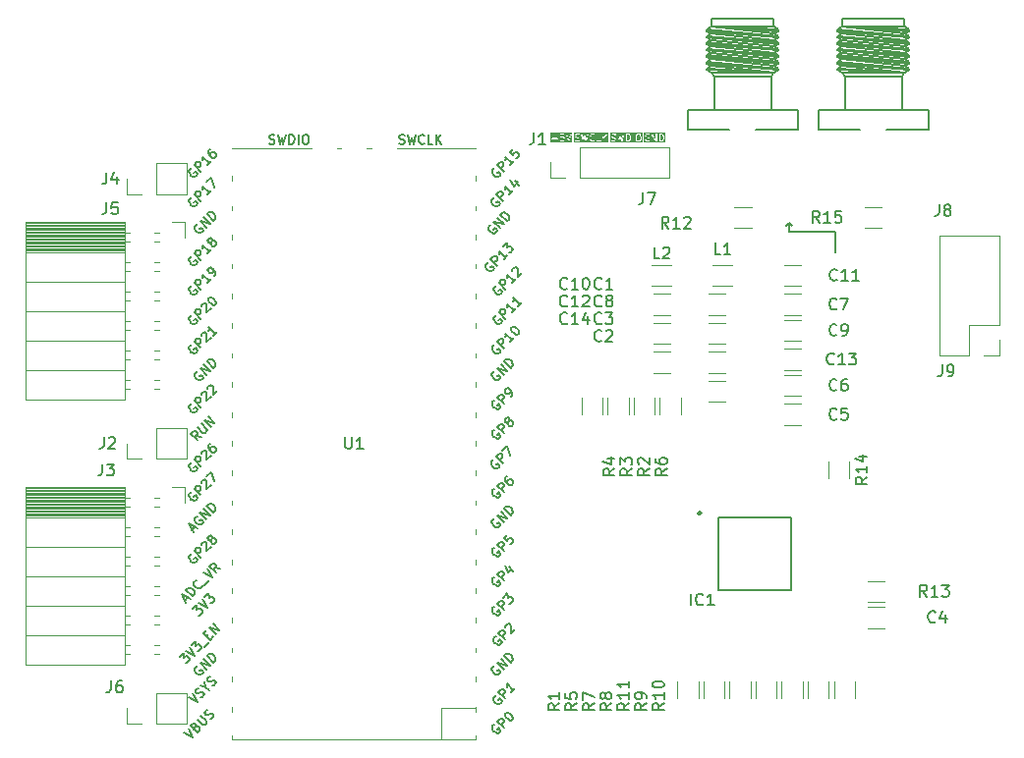
<source format=gbr>
%TF.GenerationSoftware,KiCad,Pcbnew,8.0.2*%
%TF.CreationDate,2024-05-14T11:50:59+07:00*%
%TF.ProjectId,PICO_DAC2932,5049434f-5f44-4414-9332-3933322e6b69,rev?*%
%TF.SameCoordinates,PX7735940PY61c06a0*%
%TF.FileFunction,Legend,Top*%
%TF.FilePolarity,Positive*%
%FSLAX46Y46*%
G04 Gerber Fmt 4.6, Leading zero omitted, Abs format (unit mm)*
G04 Created by KiCad (PCBNEW 8.0.2) date 2024-05-14 11:50:59*
%MOMM*%
%LPD*%
G01*
G04 APERTURE LIST*
%ADD10C,0.150000*%
%ADD11C,0.100000*%
%ADD12C,0.200000*%
%ADD13C,0.120000*%
%ADD14C,0.250000*%
G04 APERTURE END LIST*
D10*
X70000000Y45250000D02*
X70000000Y43500000D01*
X70000000Y45250000D02*
X66000000Y45250000D01*
X66000000Y46000000D02*
X66250000Y45750000D01*
X66000000Y46000000D02*
X65750000Y45750000D01*
X66000000Y45250000D02*
X66000000Y46000000D01*
D11*
G36*
X47303758Y52961962D02*
G01*
X45445785Y52961962D01*
X45445785Y53326334D01*
X45512452Y53326334D01*
X45512452Y53288066D01*
X45539512Y53261006D01*
X45558646Y53257200D01*
X45739431Y53258645D01*
X45741023Y53059495D01*
X45768083Y53032435D01*
X45806351Y53032435D01*
X45833411Y53059495D01*
X45837217Y53078629D01*
X45835772Y53259415D01*
X46034923Y53261006D01*
X46061983Y53288066D01*
X46061983Y53326334D01*
X46034923Y53353394D01*
X46015789Y53357200D01*
X45835002Y53355756D01*
X45834821Y53378473D01*
X46225062Y53378473D01*
X46226737Y53376426D01*
X46226737Y53373781D01*
X46238638Y53361880D01*
X46249295Y53348854D01*
X46251926Y53348591D01*
X46253796Y53346721D01*
X46270624Y53346721D01*
X46287373Y53345046D01*
X46289420Y53346721D01*
X46292065Y53346721D01*
X46308286Y53357559D01*
X46326460Y53378216D01*
X46365862Y53400228D01*
X46484378Y53403013D01*
X46524198Y53385333D01*
X46543946Y53367958D01*
X46565957Y53328556D01*
X46568742Y53210040D01*
X46551063Y53170222D01*
X46533686Y53150471D01*
X46494287Y53128460D01*
X46375770Y53125675D01*
X46335949Y53143355D01*
X46292065Y53181966D01*
X46253797Y53181966D01*
X46226737Y53154906D01*
X46226737Y53116638D01*
X46237576Y53100417D01*
X46262332Y53078635D01*
X46263731Y53074440D01*
X46279143Y53062478D01*
X46282277Y53061087D01*
X46282369Y53061006D01*
X46282459Y53061006D01*
X46333682Y53038265D01*
X46339512Y53032435D01*
X46352739Y53029804D01*
X46355102Y53028755D01*
X46356189Y53029118D01*
X46358646Y53028629D01*
X46495760Y53031851D01*
X46505047Y53028755D01*
X46518285Y53032380D01*
X46520637Y53032435D01*
X46521447Y53033246D01*
X46523863Y53033907D01*
X46572372Y53061006D01*
X46577781Y53061006D01*
X46594002Y53071845D01*
X46596155Y53074293D01*
X46596419Y53074440D01*
X46596500Y53074686D01*
X46615783Y53096603D01*
X46619977Y53098000D01*
X46631939Y53113412D01*
X46633330Y53116547D01*
X46633411Y53116638D01*
X46633410Y53116728D01*
X46656152Y53167952D01*
X46661982Y53173781D01*
X46664613Y53187009D01*
X46665662Y53189371D01*
X46665299Y53190459D01*
X46665788Y53192915D01*
X46662566Y53330029D01*
X46665662Y53339316D01*
X46662037Y53352555D01*
X46661982Y53354906D01*
X46661171Y53355717D01*
X46660510Y53358132D01*
X46633411Y53406640D01*
X46633411Y53412050D01*
X46622572Y53428271D01*
X46620122Y53430426D01*
X46619977Y53430687D01*
X46619733Y53430769D01*
X46597817Y53450051D01*
X46596419Y53454246D01*
X46581007Y53466207D01*
X46577872Y53467599D01*
X46577780Y53467680D01*
X46577689Y53467680D01*
X46526466Y53490423D01*
X46520637Y53496252D01*
X46507411Y53498883D01*
X46505048Y53499932D01*
X46503959Y53499570D01*
X46501503Y53500058D01*
X46364388Y53496837D01*
X46355101Y53499932D01*
X46341865Y53496308D01*
X46339512Y53496252D01*
X46338700Y53495441D01*
X46336285Y53494779D01*
X46331809Y53492279D01*
X46343781Y53629157D01*
X46606351Y53632435D01*
X46633411Y53659495D01*
X46633411Y53682173D01*
X46737343Y53682173D01*
X46739783Y53662818D01*
X46938408Y53078344D01*
X46937343Y53075085D01*
X46944125Y53061521D01*
X46949444Y53045869D01*
X46952786Y53044198D01*
X46954457Y53040856D01*
X46969493Y53035844D01*
X46983673Y53028754D01*
X46987218Y53029936D01*
X46990761Y53028755D01*
X47004934Y53035842D01*
X47019977Y53040856D01*
X47021648Y53044199D01*
X47024990Y53045869D01*
X47034651Y53062818D01*
X47237091Y53682174D01*
X47219977Y53716402D01*
X47183673Y53728504D01*
X47149444Y53711389D01*
X47139783Y53694441D01*
X46988274Y53230908D01*
X46824990Y53711389D01*
X46790761Y53728503D01*
X46754457Y53716402D01*
X46737343Y53682173D01*
X46633411Y53682173D01*
X46633411Y53697763D01*
X46606351Y53724823D01*
X46587217Y53728629D01*
X46301430Y53725061D01*
X46287061Y53726498D01*
X46285054Y53724857D01*
X46282369Y53724823D01*
X46270469Y53712924D01*
X46257442Y53702265D01*
X46256402Y53698857D01*
X46255309Y53697763D01*
X46255309Y53695271D01*
X46251751Y53683604D01*
X46228138Y53413643D01*
X46226737Y53412050D01*
X46226737Y53397624D01*
X46225062Y53378473D01*
X45834821Y53378473D01*
X45833411Y53554906D01*
X45806351Y53581966D01*
X45768083Y53581966D01*
X45741023Y53554906D01*
X45737217Y53535772D01*
X45738661Y53354986D01*
X45539512Y53353394D01*
X45512452Y53326334D01*
X45445785Y53326334D01*
X45445785Y53795296D01*
X47303758Y53795296D01*
X47303758Y52961962D01*
G37*
G36*
X52092835Y53631195D02*
G01*
X52163815Y53610246D01*
X52206924Y53570299D01*
X52231431Y53526430D01*
X52231567Y53523645D01*
X52259269Y53424619D01*
X52258646Y53421486D01*
X52261233Y53350216D01*
X52260139Y53347899D01*
X52237902Y53247132D01*
X52235353Y53243847D01*
X52215388Y53198880D01*
X52172198Y53152270D01*
X52108693Y53128620D01*
X52108646Y53128629D01*
X52015495Y53126441D01*
X52012401Y53629725D01*
X52092129Y53631598D01*
X52092835Y53631195D01*
G37*
G36*
X53102682Y53613943D02*
G01*
X53148439Y53571542D01*
X53173554Y53481762D01*
X53172931Y53478629D01*
X53176131Y53294370D01*
X53174424Y53290755D01*
X53152869Y53193079D01*
X53114600Y53151779D01*
X53072790Y53128422D01*
X52982526Y53125847D01*
X52943182Y53143315D01*
X52897423Y53185716D01*
X52872308Y53275498D01*
X52872931Y53278629D01*
X52869730Y53462888D01*
X52871438Y53466502D01*
X52892993Y53564182D01*
X52931263Y53605481D01*
X52973072Y53628837D01*
X53063334Y53631412D01*
X53102682Y53613943D01*
G37*
G36*
X53339598Y52961962D02*
G01*
X50563407Y52961962D01*
X50563407Y53564343D01*
X50630074Y53564343D01*
X50632724Y53511229D01*
X50630200Y53503655D01*
X50633748Y53490697D01*
X50633880Y53488066D01*
X50634691Y53487255D01*
X50635353Y53484839D01*
X50662452Y53436332D01*
X50662452Y53430924D01*
X50673290Y53414703D01*
X50675738Y53412549D01*
X50675886Y53412285D01*
X50676131Y53412204D01*
X50698046Y53392922D01*
X50699445Y53388726D01*
X50714857Y53376764D01*
X50717992Y53375373D01*
X50718082Y53375293D01*
X50718170Y53375293D01*
X50763004Y53355389D01*
X50764593Y53352741D01*
X50782233Y53344408D01*
X50883000Y53322172D01*
X50886286Y53319621D01*
X50931340Y53299619D01*
X50951089Y53282243D01*
X50973309Y53242468D01*
X50975024Y53208102D01*
X50958206Y53170222D01*
X50940829Y53150471D01*
X50901430Y53128460D01*
X50782305Y53125661D01*
X50781600Y53126063D01*
X50676529Y53157074D01*
X50642301Y53139960D01*
X50630200Y53103655D01*
X50647314Y53069427D01*
X50664263Y53059766D01*
X50742379Y53036711D01*
X50746655Y53032435D01*
X50765789Y53028629D01*
X50902903Y53031851D01*
X50912190Y53028755D01*
X50925428Y53032380D01*
X50927780Y53032435D01*
X50928590Y53033246D01*
X50931006Y53033907D01*
X50979515Y53061006D01*
X50984924Y53061006D01*
X51001145Y53071845D01*
X51003298Y53074293D01*
X51003562Y53074440D01*
X51003643Y53074686D01*
X51022926Y53096603D01*
X51027120Y53098000D01*
X51039082Y53113412D01*
X51040473Y53116547D01*
X51040554Y53116638D01*
X51040553Y53116728D01*
X51063295Y53167952D01*
X51069125Y53173781D01*
X51071756Y53187009D01*
X51072805Y53189371D01*
X51072442Y53190459D01*
X51072931Y53192915D01*
X51070280Y53246030D01*
X51072805Y53253602D01*
X51069256Y53266560D01*
X51069125Y53269192D01*
X51068313Y53270004D01*
X51067652Y53272418D01*
X51040553Y53320926D01*
X51040554Y53326334D01*
X51029716Y53342555D01*
X51027267Y53344710D01*
X51027120Y53344973D01*
X51026875Y53345055D01*
X51004960Y53364337D01*
X51003562Y53368532D01*
X50988150Y53380493D01*
X50985017Y53381884D01*
X50984924Y53381966D01*
X50984832Y53381966D01*
X50940000Y53401871D01*
X50938412Y53404517D01*
X50920773Y53412850D01*
X50820005Y53435087D01*
X50816721Y53437636D01*
X50771665Y53457640D01*
X50751915Y53475017D01*
X50729695Y53514792D01*
X50727980Y53549157D01*
X50744798Y53587037D01*
X50762176Y53606788D01*
X50801576Y53628799D01*
X50920700Y53631598D01*
X50921406Y53631195D01*
X51026475Y53600184D01*
X51060704Y53617298D01*
X51072805Y53653603D01*
X51056334Y53686543D01*
X51173562Y53686543D01*
X51174292Y53667048D01*
X51318023Y53079018D01*
X51316225Y53072044D01*
X51322287Y53061574D01*
X51325283Y53049316D01*
X51331652Y53045397D01*
X51335399Y53038925D01*
X51347346Y53035740D01*
X51357875Y53029260D01*
X51365148Y53030992D01*
X51372374Y53029065D01*
X51383073Y53035260D01*
X51395102Y53038123D01*
X51399021Y53044493D01*
X51405493Y53048239D01*
X51414101Y53065746D01*
X51479724Y53320225D01*
X51546577Y53077564D01*
X51544990Y53070715D01*
X51551279Y53060495D01*
X51554656Y53048239D01*
X51561127Y53044493D01*
X51565047Y53038123D01*
X51577075Y53035259D01*
X51587774Y53029065D01*
X51594998Y53030992D01*
X51602274Y53029259D01*
X51612805Y53035740D01*
X51624750Y53038925D01*
X51628496Y53045397D01*
X51634866Y53049316D01*
X51643000Y53067048D01*
X51784753Y53678629D01*
X51915789Y53678629D01*
X51919595Y53059495D01*
X51946655Y53032435D01*
X51965789Y53028629D01*
X52099089Y53031761D01*
X52105102Y53028755D01*
X52124457Y53031195D01*
X52204507Y53061006D01*
X52213494Y53061006D01*
X52224808Y53068567D01*
X52227119Y53069427D01*
X52227632Y53070454D01*
X52229715Y53071845D01*
X52278712Y53124721D01*
X52284263Y53126571D01*
X52296225Y53141983D01*
X52297619Y53145125D01*
X52297697Y53145208D01*
X52297697Y53145299D01*
X52317600Y53190131D01*
X52320248Y53191719D01*
X52328581Y53209359D01*
X52351522Y53313321D01*
X52354840Y53316638D01*
X52358646Y53335772D01*
X52355932Y53410515D01*
X52358101Y53414128D01*
X52357153Y53433613D01*
X52328662Y53535460D01*
X52329948Y53539316D01*
X52324796Y53558132D01*
X52297697Y53606640D01*
X52297697Y53612050D01*
X52286858Y53628271D01*
X52284276Y53630664D01*
X52284263Y53630687D01*
X52284243Y53630694D01*
X52232512Y53678629D01*
X52515789Y53678629D01*
X52519595Y53059495D01*
X52546655Y53032435D01*
X52584923Y53032435D01*
X52611983Y53059495D01*
X52615789Y53078629D01*
X52613330Y53478629D01*
X52772931Y53478629D01*
X52776198Y53290525D01*
X52773476Y53285988D01*
X52774424Y53266502D01*
X52805309Y53156097D01*
X52805309Y53145209D01*
X52810548Y53137369D01*
X52811329Y53134577D01*
X52813139Y53133491D01*
X52816148Y53128988D01*
X52869022Y53079992D01*
X52870873Y53074440D01*
X52886285Y53062479D01*
X52889426Y53061085D01*
X52889511Y53061006D01*
X52889603Y53061006D01*
X52940824Y53038265D01*
X52946654Y53032435D01*
X52959881Y53029804D01*
X52962244Y53028755D01*
X52963331Y53029118D01*
X52965788Y53028629D01*
X53074677Y53031736D01*
X53083618Y53028755D01*
X53096807Y53032367D01*
X53099208Y53032435D01*
X53100018Y53033246D01*
X53102434Y53033907D01*
X53150943Y53061006D01*
X53156351Y53061006D01*
X53172572Y53071845D01*
X53174962Y53074425D01*
X53174990Y53074440D01*
X53174997Y53074463D01*
X53225905Y53129400D01*
X53234534Y53134577D01*
X53238518Y53143012D01*
X53240554Y53145208D01*
X53240554Y53147320D01*
X53242867Y53152216D01*
X53265807Y53256178D01*
X53269125Y53259495D01*
X53272931Y53278629D01*
X53269663Y53466734D01*
X53272386Y53471270D01*
X53271438Y53490756D01*
X53240554Y53601161D01*
X53240554Y53612050D01*
X53235314Y53619892D01*
X53234534Y53622681D01*
X53232725Y53623767D01*
X53229715Y53628271D01*
X53176840Y53677266D01*
X53174990Y53682818D01*
X53159578Y53694779D01*
X53156434Y53696175D01*
X53156351Y53696252D01*
X53156260Y53696252D01*
X53105037Y53718994D01*
X53099208Y53724823D01*
X53085980Y53727455D01*
X53083618Y53728503D01*
X53082530Y53728141D01*
X53080074Y53728629D01*
X52971184Y53725523D01*
X52962244Y53728503D01*
X52949056Y53724892D01*
X52946654Y53724823D01*
X52945842Y53724012D01*
X52943428Y53723350D01*
X52894921Y53696252D01*
X52889511Y53696252D01*
X52873290Y53685413D01*
X52870898Y53682833D01*
X52870873Y53682818D01*
X52870866Y53682798D01*
X52819958Y53627859D01*
X52811329Y53622681D01*
X52807343Y53614245D01*
X52805309Y53612049D01*
X52805309Y53609939D01*
X52802996Y53605042D01*
X52780054Y53501081D01*
X52776737Y53497763D01*
X52772931Y53478629D01*
X52613330Y53478629D01*
X52611983Y53697763D01*
X52584923Y53724823D01*
X52546655Y53724823D01*
X52519595Y53697763D01*
X52515789Y53678629D01*
X52232512Y53678629D01*
X52231036Y53679997D01*
X52227119Y53687831D01*
X52215328Y53694552D01*
X52213494Y53696252D01*
X52212346Y53696252D01*
X52210171Y53697492D01*
X52132055Y53720548D01*
X52127780Y53724823D01*
X52108646Y53728629D01*
X51946655Y53724823D01*
X51919595Y53697763D01*
X51915789Y53678629D01*
X51784753Y53678629D01*
X51786588Y53686544D01*
X51766531Y53719135D01*
X51729304Y53727999D01*
X51696712Y53707943D01*
X51688578Y53690211D01*
X51592240Y53274571D01*
X51528043Y53507594D01*
X51529640Y53513786D01*
X51523338Y53524672D01*
X51519779Y53537590D01*
X51513882Y53541004D01*
X51510466Y53546905D01*
X51497903Y53550255D01*
X51486661Y53556764D01*
X51480077Y53555009D01*
X51473490Y53556765D01*
X51462240Y53550252D01*
X51449685Y53546904D01*
X51446270Y53541007D01*
X51440371Y53537591D01*
X51431763Y53520084D01*
X51368920Y53276392D01*
X51263438Y53707942D01*
X51230846Y53727999D01*
X51193619Y53719135D01*
X51173562Y53686543D01*
X51056334Y53686543D01*
X51055690Y53687831D01*
X51038742Y53697492D01*
X50960626Y53720548D01*
X50956351Y53724823D01*
X50937217Y53728629D01*
X50800103Y53725408D01*
X50790816Y53728503D01*
X50777577Y53724879D01*
X50775226Y53724823D01*
X50774415Y53724013D01*
X50772000Y53723351D01*
X50723490Y53696252D01*
X50718082Y53696251D01*
X50701861Y53685413D01*
X50699706Y53682965D01*
X50699445Y53682818D01*
X50699363Y53682575D01*
X50680080Y53660658D01*
X50675886Y53659259D01*
X50663925Y53643847D01*
X50662533Y53640713D01*
X50662452Y53640620D01*
X50662452Y53640530D01*
X50639709Y53589307D01*
X50633880Y53583477D01*
X50631249Y53570252D01*
X50630200Y53567888D01*
X50630562Y53566800D01*
X50630074Y53564343D01*
X50563407Y53564343D01*
X50563407Y53795296D01*
X53339598Y53795296D01*
X53339598Y52961962D01*
G37*
G36*
X50409462Y52961962D02*
G01*
X47463407Y52961962D01*
X47463407Y53564343D01*
X47530074Y53564343D01*
X47532724Y53511229D01*
X47530200Y53503655D01*
X47533748Y53490697D01*
X47533880Y53488066D01*
X47534691Y53487255D01*
X47535353Y53484839D01*
X47562452Y53436332D01*
X47562452Y53430924D01*
X47573290Y53414703D01*
X47575738Y53412549D01*
X47575886Y53412285D01*
X47576131Y53412204D01*
X47598046Y53392922D01*
X47599445Y53388726D01*
X47614857Y53376764D01*
X47617992Y53375373D01*
X47618082Y53375293D01*
X47618170Y53375293D01*
X47663004Y53355389D01*
X47664593Y53352741D01*
X47682233Y53344408D01*
X47783000Y53322172D01*
X47786286Y53319621D01*
X47831340Y53299619D01*
X47851089Y53282243D01*
X47873309Y53242468D01*
X47875024Y53208102D01*
X47858206Y53170222D01*
X47840829Y53150471D01*
X47801430Y53128460D01*
X47682305Y53125661D01*
X47681600Y53126063D01*
X47576529Y53157074D01*
X47542301Y53139960D01*
X47530200Y53103655D01*
X47547314Y53069427D01*
X47564263Y53059766D01*
X47642379Y53036711D01*
X47646655Y53032435D01*
X47665789Y53028629D01*
X47802903Y53031851D01*
X47812190Y53028755D01*
X47825428Y53032380D01*
X47827780Y53032435D01*
X47828590Y53033246D01*
X47831006Y53033907D01*
X47879515Y53061006D01*
X47884924Y53061006D01*
X47901145Y53071845D01*
X47903298Y53074293D01*
X47903562Y53074440D01*
X47903643Y53074686D01*
X47922926Y53096603D01*
X47927120Y53098000D01*
X47939082Y53113412D01*
X47940473Y53116547D01*
X47940554Y53116638D01*
X47940553Y53116728D01*
X47963295Y53167952D01*
X47969125Y53173781D01*
X47971756Y53187009D01*
X47972805Y53189371D01*
X47972442Y53190459D01*
X47972931Y53192915D01*
X47970280Y53246030D01*
X47972805Y53253602D01*
X47969256Y53266560D01*
X47969125Y53269192D01*
X47968313Y53270004D01*
X47967652Y53272418D01*
X47940553Y53320926D01*
X47940554Y53326334D01*
X47929716Y53342555D01*
X47927267Y53344710D01*
X47927120Y53344973D01*
X47926875Y53345055D01*
X47904960Y53364337D01*
X47903562Y53368532D01*
X47888150Y53380493D01*
X47885017Y53381884D01*
X47884924Y53381966D01*
X47884832Y53381966D01*
X47840000Y53401871D01*
X47838412Y53404517D01*
X47820773Y53412850D01*
X47720005Y53435087D01*
X47716721Y53437636D01*
X47671665Y53457640D01*
X47651915Y53475017D01*
X47629695Y53514792D01*
X47627980Y53549157D01*
X47644798Y53587037D01*
X47662176Y53606788D01*
X47701576Y53628799D01*
X47820700Y53631598D01*
X47821406Y53631195D01*
X47926475Y53600184D01*
X47960704Y53617298D01*
X47972805Y53653603D01*
X47956334Y53686543D01*
X48073562Y53686543D01*
X48074292Y53667048D01*
X48218023Y53079018D01*
X48216225Y53072044D01*
X48222287Y53061574D01*
X48225283Y53049316D01*
X48231652Y53045397D01*
X48235399Y53038925D01*
X48247346Y53035740D01*
X48257875Y53029260D01*
X48265148Y53030992D01*
X48272374Y53029065D01*
X48283073Y53035260D01*
X48295102Y53038123D01*
X48299021Y53044493D01*
X48305493Y53048239D01*
X48314101Y53065746D01*
X48379724Y53320225D01*
X48446577Y53077564D01*
X48444990Y53070715D01*
X48451279Y53060495D01*
X48454656Y53048239D01*
X48461127Y53044493D01*
X48465047Y53038123D01*
X48477075Y53035259D01*
X48487774Y53029065D01*
X48494998Y53030992D01*
X48502274Y53029259D01*
X48512805Y53035740D01*
X48524750Y53038925D01*
X48528496Y53045397D01*
X48534866Y53049316D01*
X48543000Y53067048D01*
X48625152Y53421486D01*
X48787217Y53421486D01*
X48789930Y53346745D01*
X48787762Y53343131D01*
X48788710Y53323645D01*
X48817200Y53221799D01*
X48815915Y53217942D01*
X48821067Y53199126D01*
X48848166Y53150618D01*
X48848166Y53145209D01*
X48859005Y53128988D01*
X48861584Y53126598D01*
X48861600Y53126570D01*
X48861622Y53126563D01*
X48914825Y53077262D01*
X48918743Y53069427D01*
X48930532Y53062708D01*
X48932368Y53061006D01*
X48933517Y53061006D01*
X48935692Y53059766D01*
X49013807Y53036711D01*
X49018083Y53032435D01*
X49037217Y53028629D01*
X49040613Y53028799D01*
X49040761Y53028755D01*
X49040873Y53028812D01*
X49086181Y53031073D01*
X49090816Y53028755D01*
X49110171Y53031195D01*
X49190221Y53061006D01*
X49199208Y53061006D01*
X49210522Y53068567D01*
X49212833Y53069427D01*
X49213346Y53070454D01*
X49215429Y53071845D01*
X49254840Y53116638D01*
X49254840Y53154906D01*
X49227780Y53181966D01*
X49189512Y53181966D01*
X49173291Y53171127D01*
X49156107Y53151598D01*
X49094407Y53128620D01*
X49094360Y53128629D01*
X49051568Y53126494D01*
X48982048Y53147013D01*
X48938938Y53186960D01*
X48914431Y53230828D01*
X48914296Y53233613D01*
X48886594Y53332641D01*
X48887217Y53335772D01*
X48884629Y53407043D01*
X48885724Y53409359D01*
X48907960Y53510127D01*
X48910511Y53513412D01*
X48930475Y53558381D01*
X48973665Y53604990D01*
X49037169Y53628639D01*
X49037217Y53628629D01*
X49080008Y53630765D01*
X49149914Y53610132D01*
X49189512Y53575292D01*
X49227780Y53575292D01*
X49254840Y53602352D01*
X49254840Y53640620D01*
X49244001Y53656841D01*
X49219238Y53678629D01*
X49415789Y53678629D01*
X49419595Y53059495D01*
X49446655Y53032435D01*
X49465789Y53028629D01*
X49770637Y53032435D01*
X49797697Y53059495D01*
X49797697Y53097763D01*
X49770637Y53124823D01*
X49751503Y53128629D01*
X49515499Y53125683D01*
X49512101Y53678629D01*
X49901503Y53678629D01*
X49905309Y53059495D01*
X49932369Y53032435D01*
X49970637Y53032435D01*
X49997697Y53059495D01*
X50001503Y53078629D01*
X50000057Y53313818D01*
X50031860Y53346105D01*
X50268885Y53035606D01*
X50306769Y53030194D01*
X50337383Y53053155D01*
X50342795Y53091039D01*
X50334360Y53108629D01*
X50100153Y53415437D01*
X50340554Y53659495D01*
X50340554Y53697763D01*
X50313494Y53724823D01*
X50275226Y53724823D01*
X50259005Y53713984D01*
X50001049Y53452104D01*
X49999215Y53450728D01*
X49997697Y53697763D01*
X49970637Y53724823D01*
X49932369Y53724823D01*
X49905309Y53697763D01*
X49901503Y53678629D01*
X49512101Y53678629D01*
X49511983Y53697763D01*
X49484923Y53724823D01*
X49446655Y53724823D01*
X49419595Y53697763D01*
X49415789Y53678629D01*
X49219238Y53678629D01*
X49216017Y53681463D01*
X49212833Y53687831D01*
X49201319Y53694394D01*
X49199208Y53696252D01*
X49198060Y53696252D01*
X49195885Y53697492D01*
X49117769Y53720548D01*
X49113494Y53724823D01*
X49094360Y53728629D01*
X49090963Y53728460D01*
X49090816Y53728503D01*
X49090703Y53728447D01*
X49045395Y53726186D01*
X49040761Y53728503D01*
X49021405Y53726063D01*
X48941355Y53696252D01*
X48932368Y53696252D01*
X48921053Y53688692D01*
X48918743Y53687831D01*
X48918229Y53686805D01*
X48916147Y53685413D01*
X48867152Y53632539D01*
X48861600Y53630688D01*
X48849639Y53615276D01*
X48848243Y53612133D01*
X48848166Y53612049D01*
X48848166Y53611959D01*
X48828261Y53567127D01*
X48825615Y53565538D01*
X48817282Y53547899D01*
X48794340Y53443938D01*
X48791023Y53440620D01*
X48787217Y53421486D01*
X48625152Y53421486D01*
X48686588Y53686544D01*
X48666531Y53719135D01*
X48629304Y53727999D01*
X48596712Y53707943D01*
X48588578Y53690211D01*
X48492240Y53274571D01*
X48428043Y53507594D01*
X48429640Y53513786D01*
X48423338Y53524672D01*
X48419779Y53537590D01*
X48413882Y53541004D01*
X48410466Y53546905D01*
X48397903Y53550255D01*
X48386661Y53556764D01*
X48380077Y53555009D01*
X48373490Y53556765D01*
X48362240Y53550252D01*
X48349685Y53546904D01*
X48346270Y53541007D01*
X48340371Y53537591D01*
X48331763Y53520084D01*
X48268920Y53276392D01*
X48163438Y53707942D01*
X48130846Y53727999D01*
X48093619Y53719135D01*
X48073562Y53686543D01*
X47956334Y53686543D01*
X47955690Y53687831D01*
X47938742Y53697492D01*
X47860626Y53720548D01*
X47856351Y53724823D01*
X47837217Y53728629D01*
X47700103Y53725408D01*
X47690816Y53728503D01*
X47677577Y53724879D01*
X47675226Y53724823D01*
X47674415Y53724013D01*
X47672000Y53723351D01*
X47623490Y53696252D01*
X47618082Y53696251D01*
X47601861Y53685413D01*
X47599706Y53682965D01*
X47599445Y53682818D01*
X47599363Y53682575D01*
X47580080Y53660658D01*
X47575886Y53659259D01*
X47563925Y53643847D01*
X47562533Y53640713D01*
X47562452Y53640620D01*
X47562452Y53640530D01*
X47539709Y53589307D01*
X47533880Y53583477D01*
X47531249Y53570252D01*
X47530200Y53567888D01*
X47530562Y53566800D01*
X47530074Y53564343D01*
X47463407Y53564343D01*
X47463407Y53795296D01*
X50409462Y53795296D01*
X50409462Y52961962D01*
G37*
G36*
X54964263Y53631195D02*
G01*
X55035243Y53610246D01*
X55078352Y53570299D01*
X55102859Y53526430D01*
X55102995Y53523645D01*
X55130697Y53424619D01*
X55130074Y53421486D01*
X55132661Y53350216D01*
X55131567Y53347899D01*
X55109330Y53247132D01*
X55106781Y53243847D01*
X55086816Y53198880D01*
X55043626Y53152270D01*
X54980121Y53128620D01*
X54980074Y53128629D01*
X54886923Y53126441D01*
X54883829Y53629725D01*
X54963557Y53631598D01*
X54964263Y53631195D01*
G37*
G36*
X55296741Y52961962D02*
G01*
X53463407Y52961962D01*
X53463407Y53421486D01*
X53530074Y53421486D01*
X53532787Y53346745D01*
X53530619Y53343131D01*
X53531567Y53323645D01*
X53560057Y53221799D01*
X53558772Y53217942D01*
X53563924Y53199126D01*
X53591023Y53150618D01*
X53591023Y53145209D01*
X53601862Y53128988D01*
X53604441Y53126598D01*
X53604457Y53126570D01*
X53604479Y53126563D01*
X53657682Y53077262D01*
X53661600Y53069427D01*
X53673389Y53062708D01*
X53675225Y53061006D01*
X53676374Y53061006D01*
X53678549Y53059766D01*
X53756664Y53036711D01*
X53760940Y53032435D01*
X53780074Y53028629D01*
X53783470Y53028799D01*
X53783618Y53028755D01*
X53783730Y53028812D01*
X53829038Y53031073D01*
X53833673Y53028755D01*
X53853028Y53031195D01*
X53933078Y53061006D01*
X53942065Y53061006D01*
X53953379Y53068567D01*
X53955690Y53069427D01*
X53956203Y53070454D01*
X53958286Y53071845D01*
X53997697Y53116638D01*
X54001503Y53135772D01*
X53997697Y53354906D01*
X53970637Y53381966D01*
X53951503Y53385772D01*
X53818083Y53381966D01*
X53791023Y53354906D01*
X53791023Y53316638D01*
X53818083Y53289578D01*
X53837217Y53285772D01*
X53902339Y53287630D01*
X53904590Y53157992D01*
X53898964Y53151598D01*
X53837264Y53128620D01*
X53837217Y53128629D01*
X53794425Y53126494D01*
X53724905Y53147013D01*
X53681795Y53186960D01*
X53657288Y53230828D01*
X53657153Y53233613D01*
X53629451Y53332641D01*
X53630074Y53335772D01*
X53627486Y53407043D01*
X53628581Y53409359D01*
X53650817Y53510127D01*
X53653368Y53513412D01*
X53673332Y53558381D01*
X53716522Y53604990D01*
X53780026Y53628639D01*
X53780074Y53628629D01*
X53849631Y53631154D01*
X53919387Y53600184D01*
X53955691Y53612285D01*
X53972805Y53646513D01*
X53962100Y53678629D01*
X54158646Y53678629D01*
X54162452Y53059495D01*
X54189512Y53032435D01*
X54227780Y53032435D01*
X54254840Y53059495D01*
X54258646Y53078629D01*
X54256075Y53496810D01*
X54505268Y53066097D01*
X54505309Y53059495D01*
X54514274Y53050530D01*
X54520889Y53039097D01*
X54527513Y53037291D01*
X54532369Y53032435D01*
X54545317Y53032435D01*
X54557809Y53029028D01*
X54563771Y53032435D01*
X54570637Y53032435D01*
X54579790Y53041589D01*
X54591035Y53048014D01*
X54592842Y53054641D01*
X54597697Y53059495D01*
X54601503Y53078629D01*
X54597815Y53678629D01*
X54787217Y53678629D01*
X54791023Y53059495D01*
X54818083Y53032435D01*
X54837217Y53028629D01*
X54970517Y53031761D01*
X54976530Y53028755D01*
X54995885Y53031195D01*
X55075935Y53061006D01*
X55084922Y53061006D01*
X55096236Y53068567D01*
X55098547Y53069427D01*
X55099060Y53070454D01*
X55101143Y53071845D01*
X55150140Y53124721D01*
X55155691Y53126571D01*
X55167653Y53141983D01*
X55169047Y53145125D01*
X55169125Y53145208D01*
X55169125Y53145299D01*
X55189028Y53190131D01*
X55191676Y53191719D01*
X55200009Y53209359D01*
X55222950Y53313321D01*
X55226268Y53316638D01*
X55230074Y53335772D01*
X55227360Y53410515D01*
X55229529Y53414128D01*
X55228581Y53433613D01*
X55200090Y53535460D01*
X55201376Y53539316D01*
X55196224Y53558132D01*
X55169125Y53606640D01*
X55169125Y53612050D01*
X55158286Y53628271D01*
X55155704Y53630664D01*
X55155691Y53630687D01*
X55155671Y53630694D01*
X55102464Y53679997D01*
X55098547Y53687831D01*
X55086756Y53694552D01*
X55084922Y53696252D01*
X55083774Y53696252D01*
X55081599Y53697492D01*
X55003483Y53720548D01*
X54999208Y53724823D01*
X54980074Y53728629D01*
X54818083Y53724823D01*
X54791023Y53697763D01*
X54787217Y53678629D01*
X54597815Y53678629D01*
X54597697Y53697763D01*
X54570637Y53724823D01*
X54532369Y53724823D01*
X54505309Y53697763D01*
X54501503Y53678629D01*
X54504073Y53260450D01*
X54254880Y53691164D01*
X54254840Y53697763D01*
X54245876Y53706727D01*
X54239261Y53718161D01*
X54232634Y53719969D01*
X54227780Y53724823D01*
X54214833Y53724823D01*
X54202340Y53728230D01*
X54196378Y53724823D01*
X54189512Y53724823D01*
X54180358Y53715670D01*
X54169114Y53709244D01*
X54167306Y53702618D01*
X54162452Y53697763D01*
X54158646Y53678629D01*
X53962100Y53678629D01*
X53960704Y53682818D01*
X53945292Y53694779D01*
X53890752Y53718994D01*
X53884923Y53724823D01*
X53871697Y53727454D01*
X53869334Y53728503D01*
X53868245Y53728141D01*
X53865789Y53728629D01*
X53788945Y53725840D01*
X53783618Y53728503D01*
X53764262Y53726063D01*
X53684212Y53696252D01*
X53675225Y53696252D01*
X53663910Y53688692D01*
X53661600Y53687831D01*
X53661086Y53686805D01*
X53659004Y53685413D01*
X53610009Y53632539D01*
X53604457Y53630688D01*
X53592496Y53615276D01*
X53591100Y53612133D01*
X53591023Y53612049D01*
X53591023Y53611959D01*
X53571118Y53567127D01*
X53568472Y53565538D01*
X53560139Y53547899D01*
X53537197Y53443938D01*
X53533880Y53440620D01*
X53530074Y53421486D01*
X53463407Y53421486D01*
X53463407Y53795296D01*
X55296741Y53795296D01*
X55296741Y52961962D01*
G37*
D12*
X52202219Y4607143D02*
X51726028Y4273810D01*
X52202219Y4035715D02*
X51202219Y4035715D01*
X51202219Y4035715D02*
X51202219Y4416667D01*
X51202219Y4416667D02*
X51249838Y4511905D01*
X51249838Y4511905D02*
X51297457Y4559524D01*
X51297457Y4559524D02*
X51392695Y4607143D01*
X51392695Y4607143D02*
X51535552Y4607143D01*
X51535552Y4607143D02*
X51630790Y4559524D01*
X51630790Y4559524D02*
X51678409Y4511905D01*
X51678409Y4511905D02*
X51726028Y4416667D01*
X51726028Y4416667D02*
X51726028Y4035715D01*
X52202219Y5559524D02*
X52202219Y4988096D01*
X52202219Y5273810D02*
X51202219Y5273810D01*
X51202219Y5273810D02*
X51345076Y5178572D01*
X51345076Y5178572D02*
X51440314Y5083334D01*
X51440314Y5083334D02*
X51487933Y4988096D01*
X52202219Y6511905D02*
X52202219Y5940477D01*
X52202219Y6226191D02*
X51202219Y6226191D01*
X51202219Y6226191D02*
X51345076Y6130953D01*
X51345076Y6130953D02*
X51440314Y6035715D01*
X51440314Y6035715D02*
X51487933Y5940477D01*
X79166666Y33797781D02*
X79166666Y33083496D01*
X79166666Y33083496D02*
X79119047Y32940639D01*
X79119047Y32940639D02*
X79023809Y32845400D01*
X79023809Y32845400D02*
X78880952Y32797781D01*
X78880952Y32797781D02*
X78785714Y32797781D01*
X79690476Y32797781D02*
X79880952Y32797781D01*
X79880952Y32797781D02*
X79976190Y32845400D01*
X79976190Y32845400D02*
X80023809Y32893020D01*
X80023809Y32893020D02*
X80119047Y33035877D01*
X80119047Y33035877D02*
X80166666Y33226353D01*
X80166666Y33226353D02*
X80166666Y33607305D01*
X80166666Y33607305D02*
X80119047Y33702543D01*
X80119047Y33702543D02*
X80071428Y33750162D01*
X80071428Y33750162D02*
X79976190Y33797781D01*
X79976190Y33797781D02*
X79785714Y33797781D01*
X79785714Y33797781D02*
X79690476Y33750162D01*
X79690476Y33750162D02*
X79642857Y33702543D01*
X79642857Y33702543D02*
X79595238Y33607305D01*
X79595238Y33607305D02*
X79595238Y33369210D01*
X79595238Y33369210D02*
X79642857Y33273972D01*
X79642857Y33273972D02*
X79690476Y33226353D01*
X79690476Y33226353D02*
X79785714Y33178734D01*
X79785714Y33178734D02*
X79976190Y33178734D01*
X79976190Y33178734D02*
X80071428Y33226353D01*
X80071428Y33226353D02*
X80119047Y33273972D01*
X80119047Y33273972D02*
X80166666Y33369210D01*
X49833333Y37393020D02*
X49785714Y37345400D01*
X49785714Y37345400D02*
X49642857Y37297781D01*
X49642857Y37297781D02*
X49547619Y37297781D01*
X49547619Y37297781D02*
X49404762Y37345400D01*
X49404762Y37345400D02*
X49309524Y37440639D01*
X49309524Y37440639D02*
X49261905Y37535877D01*
X49261905Y37535877D02*
X49214286Y37726353D01*
X49214286Y37726353D02*
X49214286Y37869210D01*
X49214286Y37869210D02*
X49261905Y38059686D01*
X49261905Y38059686D02*
X49309524Y38154924D01*
X49309524Y38154924D02*
X49404762Y38250162D01*
X49404762Y38250162D02*
X49547619Y38297781D01*
X49547619Y38297781D02*
X49642857Y38297781D01*
X49642857Y38297781D02*
X49785714Y38250162D01*
X49785714Y38250162D02*
X49833333Y38202543D01*
X50166667Y38297781D02*
X50785714Y38297781D01*
X50785714Y38297781D02*
X50452381Y37916829D01*
X50452381Y37916829D02*
X50595238Y37916829D01*
X50595238Y37916829D02*
X50690476Y37869210D01*
X50690476Y37869210D02*
X50738095Y37821591D01*
X50738095Y37821591D02*
X50785714Y37726353D01*
X50785714Y37726353D02*
X50785714Y37488258D01*
X50785714Y37488258D02*
X50738095Y37393020D01*
X50738095Y37393020D02*
X50690476Y37345400D01*
X50690476Y37345400D02*
X50595238Y37297781D01*
X50595238Y37297781D02*
X50309524Y37297781D01*
X50309524Y37297781D02*
X50214286Y37345400D01*
X50214286Y37345400D02*
X50166667Y37393020D01*
X68607142Y46047781D02*
X68273809Y46523972D01*
X68035714Y46047781D02*
X68035714Y47047781D01*
X68035714Y47047781D02*
X68416666Y47047781D01*
X68416666Y47047781D02*
X68511904Y47000162D01*
X68511904Y47000162D02*
X68559523Y46952543D01*
X68559523Y46952543D02*
X68607142Y46857305D01*
X68607142Y46857305D02*
X68607142Y46714448D01*
X68607142Y46714448D02*
X68559523Y46619210D01*
X68559523Y46619210D02*
X68511904Y46571591D01*
X68511904Y46571591D02*
X68416666Y46523972D01*
X68416666Y46523972D02*
X68035714Y46523972D01*
X69559523Y46047781D02*
X68988095Y46047781D01*
X69273809Y46047781D02*
X69273809Y47047781D01*
X69273809Y47047781D02*
X69178571Y46904924D01*
X69178571Y46904924D02*
X69083333Y46809686D01*
X69083333Y46809686D02*
X68988095Y46762067D01*
X70464285Y47047781D02*
X69988095Y47047781D01*
X69988095Y47047781D02*
X69940476Y46571591D01*
X69940476Y46571591D02*
X69988095Y46619210D01*
X69988095Y46619210D02*
X70083333Y46666829D01*
X70083333Y46666829D02*
X70321428Y46666829D01*
X70321428Y46666829D02*
X70416666Y46619210D01*
X70416666Y46619210D02*
X70464285Y46571591D01*
X70464285Y46571591D02*
X70511904Y46476353D01*
X70511904Y46476353D02*
X70511904Y46238258D01*
X70511904Y46238258D02*
X70464285Y46143020D01*
X70464285Y46143020D02*
X70416666Y46095400D01*
X70416666Y46095400D02*
X70321428Y46047781D01*
X70321428Y46047781D02*
X70083333Y46047781D01*
X70083333Y46047781D02*
X69988095Y46095400D01*
X69988095Y46095400D02*
X69940476Y46143020D01*
X70083333Y29143020D02*
X70035714Y29095400D01*
X70035714Y29095400D02*
X69892857Y29047781D01*
X69892857Y29047781D02*
X69797619Y29047781D01*
X69797619Y29047781D02*
X69654762Y29095400D01*
X69654762Y29095400D02*
X69559524Y29190639D01*
X69559524Y29190639D02*
X69511905Y29285877D01*
X69511905Y29285877D02*
X69464286Y29476353D01*
X69464286Y29476353D02*
X69464286Y29619210D01*
X69464286Y29619210D02*
X69511905Y29809686D01*
X69511905Y29809686D02*
X69559524Y29904924D01*
X69559524Y29904924D02*
X69654762Y30000162D01*
X69654762Y30000162D02*
X69797619Y30047781D01*
X69797619Y30047781D02*
X69892857Y30047781D01*
X69892857Y30047781D02*
X70035714Y30000162D01*
X70035714Y30000162D02*
X70083333Y29952543D01*
X70988095Y30047781D02*
X70511905Y30047781D01*
X70511905Y30047781D02*
X70464286Y29571591D01*
X70464286Y29571591D02*
X70511905Y29619210D01*
X70511905Y29619210D02*
X70607143Y29666829D01*
X70607143Y29666829D02*
X70845238Y29666829D01*
X70845238Y29666829D02*
X70940476Y29619210D01*
X70940476Y29619210D02*
X70988095Y29571591D01*
X70988095Y29571591D02*
X71035714Y29476353D01*
X71035714Y29476353D02*
X71035714Y29238258D01*
X71035714Y29238258D02*
X70988095Y29143020D01*
X70988095Y29143020D02*
X70940476Y29095400D01*
X70940476Y29095400D02*
X70845238Y29047781D01*
X70845238Y29047781D02*
X70607143Y29047781D01*
X70607143Y29047781D02*
X70511905Y29095400D01*
X70511905Y29095400D02*
X70464286Y29143020D01*
X27738095Y27547781D02*
X27738095Y26738258D01*
X27738095Y26738258D02*
X27785714Y26643020D01*
X27785714Y26643020D02*
X27833333Y26595400D01*
X27833333Y26595400D02*
X27928571Y26547781D01*
X27928571Y26547781D02*
X28119047Y26547781D01*
X28119047Y26547781D02*
X28214285Y26595400D01*
X28214285Y26595400D02*
X28261904Y26643020D01*
X28261904Y26643020D02*
X28309523Y26738258D01*
X28309523Y26738258D02*
X28309523Y27547781D01*
X29309523Y26547781D02*
X28738095Y26547781D01*
X29023809Y26547781D02*
X29023809Y27547781D01*
X29023809Y27547781D02*
X28928571Y27404924D01*
X28928571Y27404924D02*
X28833333Y27309686D01*
X28833333Y27309686D02*
X28738095Y27262067D01*
D10*
X40597998Y50739132D02*
X40517185Y50712195D01*
X40517185Y50712195D02*
X40436373Y50631382D01*
X40436373Y50631382D02*
X40382498Y50523633D01*
X40382498Y50523633D02*
X40382498Y50415883D01*
X40382498Y50415883D02*
X40409436Y50335071D01*
X40409436Y50335071D02*
X40490248Y50200384D01*
X40490248Y50200384D02*
X40571060Y50119572D01*
X40571060Y50119572D02*
X40705747Y50038759D01*
X40705747Y50038759D02*
X40786560Y50011822D01*
X40786560Y50011822D02*
X40894309Y50011822D01*
X40894309Y50011822D02*
X41002059Y50065697D01*
X41002059Y50065697D02*
X41055934Y50119572D01*
X41055934Y50119572D02*
X41109808Y50227321D01*
X41109808Y50227321D02*
X41109808Y50281196D01*
X41109808Y50281196D02*
X40921247Y50469758D01*
X40921247Y50469758D02*
X40813497Y50362008D01*
X41406120Y50469758D02*
X40840434Y51035443D01*
X40840434Y51035443D02*
X41055934Y51250943D01*
X41055934Y51250943D02*
X41136746Y51277880D01*
X41136746Y51277880D02*
X41190621Y51277880D01*
X41190621Y51277880D02*
X41271433Y51250943D01*
X41271433Y51250943D02*
X41352245Y51170130D01*
X41352245Y51170130D02*
X41379182Y51089318D01*
X41379182Y51089318D02*
X41379182Y51035443D01*
X41379182Y51035443D02*
X41352245Y50954631D01*
X41352245Y50954631D02*
X41136746Y50739132D01*
X42268117Y51331755D02*
X41944868Y51008506D01*
X42106492Y51170130D02*
X41540807Y51735816D01*
X41540807Y51735816D02*
X41567744Y51601129D01*
X41567744Y51601129D02*
X41567744Y51493379D01*
X41567744Y51493379D02*
X41540807Y51412567D01*
X42214242Y52409251D02*
X41944868Y52139877D01*
X41944868Y52139877D02*
X42187305Y51843566D01*
X42187305Y51843566D02*
X42187305Y51897440D01*
X42187305Y51897440D02*
X42214242Y51978253D01*
X42214242Y51978253D02*
X42348929Y52112940D01*
X42348929Y52112940D02*
X42429741Y52139877D01*
X42429741Y52139877D02*
X42483616Y52139877D01*
X42483616Y52139877D02*
X42564428Y52112940D01*
X42564428Y52112940D02*
X42699115Y51978253D01*
X42699115Y51978253D02*
X42726053Y51897440D01*
X42726053Y51897440D02*
X42726053Y51843566D01*
X42726053Y51843566D02*
X42699115Y51762753D01*
X42699115Y51762753D02*
X42564428Y51628066D01*
X42564428Y51628066D02*
X42483616Y51601129D01*
X42483616Y51601129D02*
X42429741Y51601129D01*
X14986435Y45901569D02*
X14905623Y45874632D01*
X14905623Y45874632D02*
X14824811Y45793820D01*
X14824811Y45793820D02*
X14770936Y45686070D01*
X14770936Y45686070D02*
X14770936Y45578320D01*
X14770936Y45578320D02*
X14797873Y45497508D01*
X14797873Y45497508D02*
X14878685Y45362821D01*
X14878685Y45362821D02*
X14959498Y45282009D01*
X14959498Y45282009D02*
X15094185Y45201197D01*
X15094185Y45201197D02*
X15174997Y45174259D01*
X15174997Y45174259D02*
X15282746Y45174259D01*
X15282746Y45174259D02*
X15390496Y45228134D01*
X15390496Y45228134D02*
X15444371Y45282009D01*
X15444371Y45282009D02*
X15498246Y45389759D01*
X15498246Y45389759D02*
X15498246Y45443633D01*
X15498246Y45443633D02*
X15309684Y45632195D01*
X15309684Y45632195D02*
X15201934Y45524446D01*
X15794557Y45632195D02*
X15228872Y46197881D01*
X15228872Y46197881D02*
X16117806Y45955444D01*
X16117806Y45955444D02*
X15552120Y46521129D01*
X16387180Y46224818D02*
X15821494Y46790503D01*
X15821494Y46790503D02*
X15956181Y46925190D01*
X15956181Y46925190D02*
X16063931Y46979065D01*
X16063931Y46979065D02*
X16171680Y46979065D01*
X16171680Y46979065D02*
X16252493Y46952128D01*
X16252493Y46952128D02*
X16387180Y46871315D01*
X16387180Y46871315D02*
X16467992Y46790503D01*
X16467992Y46790503D02*
X16548804Y46655816D01*
X16548804Y46655816D02*
X16575741Y46575004D01*
X16575741Y46575004D02*
X16575741Y46467254D01*
X16575741Y46467254D02*
X16521867Y46359505D01*
X16521867Y46359505D02*
X16387180Y46224818D01*
X14489998Y40579132D02*
X14409185Y40552195D01*
X14409185Y40552195D02*
X14328373Y40471382D01*
X14328373Y40471382D02*
X14274498Y40363633D01*
X14274498Y40363633D02*
X14274498Y40255883D01*
X14274498Y40255883D02*
X14301436Y40175071D01*
X14301436Y40175071D02*
X14382248Y40040384D01*
X14382248Y40040384D02*
X14463060Y39959572D01*
X14463060Y39959572D02*
X14597747Y39878759D01*
X14597747Y39878759D02*
X14678560Y39851822D01*
X14678560Y39851822D02*
X14786309Y39851822D01*
X14786309Y39851822D02*
X14894059Y39905697D01*
X14894059Y39905697D02*
X14947934Y39959572D01*
X14947934Y39959572D02*
X15001808Y40067321D01*
X15001808Y40067321D02*
X15001808Y40121196D01*
X15001808Y40121196D02*
X14813247Y40309758D01*
X14813247Y40309758D02*
X14705497Y40202008D01*
X15298120Y40309758D02*
X14732434Y40875443D01*
X14732434Y40875443D02*
X14947934Y41090943D01*
X14947934Y41090943D02*
X15028746Y41117880D01*
X15028746Y41117880D02*
X15082621Y41117880D01*
X15082621Y41117880D02*
X15163433Y41090943D01*
X15163433Y41090943D02*
X15244245Y41010130D01*
X15244245Y41010130D02*
X15271182Y40929318D01*
X15271182Y40929318D02*
X15271182Y40875443D01*
X15271182Y40875443D02*
X15244245Y40794631D01*
X15244245Y40794631D02*
X15028746Y40579132D01*
X16160117Y41171755D02*
X15836868Y40848506D01*
X15998492Y41010130D02*
X15432807Y41575816D01*
X15432807Y41575816D02*
X15459744Y41441129D01*
X15459744Y41441129D02*
X15459744Y41333379D01*
X15459744Y41333379D02*
X15432807Y41252567D01*
X16429491Y41441129D02*
X16537240Y41548879D01*
X16537240Y41548879D02*
X16564178Y41629691D01*
X16564178Y41629691D02*
X16564178Y41683566D01*
X16564178Y41683566D02*
X16537240Y41818253D01*
X16537240Y41818253D02*
X16456428Y41952940D01*
X16456428Y41952940D02*
X16240929Y42168439D01*
X16240929Y42168439D02*
X16160117Y42195376D01*
X16160117Y42195376D02*
X16106242Y42195376D01*
X16106242Y42195376D02*
X16025430Y42168439D01*
X16025430Y42168439D02*
X15917680Y42060689D01*
X15917680Y42060689D02*
X15890743Y41979877D01*
X15890743Y41979877D02*
X15890743Y41926002D01*
X15890743Y41926002D02*
X15917680Y41845190D01*
X15917680Y41845190D02*
X16052367Y41710503D01*
X16052367Y41710503D02*
X16133179Y41683566D01*
X16133179Y41683566D02*
X16187054Y41683566D01*
X16187054Y41683566D02*
X16267866Y41710503D01*
X16267866Y41710503D02*
X16375616Y41818253D01*
X16375616Y41818253D02*
X16402553Y41899065D01*
X16402553Y41899065D02*
X16402553Y41952940D01*
X16402553Y41952940D02*
X16375616Y42033752D01*
X40586435Y33201569D02*
X40505623Y33174632D01*
X40505623Y33174632D02*
X40424811Y33093820D01*
X40424811Y33093820D02*
X40370936Y32986070D01*
X40370936Y32986070D02*
X40370936Y32878320D01*
X40370936Y32878320D02*
X40397873Y32797508D01*
X40397873Y32797508D02*
X40478685Y32662821D01*
X40478685Y32662821D02*
X40559498Y32582009D01*
X40559498Y32582009D02*
X40694185Y32501197D01*
X40694185Y32501197D02*
X40774997Y32474259D01*
X40774997Y32474259D02*
X40882746Y32474259D01*
X40882746Y32474259D02*
X40990496Y32528134D01*
X40990496Y32528134D02*
X41044371Y32582009D01*
X41044371Y32582009D02*
X41098246Y32689759D01*
X41098246Y32689759D02*
X41098246Y32743633D01*
X41098246Y32743633D02*
X40909684Y32932195D01*
X40909684Y32932195D02*
X40801934Y32824446D01*
X41394557Y32932195D02*
X40828872Y33497881D01*
X40828872Y33497881D02*
X41717806Y33255444D01*
X41717806Y33255444D02*
X41152120Y33821129D01*
X41987180Y33524818D02*
X41421494Y34090503D01*
X41421494Y34090503D02*
X41556181Y34225190D01*
X41556181Y34225190D02*
X41663931Y34279065D01*
X41663931Y34279065D02*
X41771680Y34279065D01*
X41771680Y34279065D02*
X41852493Y34252128D01*
X41852493Y34252128D02*
X41987180Y34171315D01*
X41987180Y34171315D02*
X42067992Y34090503D01*
X42067992Y34090503D02*
X42148804Y33955816D01*
X42148804Y33955816D02*
X42175741Y33875004D01*
X42175741Y33875004D02*
X42175741Y33767254D01*
X42175741Y33767254D02*
X42121867Y33659505D01*
X42121867Y33659505D02*
X41987180Y33524818D01*
X40043998Y42609132D02*
X39963185Y42582195D01*
X39963185Y42582195D02*
X39882373Y42501382D01*
X39882373Y42501382D02*
X39828498Y42393633D01*
X39828498Y42393633D02*
X39828498Y42285883D01*
X39828498Y42285883D02*
X39855436Y42205071D01*
X39855436Y42205071D02*
X39936248Y42070384D01*
X39936248Y42070384D02*
X40017060Y41989572D01*
X40017060Y41989572D02*
X40151747Y41908759D01*
X40151747Y41908759D02*
X40232560Y41881822D01*
X40232560Y41881822D02*
X40340309Y41881822D01*
X40340309Y41881822D02*
X40448059Y41935697D01*
X40448059Y41935697D02*
X40501934Y41989572D01*
X40501934Y41989572D02*
X40555808Y42097321D01*
X40555808Y42097321D02*
X40555808Y42151196D01*
X40555808Y42151196D02*
X40367247Y42339758D01*
X40367247Y42339758D02*
X40259497Y42232008D01*
X40852120Y42339758D02*
X40286434Y42905443D01*
X40286434Y42905443D02*
X40501934Y43120943D01*
X40501934Y43120943D02*
X40582746Y43147880D01*
X40582746Y43147880D02*
X40636621Y43147880D01*
X40636621Y43147880D02*
X40717433Y43120943D01*
X40717433Y43120943D02*
X40798245Y43040130D01*
X40798245Y43040130D02*
X40825182Y42959318D01*
X40825182Y42959318D02*
X40825182Y42905443D01*
X40825182Y42905443D02*
X40798245Y42824631D01*
X40798245Y42824631D02*
X40582746Y42609132D01*
X41714117Y43201755D02*
X41390868Y42878506D01*
X41552492Y43040130D02*
X40986807Y43605816D01*
X40986807Y43605816D02*
X41013744Y43471129D01*
X41013744Y43471129D02*
X41013744Y43363379D01*
X41013744Y43363379D02*
X40986807Y43282567D01*
X41336993Y43956002D02*
X41687179Y44306188D01*
X41687179Y44306188D02*
X41714117Y43902127D01*
X41714117Y43902127D02*
X41794929Y43982940D01*
X41794929Y43982940D02*
X41875741Y44009877D01*
X41875741Y44009877D02*
X41929616Y44009877D01*
X41929616Y44009877D02*
X42010428Y43982940D01*
X42010428Y43982940D02*
X42145115Y43848253D01*
X42145115Y43848253D02*
X42172053Y43767440D01*
X42172053Y43767440D02*
X42172053Y43713566D01*
X42172053Y43713566D02*
X42145115Y43632753D01*
X42145115Y43632753D02*
X41983491Y43471129D01*
X41983491Y43471129D02*
X41902679Y43444192D01*
X41902679Y43444192D02*
X41848804Y43444192D01*
X14489998Y43119132D02*
X14409185Y43092195D01*
X14409185Y43092195D02*
X14328373Y43011382D01*
X14328373Y43011382D02*
X14274498Y42903633D01*
X14274498Y42903633D02*
X14274498Y42795883D01*
X14274498Y42795883D02*
X14301436Y42715071D01*
X14301436Y42715071D02*
X14382248Y42580384D01*
X14382248Y42580384D02*
X14463060Y42499572D01*
X14463060Y42499572D02*
X14597747Y42418759D01*
X14597747Y42418759D02*
X14678560Y42391822D01*
X14678560Y42391822D02*
X14786309Y42391822D01*
X14786309Y42391822D02*
X14894059Y42445697D01*
X14894059Y42445697D02*
X14947934Y42499572D01*
X14947934Y42499572D02*
X15001808Y42607321D01*
X15001808Y42607321D02*
X15001808Y42661196D01*
X15001808Y42661196D02*
X14813247Y42849758D01*
X14813247Y42849758D02*
X14705497Y42742008D01*
X15298120Y42849758D02*
X14732434Y43415443D01*
X14732434Y43415443D02*
X14947934Y43630943D01*
X14947934Y43630943D02*
X15028746Y43657880D01*
X15028746Y43657880D02*
X15082621Y43657880D01*
X15082621Y43657880D02*
X15163433Y43630943D01*
X15163433Y43630943D02*
X15244245Y43550130D01*
X15244245Y43550130D02*
X15271182Y43469318D01*
X15271182Y43469318D02*
X15271182Y43415443D01*
X15271182Y43415443D02*
X15244245Y43334631D01*
X15244245Y43334631D02*
X15028746Y43119132D01*
X16160117Y43711755D02*
X15836868Y43388506D01*
X15998492Y43550130D02*
X15432807Y44115816D01*
X15432807Y44115816D02*
X15459744Y43981129D01*
X15459744Y43981129D02*
X15459744Y43873379D01*
X15459744Y43873379D02*
X15432807Y43792567D01*
X16160117Y44358253D02*
X16079305Y44331315D01*
X16079305Y44331315D02*
X16025430Y44331315D01*
X16025430Y44331315D02*
X15944618Y44358253D01*
X15944618Y44358253D02*
X15917680Y44385190D01*
X15917680Y44385190D02*
X15890743Y44466002D01*
X15890743Y44466002D02*
X15890743Y44519877D01*
X15890743Y44519877D02*
X15917680Y44600689D01*
X15917680Y44600689D02*
X16025430Y44708439D01*
X16025430Y44708439D02*
X16106242Y44735376D01*
X16106242Y44735376D02*
X16160117Y44735376D01*
X16160117Y44735376D02*
X16240929Y44708439D01*
X16240929Y44708439D02*
X16267866Y44681501D01*
X16267866Y44681501D02*
X16294804Y44600689D01*
X16294804Y44600689D02*
X16294804Y44546814D01*
X16294804Y44546814D02*
X16267866Y44466002D01*
X16267866Y44466002D02*
X16160117Y44358253D01*
X16160117Y44358253D02*
X16133179Y44277440D01*
X16133179Y44277440D02*
X16133179Y44223566D01*
X16133179Y44223566D02*
X16160117Y44142753D01*
X16160117Y44142753D02*
X16267866Y44035004D01*
X16267866Y44035004D02*
X16348679Y44008066D01*
X16348679Y44008066D02*
X16402553Y44008066D01*
X16402553Y44008066D02*
X16483366Y44035004D01*
X16483366Y44035004D02*
X16591115Y44142753D01*
X16591115Y44142753D02*
X16618053Y44223566D01*
X16618053Y44223566D02*
X16618053Y44277440D01*
X16618053Y44277440D02*
X16591115Y44358253D01*
X16591115Y44358253D02*
X16483366Y44466002D01*
X16483366Y44466002D02*
X16402553Y44492940D01*
X16402553Y44492940D02*
X16348679Y44492940D01*
X16348679Y44492940D02*
X16267866Y44466002D01*
X14220749Y5089758D02*
X14974996Y4712634D01*
X14974996Y4712634D02*
X14597873Y5466882D01*
X15298245Y5089758D02*
X15405995Y5143633D01*
X15405995Y5143633D02*
X15540682Y5278320D01*
X15540682Y5278320D02*
X15567619Y5359132D01*
X15567619Y5359132D02*
X15567619Y5413007D01*
X15567619Y5413007D02*
X15540682Y5493819D01*
X15540682Y5493819D02*
X15486807Y5547694D01*
X15486807Y5547694D02*
X15405995Y5574631D01*
X15405995Y5574631D02*
X15352120Y5574631D01*
X15352120Y5574631D02*
X15271308Y5547694D01*
X15271308Y5547694D02*
X15136621Y5466882D01*
X15136621Y5466882D02*
X15055808Y5439944D01*
X15055808Y5439944D02*
X15001934Y5439944D01*
X15001934Y5439944D02*
X14921121Y5466882D01*
X14921121Y5466882D02*
X14867247Y5520756D01*
X14867247Y5520756D02*
X14840309Y5601569D01*
X14840309Y5601569D02*
X14840309Y5655443D01*
X14840309Y5655443D02*
X14867247Y5736256D01*
X14867247Y5736256D02*
X15001934Y5870943D01*
X15001934Y5870943D02*
X15109683Y5924817D01*
X15729244Y6005630D02*
X15998618Y5736256D01*
X15244370Y6113379D02*
X15729244Y6005630D01*
X15729244Y6005630D02*
X15621494Y6490503D01*
X16321866Y6113379D02*
X16429616Y6167254D01*
X16429616Y6167254D02*
X16564303Y6301941D01*
X16564303Y6301941D02*
X16591240Y6382753D01*
X16591240Y6382753D02*
X16591240Y6436628D01*
X16591240Y6436628D02*
X16564303Y6517440D01*
X16564303Y6517440D02*
X16510428Y6571315D01*
X16510428Y6571315D02*
X16429616Y6598252D01*
X16429616Y6598252D02*
X16375741Y6598252D01*
X16375741Y6598252D02*
X16294929Y6571315D01*
X16294929Y6571315D02*
X16160242Y6490503D01*
X16160242Y6490503D02*
X16079430Y6463565D01*
X16079430Y6463565D02*
X16025555Y6463565D01*
X16025555Y6463565D02*
X15944743Y6490503D01*
X15944743Y6490503D02*
X15890868Y6544378D01*
X15890868Y6544378D02*
X15863930Y6625190D01*
X15863930Y6625190D02*
X15863930Y6679065D01*
X15863930Y6679065D02*
X15890868Y6759877D01*
X15890868Y6759877D02*
X16025555Y6894564D01*
X16025555Y6894564D02*
X16133304Y6948439D01*
X40613372Y30688506D02*
X40532560Y30661569D01*
X40532560Y30661569D02*
X40451748Y30580757D01*
X40451748Y30580757D02*
X40397873Y30473007D01*
X40397873Y30473007D02*
X40397873Y30365258D01*
X40397873Y30365258D02*
X40424810Y30284445D01*
X40424810Y30284445D02*
X40505623Y30149758D01*
X40505623Y30149758D02*
X40586435Y30068946D01*
X40586435Y30068946D02*
X40721122Y29988134D01*
X40721122Y29988134D02*
X40801934Y29961197D01*
X40801934Y29961197D02*
X40909684Y29961197D01*
X40909684Y29961197D02*
X41017433Y30015071D01*
X41017433Y30015071D02*
X41071308Y30068946D01*
X41071308Y30068946D02*
X41125183Y30176696D01*
X41125183Y30176696D02*
X41125183Y30230571D01*
X41125183Y30230571D02*
X40936621Y30419132D01*
X40936621Y30419132D02*
X40828871Y30311383D01*
X41421494Y30419132D02*
X40855809Y30984818D01*
X40855809Y30984818D02*
X41071308Y31200317D01*
X41071308Y31200317D02*
X41152120Y31227254D01*
X41152120Y31227254D02*
X41205995Y31227254D01*
X41205995Y31227254D02*
X41286807Y31200317D01*
X41286807Y31200317D02*
X41367619Y31119505D01*
X41367619Y31119505D02*
X41394557Y31038693D01*
X41394557Y31038693D02*
X41394557Y30984818D01*
X41394557Y30984818D02*
X41367619Y30904006D01*
X41367619Y30904006D02*
X41152120Y30688506D01*
X42014117Y31011755D02*
X42121867Y31119505D01*
X42121867Y31119505D02*
X42148804Y31200317D01*
X42148804Y31200317D02*
X42148804Y31254192D01*
X42148804Y31254192D02*
X42121867Y31388879D01*
X42121867Y31388879D02*
X42041054Y31523566D01*
X42041054Y31523566D02*
X41825555Y31739065D01*
X41825555Y31739065D02*
X41744743Y31766002D01*
X41744743Y31766002D02*
X41690868Y31766002D01*
X41690868Y31766002D02*
X41610056Y31739065D01*
X41610056Y31739065D02*
X41502306Y31631315D01*
X41502306Y31631315D02*
X41475369Y31550503D01*
X41475369Y31550503D02*
X41475369Y31496628D01*
X41475369Y31496628D02*
X41502306Y31415816D01*
X41502306Y31415816D02*
X41636993Y31281129D01*
X41636993Y31281129D02*
X41717806Y31254192D01*
X41717806Y31254192D02*
X41771680Y31254192D01*
X41771680Y31254192D02*
X41852493Y31281129D01*
X41852493Y31281129D02*
X41960242Y31388879D01*
X41960242Y31388879D02*
X41987180Y31469691D01*
X41987180Y31469691D02*
X41987180Y31523566D01*
X41987180Y31523566D02*
X41960242Y31604378D01*
X40586435Y20501569D02*
X40505623Y20474632D01*
X40505623Y20474632D02*
X40424811Y20393820D01*
X40424811Y20393820D02*
X40370936Y20286070D01*
X40370936Y20286070D02*
X40370936Y20178320D01*
X40370936Y20178320D02*
X40397873Y20097508D01*
X40397873Y20097508D02*
X40478685Y19962821D01*
X40478685Y19962821D02*
X40559498Y19882009D01*
X40559498Y19882009D02*
X40694185Y19801197D01*
X40694185Y19801197D02*
X40774997Y19774259D01*
X40774997Y19774259D02*
X40882746Y19774259D01*
X40882746Y19774259D02*
X40990496Y19828134D01*
X40990496Y19828134D02*
X41044371Y19882009D01*
X41044371Y19882009D02*
X41098246Y19989759D01*
X41098246Y19989759D02*
X41098246Y20043633D01*
X41098246Y20043633D02*
X40909684Y20232195D01*
X40909684Y20232195D02*
X40801934Y20124446D01*
X41394557Y20232195D02*
X40828872Y20797881D01*
X40828872Y20797881D02*
X41717806Y20555444D01*
X41717806Y20555444D02*
X41152120Y21121129D01*
X41987180Y20824818D02*
X41421494Y21390503D01*
X41421494Y21390503D02*
X41556181Y21525190D01*
X41556181Y21525190D02*
X41663931Y21579065D01*
X41663931Y21579065D02*
X41771680Y21579065D01*
X41771680Y21579065D02*
X41852493Y21552128D01*
X41852493Y21552128D02*
X41987180Y21471315D01*
X41987180Y21471315D02*
X42067992Y21390503D01*
X42067992Y21390503D02*
X42148804Y21255816D01*
X42148804Y21255816D02*
X42175741Y21175004D01*
X42175741Y21175004D02*
X42175741Y21067254D01*
X42175741Y21067254D02*
X42121867Y20959505D01*
X42121867Y20959505D02*
X41987180Y20824818D01*
X14489998Y17465132D02*
X14409185Y17438195D01*
X14409185Y17438195D02*
X14328373Y17357382D01*
X14328373Y17357382D02*
X14274498Y17249633D01*
X14274498Y17249633D02*
X14274498Y17141883D01*
X14274498Y17141883D02*
X14301436Y17061071D01*
X14301436Y17061071D02*
X14382248Y16926384D01*
X14382248Y16926384D02*
X14463060Y16845572D01*
X14463060Y16845572D02*
X14597747Y16764759D01*
X14597747Y16764759D02*
X14678560Y16737822D01*
X14678560Y16737822D02*
X14786309Y16737822D01*
X14786309Y16737822D02*
X14894059Y16791697D01*
X14894059Y16791697D02*
X14947934Y16845572D01*
X14947934Y16845572D02*
X15001808Y16953321D01*
X15001808Y16953321D02*
X15001808Y17007196D01*
X15001808Y17007196D02*
X14813247Y17195758D01*
X14813247Y17195758D02*
X14705497Y17088008D01*
X15298120Y17195758D02*
X14732434Y17761443D01*
X14732434Y17761443D02*
X14947934Y17976943D01*
X14947934Y17976943D02*
X15028746Y18003880D01*
X15028746Y18003880D02*
X15082621Y18003880D01*
X15082621Y18003880D02*
X15163433Y17976943D01*
X15163433Y17976943D02*
X15244245Y17896130D01*
X15244245Y17896130D02*
X15271182Y17815318D01*
X15271182Y17815318D02*
X15271182Y17761443D01*
X15271182Y17761443D02*
X15244245Y17680631D01*
X15244245Y17680631D02*
X15028746Y17465132D01*
X15325057Y18246317D02*
X15325057Y18300191D01*
X15325057Y18300191D02*
X15351995Y18381004D01*
X15351995Y18381004D02*
X15486682Y18515691D01*
X15486682Y18515691D02*
X15567494Y18542628D01*
X15567494Y18542628D02*
X15621369Y18542628D01*
X15621369Y18542628D02*
X15702181Y18515691D01*
X15702181Y18515691D02*
X15756056Y18461816D01*
X15756056Y18461816D02*
X15809930Y18354066D01*
X15809930Y18354066D02*
X15809930Y17707569D01*
X15809930Y17707569D02*
X16160117Y18057755D01*
X16160117Y18704253D02*
X16079305Y18677315D01*
X16079305Y18677315D02*
X16025430Y18677315D01*
X16025430Y18677315D02*
X15944618Y18704253D01*
X15944618Y18704253D02*
X15917680Y18731190D01*
X15917680Y18731190D02*
X15890743Y18812002D01*
X15890743Y18812002D02*
X15890743Y18865877D01*
X15890743Y18865877D02*
X15917680Y18946689D01*
X15917680Y18946689D02*
X16025430Y19054439D01*
X16025430Y19054439D02*
X16106242Y19081376D01*
X16106242Y19081376D02*
X16160117Y19081376D01*
X16160117Y19081376D02*
X16240929Y19054439D01*
X16240929Y19054439D02*
X16267866Y19027501D01*
X16267866Y19027501D02*
X16294804Y18946689D01*
X16294804Y18946689D02*
X16294804Y18892814D01*
X16294804Y18892814D02*
X16267866Y18812002D01*
X16267866Y18812002D02*
X16160117Y18704253D01*
X16160117Y18704253D02*
X16133179Y18623440D01*
X16133179Y18623440D02*
X16133179Y18569566D01*
X16133179Y18569566D02*
X16160117Y18488753D01*
X16160117Y18488753D02*
X16267866Y18381004D01*
X16267866Y18381004D02*
X16348679Y18354066D01*
X16348679Y18354066D02*
X16402553Y18354066D01*
X16402553Y18354066D02*
X16483366Y18381004D01*
X16483366Y18381004D02*
X16591115Y18488753D01*
X16591115Y18488753D02*
X16618053Y18569566D01*
X16618053Y18569566D02*
X16618053Y18623440D01*
X16618053Y18623440D02*
X16591115Y18704253D01*
X16591115Y18704253D02*
X16483366Y18812002D01*
X16483366Y18812002D02*
X16402553Y18838940D01*
X16402553Y18838940D02*
X16348679Y18838940D01*
X16348679Y18838940D02*
X16267866Y18812002D01*
X40613372Y2748506D02*
X40532560Y2721569D01*
X40532560Y2721569D02*
X40451748Y2640757D01*
X40451748Y2640757D02*
X40397873Y2533007D01*
X40397873Y2533007D02*
X40397873Y2425258D01*
X40397873Y2425258D02*
X40424810Y2344445D01*
X40424810Y2344445D02*
X40505623Y2209758D01*
X40505623Y2209758D02*
X40586435Y2128946D01*
X40586435Y2128946D02*
X40721122Y2048134D01*
X40721122Y2048134D02*
X40801934Y2021197D01*
X40801934Y2021197D02*
X40909684Y2021197D01*
X40909684Y2021197D02*
X41017433Y2075071D01*
X41017433Y2075071D02*
X41071308Y2128946D01*
X41071308Y2128946D02*
X41125183Y2236696D01*
X41125183Y2236696D02*
X41125183Y2290571D01*
X41125183Y2290571D02*
X40936621Y2479132D01*
X40936621Y2479132D02*
X40828871Y2371383D01*
X41421494Y2479132D02*
X40855809Y3044818D01*
X40855809Y3044818D02*
X41071308Y3260317D01*
X41071308Y3260317D02*
X41152120Y3287254D01*
X41152120Y3287254D02*
X41205995Y3287254D01*
X41205995Y3287254D02*
X41286807Y3260317D01*
X41286807Y3260317D02*
X41367619Y3179505D01*
X41367619Y3179505D02*
X41394557Y3098693D01*
X41394557Y3098693D02*
X41394557Y3044818D01*
X41394557Y3044818D02*
X41367619Y2964006D01*
X41367619Y2964006D02*
X41152120Y2748506D01*
X41529244Y3718253D02*
X41583119Y3772128D01*
X41583119Y3772128D02*
X41663931Y3799065D01*
X41663931Y3799065D02*
X41717806Y3799065D01*
X41717806Y3799065D02*
X41798618Y3772128D01*
X41798618Y3772128D02*
X41933305Y3691315D01*
X41933305Y3691315D02*
X42067992Y3556628D01*
X42067992Y3556628D02*
X42148804Y3421941D01*
X42148804Y3421941D02*
X42175741Y3341129D01*
X42175741Y3341129D02*
X42175741Y3287254D01*
X42175741Y3287254D02*
X42148804Y3206442D01*
X42148804Y3206442D02*
X42094929Y3152567D01*
X42094929Y3152567D02*
X42014117Y3125630D01*
X42014117Y3125630D02*
X41960242Y3125630D01*
X41960242Y3125630D02*
X41879430Y3152567D01*
X41879430Y3152567D02*
X41744743Y3233380D01*
X41744743Y3233380D02*
X41610056Y3368067D01*
X41610056Y3368067D02*
X41529244Y3502754D01*
X41529244Y3502754D02*
X41502306Y3583566D01*
X41502306Y3583566D02*
X41502306Y3637441D01*
X41502306Y3637441D02*
X41529244Y3718253D01*
X40513372Y25578506D02*
X40432560Y25551569D01*
X40432560Y25551569D02*
X40351748Y25470757D01*
X40351748Y25470757D02*
X40297873Y25363007D01*
X40297873Y25363007D02*
X40297873Y25255258D01*
X40297873Y25255258D02*
X40324810Y25174445D01*
X40324810Y25174445D02*
X40405623Y25039758D01*
X40405623Y25039758D02*
X40486435Y24958946D01*
X40486435Y24958946D02*
X40621122Y24878134D01*
X40621122Y24878134D02*
X40701934Y24851197D01*
X40701934Y24851197D02*
X40809684Y24851197D01*
X40809684Y24851197D02*
X40917433Y24905071D01*
X40917433Y24905071D02*
X40971308Y24958946D01*
X40971308Y24958946D02*
X41025183Y25066696D01*
X41025183Y25066696D02*
X41025183Y25120571D01*
X41025183Y25120571D02*
X40836621Y25309132D01*
X40836621Y25309132D02*
X40728871Y25201383D01*
X41321494Y25309132D02*
X40755809Y25874818D01*
X40755809Y25874818D02*
X40971308Y26090317D01*
X40971308Y26090317D02*
X41052120Y26117254D01*
X41052120Y26117254D02*
X41105995Y26117254D01*
X41105995Y26117254D02*
X41186807Y26090317D01*
X41186807Y26090317D02*
X41267619Y26009505D01*
X41267619Y26009505D02*
X41294557Y25928693D01*
X41294557Y25928693D02*
X41294557Y25874818D01*
X41294557Y25874818D02*
X41267619Y25794006D01*
X41267619Y25794006D02*
X41052120Y25578506D01*
X41267619Y26386628D02*
X41644743Y26763752D01*
X41644743Y26763752D02*
X41967992Y25955630D01*
X14489998Y35509132D02*
X14409185Y35482195D01*
X14409185Y35482195D02*
X14328373Y35401382D01*
X14328373Y35401382D02*
X14274498Y35293633D01*
X14274498Y35293633D02*
X14274498Y35185883D01*
X14274498Y35185883D02*
X14301436Y35105071D01*
X14301436Y35105071D02*
X14382248Y34970384D01*
X14382248Y34970384D02*
X14463060Y34889572D01*
X14463060Y34889572D02*
X14597747Y34808759D01*
X14597747Y34808759D02*
X14678560Y34781822D01*
X14678560Y34781822D02*
X14786309Y34781822D01*
X14786309Y34781822D02*
X14894059Y34835697D01*
X14894059Y34835697D02*
X14947934Y34889572D01*
X14947934Y34889572D02*
X15001808Y34997321D01*
X15001808Y34997321D02*
X15001808Y35051196D01*
X15001808Y35051196D02*
X14813247Y35239758D01*
X14813247Y35239758D02*
X14705497Y35132008D01*
X15298120Y35239758D02*
X14732434Y35805443D01*
X14732434Y35805443D02*
X14947934Y36020943D01*
X14947934Y36020943D02*
X15028746Y36047880D01*
X15028746Y36047880D02*
X15082621Y36047880D01*
X15082621Y36047880D02*
X15163433Y36020943D01*
X15163433Y36020943D02*
X15244245Y35940130D01*
X15244245Y35940130D02*
X15271182Y35859318D01*
X15271182Y35859318D02*
X15271182Y35805443D01*
X15271182Y35805443D02*
X15244245Y35724631D01*
X15244245Y35724631D02*
X15028746Y35509132D01*
X15325057Y36290317D02*
X15325057Y36344191D01*
X15325057Y36344191D02*
X15351995Y36425004D01*
X15351995Y36425004D02*
X15486682Y36559691D01*
X15486682Y36559691D02*
X15567494Y36586628D01*
X15567494Y36586628D02*
X15621369Y36586628D01*
X15621369Y36586628D02*
X15702181Y36559691D01*
X15702181Y36559691D02*
X15756056Y36505816D01*
X15756056Y36505816D02*
X15809930Y36398066D01*
X15809930Y36398066D02*
X15809930Y35751569D01*
X15809930Y35751569D02*
X16160117Y36101755D01*
X16698865Y36640503D02*
X16375616Y36317254D01*
X16537240Y36478879D02*
X15971555Y37044564D01*
X15971555Y37044564D02*
X15998492Y36909877D01*
X15998492Y36909877D02*
X15998492Y36802127D01*
X15998492Y36802127D02*
X15971555Y36721315D01*
X32390475Y52875800D02*
X32504761Y52837705D01*
X32504761Y52837705D02*
X32695237Y52837705D01*
X32695237Y52837705D02*
X32771428Y52875800D01*
X32771428Y52875800D02*
X32809523Y52913896D01*
X32809523Y52913896D02*
X32847618Y52990086D01*
X32847618Y52990086D02*
X32847618Y53066277D01*
X32847618Y53066277D02*
X32809523Y53142467D01*
X32809523Y53142467D02*
X32771428Y53180562D01*
X32771428Y53180562D02*
X32695237Y53218658D01*
X32695237Y53218658D02*
X32542856Y53256753D01*
X32542856Y53256753D02*
X32466666Y53294848D01*
X32466666Y53294848D02*
X32428571Y53332943D01*
X32428571Y53332943D02*
X32390475Y53409134D01*
X32390475Y53409134D02*
X32390475Y53485324D01*
X32390475Y53485324D02*
X32428571Y53561515D01*
X32428571Y53561515D02*
X32466666Y53599610D01*
X32466666Y53599610D02*
X32542856Y53637705D01*
X32542856Y53637705D02*
X32733333Y53637705D01*
X32733333Y53637705D02*
X32847618Y53599610D01*
X33114285Y53637705D02*
X33304761Y52837705D01*
X33304761Y52837705D02*
X33457142Y53409134D01*
X33457142Y53409134D02*
X33609523Y52837705D01*
X33609523Y52837705D02*
X33800000Y53637705D01*
X34561905Y52913896D02*
X34523809Y52875800D01*
X34523809Y52875800D02*
X34409524Y52837705D01*
X34409524Y52837705D02*
X34333333Y52837705D01*
X34333333Y52837705D02*
X34219047Y52875800D01*
X34219047Y52875800D02*
X34142857Y52951991D01*
X34142857Y52951991D02*
X34104762Y53028181D01*
X34104762Y53028181D02*
X34066666Y53180562D01*
X34066666Y53180562D02*
X34066666Y53294848D01*
X34066666Y53294848D02*
X34104762Y53447229D01*
X34104762Y53447229D02*
X34142857Y53523420D01*
X34142857Y53523420D02*
X34219047Y53599610D01*
X34219047Y53599610D02*
X34333333Y53637705D01*
X34333333Y53637705D02*
X34409524Y53637705D01*
X34409524Y53637705D02*
X34523809Y53599610D01*
X34523809Y53599610D02*
X34561905Y53561515D01*
X35285714Y52837705D02*
X34904762Y52837705D01*
X34904762Y52837705D02*
X34904762Y53637705D01*
X35552381Y52837705D02*
X35552381Y53637705D01*
X36009524Y52837705D02*
X35666666Y53294848D01*
X36009524Y53637705D02*
X35552381Y53180562D01*
X14489998Y25339132D02*
X14409185Y25312195D01*
X14409185Y25312195D02*
X14328373Y25231382D01*
X14328373Y25231382D02*
X14274498Y25123633D01*
X14274498Y25123633D02*
X14274498Y25015883D01*
X14274498Y25015883D02*
X14301436Y24935071D01*
X14301436Y24935071D02*
X14382248Y24800384D01*
X14382248Y24800384D02*
X14463060Y24719572D01*
X14463060Y24719572D02*
X14597747Y24638759D01*
X14597747Y24638759D02*
X14678560Y24611822D01*
X14678560Y24611822D02*
X14786309Y24611822D01*
X14786309Y24611822D02*
X14894059Y24665697D01*
X14894059Y24665697D02*
X14947934Y24719572D01*
X14947934Y24719572D02*
X15001808Y24827321D01*
X15001808Y24827321D02*
X15001808Y24881196D01*
X15001808Y24881196D02*
X14813247Y25069758D01*
X14813247Y25069758D02*
X14705497Y24962008D01*
X15298120Y25069758D02*
X14732434Y25635443D01*
X14732434Y25635443D02*
X14947934Y25850943D01*
X14947934Y25850943D02*
X15028746Y25877880D01*
X15028746Y25877880D02*
X15082621Y25877880D01*
X15082621Y25877880D02*
X15163433Y25850943D01*
X15163433Y25850943D02*
X15244245Y25770130D01*
X15244245Y25770130D02*
X15271182Y25689318D01*
X15271182Y25689318D02*
X15271182Y25635443D01*
X15271182Y25635443D02*
X15244245Y25554631D01*
X15244245Y25554631D02*
X15028746Y25339132D01*
X15325057Y26120317D02*
X15325057Y26174191D01*
X15325057Y26174191D02*
X15351995Y26255004D01*
X15351995Y26255004D02*
X15486682Y26389691D01*
X15486682Y26389691D02*
X15567494Y26416628D01*
X15567494Y26416628D02*
X15621369Y26416628D01*
X15621369Y26416628D02*
X15702181Y26389691D01*
X15702181Y26389691D02*
X15756056Y26335816D01*
X15756056Y26335816D02*
X15809930Y26228066D01*
X15809930Y26228066D02*
X15809930Y25581569D01*
X15809930Y25581569D02*
X16160117Y25931755D01*
X16079305Y26982314D02*
X15971555Y26874564D01*
X15971555Y26874564D02*
X15944618Y26793752D01*
X15944618Y26793752D02*
X15944618Y26739877D01*
X15944618Y26739877D02*
X15971555Y26605190D01*
X15971555Y26605190D02*
X16052367Y26470503D01*
X16052367Y26470503D02*
X16267866Y26255004D01*
X16267866Y26255004D02*
X16348679Y26228066D01*
X16348679Y26228066D02*
X16402553Y26228066D01*
X16402553Y26228066D02*
X16483366Y26255004D01*
X16483366Y26255004D02*
X16591115Y26362753D01*
X16591115Y26362753D02*
X16618053Y26443566D01*
X16618053Y26443566D02*
X16618053Y26497440D01*
X16618053Y26497440D02*
X16591115Y26578253D01*
X16591115Y26578253D02*
X16456428Y26712940D01*
X16456428Y26712940D02*
X16375616Y26739877D01*
X16375616Y26739877D02*
X16321741Y26739877D01*
X16321741Y26739877D02*
X16240929Y26712940D01*
X16240929Y26712940D02*
X16133179Y26605190D01*
X16133179Y26605190D02*
X16106242Y26524378D01*
X16106242Y26524378D02*
X16106242Y26470503D01*
X16106242Y26470503D02*
X16133179Y26389691D01*
X40597998Y35499132D02*
X40517185Y35472195D01*
X40517185Y35472195D02*
X40436373Y35391382D01*
X40436373Y35391382D02*
X40382498Y35283633D01*
X40382498Y35283633D02*
X40382498Y35175883D01*
X40382498Y35175883D02*
X40409436Y35095071D01*
X40409436Y35095071D02*
X40490248Y34960384D01*
X40490248Y34960384D02*
X40571060Y34879572D01*
X40571060Y34879572D02*
X40705747Y34798759D01*
X40705747Y34798759D02*
X40786560Y34771822D01*
X40786560Y34771822D02*
X40894309Y34771822D01*
X40894309Y34771822D02*
X41002059Y34825697D01*
X41002059Y34825697D02*
X41055934Y34879572D01*
X41055934Y34879572D02*
X41109808Y34987321D01*
X41109808Y34987321D02*
X41109808Y35041196D01*
X41109808Y35041196D02*
X40921247Y35229758D01*
X40921247Y35229758D02*
X40813497Y35122008D01*
X41406120Y35229758D02*
X40840434Y35795443D01*
X40840434Y35795443D02*
X41055934Y36010943D01*
X41055934Y36010943D02*
X41136746Y36037880D01*
X41136746Y36037880D02*
X41190621Y36037880D01*
X41190621Y36037880D02*
X41271433Y36010943D01*
X41271433Y36010943D02*
X41352245Y35930130D01*
X41352245Y35930130D02*
X41379182Y35849318D01*
X41379182Y35849318D02*
X41379182Y35795443D01*
X41379182Y35795443D02*
X41352245Y35714631D01*
X41352245Y35714631D02*
X41136746Y35499132D01*
X42268117Y36091755D02*
X41944868Y35768506D01*
X42106492Y35930130D02*
X41540807Y36495816D01*
X41540807Y36495816D02*
X41567744Y36361129D01*
X41567744Y36361129D02*
X41567744Y36253379D01*
X41567744Y36253379D02*
X41540807Y36172567D01*
X42052618Y37007627D02*
X42106492Y37061501D01*
X42106492Y37061501D02*
X42187305Y37088439D01*
X42187305Y37088439D02*
X42241179Y37088439D01*
X42241179Y37088439D02*
X42321992Y37061501D01*
X42321992Y37061501D02*
X42456679Y36980689D01*
X42456679Y36980689D02*
X42591366Y36846002D01*
X42591366Y36846002D02*
X42672178Y36711315D01*
X42672178Y36711315D02*
X42699115Y36630503D01*
X42699115Y36630503D02*
X42699115Y36576628D01*
X42699115Y36576628D02*
X42672178Y36495816D01*
X42672178Y36495816D02*
X42618303Y36441941D01*
X42618303Y36441941D02*
X42537491Y36415004D01*
X42537491Y36415004D02*
X42483616Y36415004D01*
X42483616Y36415004D02*
X42402804Y36441941D01*
X42402804Y36441941D02*
X42268117Y36522753D01*
X42268117Y36522753D02*
X42133430Y36657440D01*
X42133430Y36657440D02*
X42052618Y36792127D01*
X42052618Y36792127D02*
X42025680Y36872940D01*
X42025680Y36872940D02*
X42025680Y36926814D01*
X42025680Y36926814D02*
X42052618Y37007627D01*
X14489998Y50739132D02*
X14409185Y50712195D01*
X14409185Y50712195D02*
X14328373Y50631382D01*
X14328373Y50631382D02*
X14274498Y50523633D01*
X14274498Y50523633D02*
X14274498Y50415883D01*
X14274498Y50415883D02*
X14301436Y50335071D01*
X14301436Y50335071D02*
X14382248Y50200384D01*
X14382248Y50200384D02*
X14463060Y50119572D01*
X14463060Y50119572D02*
X14597747Y50038759D01*
X14597747Y50038759D02*
X14678560Y50011822D01*
X14678560Y50011822D02*
X14786309Y50011822D01*
X14786309Y50011822D02*
X14894059Y50065697D01*
X14894059Y50065697D02*
X14947934Y50119572D01*
X14947934Y50119572D02*
X15001808Y50227321D01*
X15001808Y50227321D02*
X15001808Y50281196D01*
X15001808Y50281196D02*
X14813247Y50469758D01*
X14813247Y50469758D02*
X14705497Y50362008D01*
X15298120Y50469758D02*
X14732434Y51035443D01*
X14732434Y51035443D02*
X14947934Y51250943D01*
X14947934Y51250943D02*
X15028746Y51277880D01*
X15028746Y51277880D02*
X15082621Y51277880D01*
X15082621Y51277880D02*
X15163433Y51250943D01*
X15163433Y51250943D02*
X15244245Y51170130D01*
X15244245Y51170130D02*
X15271182Y51089318D01*
X15271182Y51089318D02*
X15271182Y51035443D01*
X15271182Y51035443D02*
X15244245Y50954631D01*
X15244245Y50954631D02*
X15028746Y50739132D01*
X16160117Y51331755D02*
X15836868Y51008506D01*
X15998492Y51170130D02*
X15432807Y51735816D01*
X15432807Y51735816D02*
X15459744Y51601129D01*
X15459744Y51601129D02*
X15459744Y51493379D01*
X15459744Y51493379D02*
X15432807Y51412567D01*
X16079305Y52382314D02*
X15971555Y52274564D01*
X15971555Y52274564D02*
X15944618Y52193752D01*
X15944618Y52193752D02*
X15944618Y52139877D01*
X15944618Y52139877D02*
X15971555Y52005190D01*
X15971555Y52005190D02*
X16052367Y51870503D01*
X16052367Y51870503D02*
X16267866Y51655004D01*
X16267866Y51655004D02*
X16348679Y51628066D01*
X16348679Y51628066D02*
X16402553Y51628066D01*
X16402553Y51628066D02*
X16483366Y51655004D01*
X16483366Y51655004D02*
X16591115Y51762753D01*
X16591115Y51762753D02*
X16618053Y51843566D01*
X16618053Y51843566D02*
X16618053Y51897440D01*
X16618053Y51897440D02*
X16591115Y51978253D01*
X16591115Y51978253D02*
X16456428Y52112940D01*
X16456428Y52112940D02*
X16375616Y52139877D01*
X16375616Y52139877D02*
X16321741Y52139877D01*
X16321741Y52139877D02*
X16240929Y52112940D01*
X16240929Y52112940D02*
X16133179Y52005190D01*
X16133179Y52005190D02*
X16106242Y51924378D01*
X16106242Y51924378D02*
X16106242Y51870503D01*
X16106242Y51870503D02*
X16133179Y51789691D01*
X13472407Y8591416D02*
X13822593Y8941602D01*
X13822593Y8941602D02*
X13849531Y8537541D01*
X13849531Y8537541D02*
X13930343Y8618354D01*
X13930343Y8618354D02*
X14011155Y8645291D01*
X14011155Y8645291D02*
X14065030Y8645291D01*
X14065030Y8645291D02*
X14145842Y8618354D01*
X14145842Y8618354D02*
X14280529Y8483667D01*
X14280529Y8483667D02*
X14307467Y8402854D01*
X14307467Y8402854D02*
X14307467Y8348980D01*
X14307467Y8348980D02*
X14280529Y8268167D01*
X14280529Y8268167D02*
X14118905Y8106543D01*
X14118905Y8106543D02*
X14038093Y8079606D01*
X14038093Y8079606D02*
X13984218Y8079606D01*
X13984218Y9103227D02*
X14738465Y8726103D01*
X14738465Y8726103D02*
X14361342Y9480351D01*
X14496028Y9615037D02*
X14846215Y9965224D01*
X14846215Y9965224D02*
X14873152Y9561163D01*
X14873152Y9561163D02*
X14953964Y9641975D01*
X14953964Y9641975D02*
X15034776Y9668912D01*
X15034776Y9668912D02*
X15088651Y9668912D01*
X15088651Y9668912D02*
X15169464Y9641975D01*
X15169464Y9641975D02*
X15304151Y9507288D01*
X15304151Y9507288D02*
X15331088Y9426476D01*
X15331088Y9426476D02*
X15331088Y9372601D01*
X15331088Y9372601D02*
X15304151Y9291789D01*
X15304151Y9291789D02*
X15142526Y9130164D01*
X15142526Y9130164D02*
X15061714Y9103227D01*
X15061714Y9103227D02*
X15007839Y9103227D01*
X15573525Y9453413D02*
X16004523Y9884412D01*
X15789024Y10369285D02*
X15977586Y10557847D01*
X16354709Y10342348D02*
X16085335Y10072974D01*
X16085335Y10072974D02*
X15519650Y10638659D01*
X15519650Y10638659D02*
X15789024Y10908033D01*
X16597146Y10584785D02*
X16031461Y11150470D01*
X16031461Y11150470D02*
X16920395Y10908033D01*
X16920395Y10908033D02*
X16354710Y11473719D01*
X13903406Y13464293D02*
X14172780Y13733667D01*
X14011155Y13248793D02*
X13634032Y14003041D01*
X13634032Y14003041D02*
X14388279Y13625917D01*
X14576841Y13814479D02*
X14011155Y14380164D01*
X14011155Y14380164D02*
X14145842Y14514851D01*
X14145842Y14514851D02*
X14253592Y14568726D01*
X14253592Y14568726D02*
X14361341Y14568726D01*
X14361341Y14568726D02*
X14442154Y14541789D01*
X14442154Y14541789D02*
X14576841Y14460976D01*
X14576841Y14460976D02*
X14657653Y14380164D01*
X14657653Y14380164D02*
X14738465Y14245477D01*
X14738465Y14245477D02*
X14765402Y14164665D01*
X14765402Y14164665D02*
X14765402Y14056915D01*
X14765402Y14056915D02*
X14711528Y13949166D01*
X14711528Y13949166D02*
X14576841Y13814479D01*
X15411900Y14757288D02*
X15411900Y14703413D01*
X15411900Y14703413D02*
X15358025Y14595663D01*
X15358025Y14595663D02*
X15304150Y14541789D01*
X15304150Y14541789D02*
X15196401Y14487914D01*
X15196401Y14487914D02*
X15088651Y14487914D01*
X15088651Y14487914D02*
X15007839Y14514851D01*
X15007839Y14514851D02*
X14873152Y14595663D01*
X14873152Y14595663D02*
X14792340Y14676476D01*
X14792340Y14676476D02*
X14711528Y14811163D01*
X14711528Y14811163D02*
X14684590Y14891975D01*
X14684590Y14891975D02*
X14684590Y14999724D01*
X14684590Y14999724D02*
X14738465Y15107474D01*
X14738465Y15107474D02*
X14792340Y15161349D01*
X14792340Y15161349D02*
X14900089Y15215224D01*
X14900089Y15215224D02*
X14953964Y15215224D01*
X15627399Y14757288D02*
X16058398Y15188286D01*
X15492712Y15861721D02*
X16246960Y15484598D01*
X16246960Y15484598D02*
X15869836Y16238845D01*
X16947332Y16184970D02*
X16489396Y16265782D01*
X16624083Y15861721D02*
X16058398Y16427407D01*
X16058398Y16427407D02*
X16273897Y16642906D01*
X16273897Y16642906D02*
X16354709Y16669843D01*
X16354709Y16669843D02*
X16408584Y16669843D01*
X16408584Y16669843D02*
X16489396Y16642906D01*
X16489396Y16642906D02*
X16570208Y16562094D01*
X16570208Y16562094D02*
X16597146Y16481281D01*
X16597146Y16481281D02*
X16597146Y16427407D01*
X16597146Y16427407D02*
X16570208Y16346594D01*
X16570208Y16346594D02*
X16354709Y16131095D01*
X14489998Y22809132D02*
X14409185Y22782195D01*
X14409185Y22782195D02*
X14328373Y22701382D01*
X14328373Y22701382D02*
X14274498Y22593633D01*
X14274498Y22593633D02*
X14274498Y22485883D01*
X14274498Y22485883D02*
X14301436Y22405071D01*
X14301436Y22405071D02*
X14382248Y22270384D01*
X14382248Y22270384D02*
X14463060Y22189572D01*
X14463060Y22189572D02*
X14597747Y22108759D01*
X14597747Y22108759D02*
X14678560Y22081822D01*
X14678560Y22081822D02*
X14786309Y22081822D01*
X14786309Y22081822D02*
X14894059Y22135697D01*
X14894059Y22135697D02*
X14947934Y22189572D01*
X14947934Y22189572D02*
X15001808Y22297321D01*
X15001808Y22297321D02*
X15001808Y22351196D01*
X15001808Y22351196D02*
X14813247Y22539758D01*
X14813247Y22539758D02*
X14705497Y22432008D01*
X15298120Y22539758D02*
X14732434Y23105443D01*
X14732434Y23105443D02*
X14947934Y23320943D01*
X14947934Y23320943D02*
X15028746Y23347880D01*
X15028746Y23347880D02*
X15082621Y23347880D01*
X15082621Y23347880D02*
X15163433Y23320943D01*
X15163433Y23320943D02*
X15244245Y23240130D01*
X15244245Y23240130D02*
X15271182Y23159318D01*
X15271182Y23159318D02*
X15271182Y23105443D01*
X15271182Y23105443D02*
X15244245Y23024631D01*
X15244245Y23024631D02*
X15028746Y22809132D01*
X15325057Y23590317D02*
X15325057Y23644191D01*
X15325057Y23644191D02*
X15351995Y23725004D01*
X15351995Y23725004D02*
X15486682Y23859691D01*
X15486682Y23859691D02*
X15567494Y23886628D01*
X15567494Y23886628D02*
X15621369Y23886628D01*
X15621369Y23886628D02*
X15702181Y23859691D01*
X15702181Y23859691D02*
X15756056Y23805816D01*
X15756056Y23805816D02*
X15809930Y23698066D01*
X15809930Y23698066D02*
X15809930Y23051569D01*
X15809930Y23051569D02*
X16160117Y23401755D01*
X15782993Y24156002D02*
X16160117Y24533126D01*
X16160117Y24533126D02*
X16483366Y23725004D01*
X40613372Y23068506D02*
X40532560Y23041569D01*
X40532560Y23041569D02*
X40451748Y22960757D01*
X40451748Y22960757D02*
X40397873Y22853007D01*
X40397873Y22853007D02*
X40397873Y22745258D01*
X40397873Y22745258D02*
X40424810Y22664445D01*
X40424810Y22664445D02*
X40505623Y22529758D01*
X40505623Y22529758D02*
X40586435Y22448946D01*
X40586435Y22448946D02*
X40721122Y22368134D01*
X40721122Y22368134D02*
X40801934Y22341197D01*
X40801934Y22341197D02*
X40909684Y22341197D01*
X40909684Y22341197D02*
X41017433Y22395071D01*
X41017433Y22395071D02*
X41071308Y22448946D01*
X41071308Y22448946D02*
X41125183Y22556696D01*
X41125183Y22556696D02*
X41125183Y22610571D01*
X41125183Y22610571D02*
X40936621Y22799132D01*
X40936621Y22799132D02*
X40828871Y22691383D01*
X41421494Y22799132D02*
X40855809Y23364818D01*
X40855809Y23364818D02*
X41071308Y23580317D01*
X41071308Y23580317D02*
X41152120Y23607254D01*
X41152120Y23607254D02*
X41205995Y23607254D01*
X41205995Y23607254D02*
X41286807Y23580317D01*
X41286807Y23580317D02*
X41367619Y23499505D01*
X41367619Y23499505D02*
X41394557Y23418693D01*
X41394557Y23418693D02*
X41394557Y23364818D01*
X41394557Y23364818D02*
X41367619Y23284006D01*
X41367619Y23284006D02*
X41152120Y23068506D01*
X41663931Y24172940D02*
X41556181Y24065190D01*
X41556181Y24065190D02*
X41529244Y23984378D01*
X41529244Y23984378D02*
X41529244Y23930503D01*
X41529244Y23930503D02*
X41556181Y23795816D01*
X41556181Y23795816D02*
X41636993Y23661129D01*
X41636993Y23661129D02*
X41852493Y23445630D01*
X41852493Y23445630D02*
X41933305Y23418693D01*
X41933305Y23418693D02*
X41987180Y23418693D01*
X41987180Y23418693D02*
X42067992Y23445630D01*
X42067992Y23445630D02*
X42175741Y23553380D01*
X42175741Y23553380D02*
X42202679Y23634192D01*
X42202679Y23634192D02*
X42202679Y23688067D01*
X42202679Y23688067D02*
X42175741Y23768879D01*
X42175741Y23768879D02*
X42041054Y23903566D01*
X42041054Y23903566D02*
X41960242Y23930503D01*
X41960242Y23930503D02*
X41906367Y23930503D01*
X41906367Y23930503D02*
X41825555Y23903566D01*
X41825555Y23903566D02*
X41717806Y23795816D01*
X41717806Y23795816D02*
X41690868Y23715004D01*
X41690868Y23715004D02*
X41690868Y23661129D01*
X41690868Y23661129D02*
X41717806Y23580317D01*
X14986435Y7801569D02*
X14905623Y7774632D01*
X14905623Y7774632D02*
X14824811Y7693820D01*
X14824811Y7693820D02*
X14770936Y7586070D01*
X14770936Y7586070D02*
X14770936Y7478320D01*
X14770936Y7478320D02*
X14797873Y7397508D01*
X14797873Y7397508D02*
X14878685Y7262821D01*
X14878685Y7262821D02*
X14959498Y7182009D01*
X14959498Y7182009D02*
X15094185Y7101197D01*
X15094185Y7101197D02*
X15174997Y7074259D01*
X15174997Y7074259D02*
X15282746Y7074259D01*
X15282746Y7074259D02*
X15390496Y7128134D01*
X15390496Y7128134D02*
X15444371Y7182009D01*
X15444371Y7182009D02*
X15498246Y7289759D01*
X15498246Y7289759D02*
X15498246Y7343633D01*
X15498246Y7343633D02*
X15309684Y7532195D01*
X15309684Y7532195D02*
X15201934Y7424446D01*
X15794557Y7532195D02*
X15228872Y8097881D01*
X15228872Y8097881D02*
X16117806Y7855444D01*
X16117806Y7855444D02*
X15552120Y8421129D01*
X16387180Y8124818D02*
X15821494Y8690503D01*
X15821494Y8690503D02*
X15956181Y8825190D01*
X15956181Y8825190D02*
X16063931Y8879065D01*
X16063931Y8879065D02*
X16171680Y8879065D01*
X16171680Y8879065D02*
X16252493Y8852128D01*
X16252493Y8852128D02*
X16387180Y8771315D01*
X16387180Y8771315D02*
X16467992Y8690503D01*
X16467992Y8690503D02*
X16548804Y8555816D01*
X16548804Y8555816D02*
X16575741Y8475004D01*
X16575741Y8475004D02*
X16575741Y8367254D01*
X16575741Y8367254D02*
X16521867Y8259505D01*
X16521867Y8259505D02*
X16387180Y8124818D01*
X40586435Y7801569D02*
X40505623Y7774632D01*
X40505623Y7774632D02*
X40424811Y7693820D01*
X40424811Y7693820D02*
X40370936Y7586070D01*
X40370936Y7586070D02*
X40370936Y7478320D01*
X40370936Y7478320D02*
X40397873Y7397508D01*
X40397873Y7397508D02*
X40478685Y7262821D01*
X40478685Y7262821D02*
X40559498Y7182009D01*
X40559498Y7182009D02*
X40694185Y7101197D01*
X40694185Y7101197D02*
X40774997Y7074259D01*
X40774997Y7074259D02*
X40882746Y7074259D01*
X40882746Y7074259D02*
X40990496Y7128134D01*
X40990496Y7128134D02*
X41044371Y7182009D01*
X41044371Y7182009D02*
X41098246Y7289759D01*
X41098246Y7289759D02*
X41098246Y7343633D01*
X41098246Y7343633D02*
X40909684Y7532195D01*
X40909684Y7532195D02*
X40801934Y7424446D01*
X41394557Y7532195D02*
X40828872Y8097881D01*
X40828872Y8097881D02*
X41717806Y7855444D01*
X41717806Y7855444D02*
X41152120Y8421129D01*
X41987180Y8124818D02*
X41421494Y8690503D01*
X41421494Y8690503D02*
X41556181Y8825190D01*
X41556181Y8825190D02*
X41663931Y8879065D01*
X41663931Y8879065D02*
X41771680Y8879065D01*
X41771680Y8879065D02*
X41852493Y8852128D01*
X41852493Y8852128D02*
X41987180Y8771315D01*
X41987180Y8771315D02*
X42067992Y8690503D01*
X42067992Y8690503D02*
X42148804Y8555816D01*
X42148804Y8555816D02*
X42175741Y8475004D01*
X42175741Y8475004D02*
X42175741Y8367254D01*
X42175741Y8367254D02*
X42121867Y8259505D01*
X42121867Y8259505D02*
X41987180Y8124818D01*
X40743998Y40579132D02*
X40663185Y40552195D01*
X40663185Y40552195D02*
X40582373Y40471382D01*
X40582373Y40471382D02*
X40528498Y40363633D01*
X40528498Y40363633D02*
X40528498Y40255883D01*
X40528498Y40255883D02*
X40555436Y40175071D01*
X40555436Y40175071D02*
X40636248Y40040384D01*
X40636248Y40040384D02*
X40717060Y39959572D01*
X40717060Y39959572D02*
X40851747Y39878759D01*
X40851747Y39878759D02*
X40932560Y39851822D01*
X40932560Y39851822D02*
X41040309Y39851822D01*
X41040309Y39851822D02*
X41148059Y39905697D01*
X41148059Y39905697D02*
X41201934Y39959572D01*
X41201934Y39959572D02*
X41255808Y40067321D01*
X41255808Y40067321D02*
X41255808Y40121196D01*
X41255808Y40121196D02*
X41067247Y40309758D01*
X41067247Y40309758D02*
X40959497Y40202008D01*
X41552120Y40309758D02*
X40986434Y40875443D01*
X40986434Y40875443D02*
X41201934Y41090943D01*
X41201934Y41090943D02*
X41282746Y41117880D01*
X41282746Y41117880D02*
X41336621Y41117880D01*
X41336621Y41117880D02*
X41417433Y41090943D01*
X41417433Y41090943D02*
X41498245Y41010130D01*
X41498245Y41010130D02*
X41525182Y40929318D01*
X41525182Y40929318D02*
X41525182Y40875443D01*
X41525182Y40875443D02*
X41498245Y40794631D01*
X41498245Y40794631D02*
X41282746Y40579132D01*
X42414117Y41171755D02*
X42090868Y40848506D01*
X42252492Y41010130D02*
X41686807Y41575816D01*
X41686807Y41575816D02*
X41713744Y41441129D01*
X41713744Y41441129D02*
X41713744Y41333379D01*
X41713744Y41333379D02*
X41686807Y41252567D01*
X42117805Y41899065D02*
X42117805Y41952940D01*
X42117805Y41952940D02*
X42144743Y42033752D01*
X42144743Y42033752D02*
X42279430Y42168439D01*
X42279430Y42168439D02*
X42360242Y42195376D01*
X42360242Y42195376D02*
X42414117Y42195376D01*
X42414117Y42195376D02*
X42494929Y42168439D01*
X42494929Y42168439D02*
X42548804Y42114564D01*
X42548804Y42114564D02*
X42602679Y42006814D01*
X42602679Y42006814D02*
X42602679Y41360317D01*
X42602679Y41360317D02*
X42952865Y41710503D01*
X14590123Y12709132D02*
X14940309Y13059318D01*
X14940309Y13059318D02*
X14967247Y12655257D01*
X14967247Y12655257D02*
X15048059Y12736069D01*
X15048059Y12736069D02*
X15128871Y12763007D01*
X15128871Y12763007D02*
X15182746Y12763007D01*
X15182746Y12763007D02*
X15263558Y12736069D01*
X15263558Y12736069D02*
X15398245Y12601382D01*
X15398245Y12601382D02*
X15425182Y12520570D01*
X15425182Y12520570D02*
X15425182Y12466695D01*
X15425182Y12466695D02*
X15398245Y12385883D01*
X15398245Y12385883D02*
X15236621Y12224259D01*
X15236621Y12224259D02*
X15155808Y12197321D01*
X15155808Y12197321D02*
X15101934Y12197321D01*
X15101934Y13220943D02*
X15856181Y12843819D01*
X15856181Y12843819D02*
X15479057Y13598066D01*
X15613744Y13732753D02*
X15963930Y14082939D01*
X15963930Y14082939D02*
X15990868Y13678878D01*
X15990868Y13678878D02*
X16071680Y13759691D01*
X16071680Y13759691D02*
X16152492Y13786628D01*
X16152492Y13786628D02*
X16206367Y13786628D01*
X16206367Y13786628D02*
X16287179Y13759691D01*
X16287179Y13759691D02*
X16421866Y13625004D01*
X16421866Y13625004D02*
X16448804Y13544191D01*
X16448804Y13544191D02*
X16448804Y13490317D01*
X16448804Y13490317D02*
X16421866Y13409504D01*
X16421866Y13409504D02*
X16260242Y13247880D01*
X16260242Y13247880D02*
X16179430Y13220943D01*
X16179430Y13220943D02*
X16125555Y13220943D01*
X40543998Y48199132D02*
X40463185Y48172195D01*
X40463185Y48172195D02*
X40382373Y48091382D01*
X40382373Y48091382D02*
X40328498Y47983633D01*
X40328498Y47983633D02*
X40328498Y47875883D01*
X40328498Y47875883D02*
X40355436Y47795071D01*
X40355436Y47795071D02*
X40436248Y47660384D01*
X40436248Y47660384D02*
X40517060Y47579572D01*
X40517060Y47579572D02*
X40651747Y47498759D01*
X40651747Y47498759D02*
X40732560Y47471822D01*
X40732560Y47471822D02*
X40840309Y47471822D01*
X40840309Y47471822D02*
X40948059Y47525697D01*
X40948059Y47525697D02*
X41001934Y47579572D01*
X41001934Y47579572D02*
X41055808Y47687321D01*
X41055808Y47687321D02*
X41055808Y47741196D01*
X41055808Y47741196D02*
X40867247Y47929758D01*
X40867247Y47929758D02*
X40759497Y47822008D01*
X41352120Y47929758D02*
X40786434Y48495443D01*
X40786434Y48495443D02*
X41001934Y48710943D01*
X41001934Y48710943D02*
X41082746Y48737880D01*
X41082746Y48737880D02*
X41136621Y48737880D01*
X41136621Y48737880D02*
X41217433Y48710943D01*
X41217433Y48710943D02*
X41298245Y48630130D01*
X41298245Y48630130D02*
X41325182Y48549318D01*
X41325182Y48549318D02*
X41325182Y48495443D01*
X41325182Y48495443D02*
X41298245Y48414631D01*
X41298245Y48414631D02*
X41082746Y48199132D01*
X42214117Y48791755D02*
X41890868Y48468506D01*
X42052492Y48630130D02*
X41486807Y49195816D01*
X41486807Y49195816D02*
X41513744Y49061129D01*
X41513744Y49061129D02*
X41513744Y48953379D01*
X41513744Y48953379D02*
X41486807Y48872567D01*
X42321866Y49653752D02*
X42698990Y49276628D01*
X41971680Y49734564D02*
X42241054Y49195816D01*
X42241054Y49195816D02*
X42591240Y49546002D01*
X40613372Y12908506D02*
X40532560Y12881569D01*
X40532560Y12881569D02*
X40451748Y12800757D01*
X40451748Y12800757D02*
X40397873Y12693007D01*
X40397873Y12693007D02*
X40397873Y12585258D01*
X40397873Y12585258D02*
X40424810Y12504445D01*
X40424810Y12504445D02*
X40505623Y12369758D01*
X40505623Y12369758D02*
X40586435Y12288946D01*
X40586435Y12288946D02*
X40721122Y12208134D01*
X40721122Y12208134D02*
X40801934Y12181197D01*
X40801934Y12181197D02*
X40909684Y12181197D01*
X40909684Y12181197D02*
X41017433Y12235071D01*
X41017433Y12235071D02*
X41071308Y12288946D01*
X41071308Y12288946D02*
X41125183Y12396696D01*
X41125183Y12396696D02*
X41125183Y12450571D01*
X41125183Y12450571D02*
X40936621Y12639132D01*
X40936621Y12639132D02*
X40828871Y12531383D01*
X41421494Y12639132D02*
X40855809Y13204818D01*
X40855809Y13204818D02*
X41071308Y13420317D01*
X41071308Y13420317D02*
X41152120Y13447254D01*
X41152120Y13447254D02*
X41205995Y13447254D01*
X41205995Y13447254D02*
X41286807Y13420317D01*
X41286807Y13420317D02*
X41367619Y13339505D01*
X41367619Y13339505D02*
X41394557Y13258693D01*
X41394557Y13258693D02*
X41394557Y13204818D01*
X41394557Y13204818D02*
X41367619Y13124006D01*
X41367619Y13124006D02*
X41152120Y12908506D01*
X41367619Y13716628D02*
X41717806Y14066815D01*
X41717806Y14066815D02*
X41744743Y13662754D01*
X41744743Y13662754D02*
X41825555Y13743566D01*
X41825555Y13743566D02*
X41906367Y13770503D01*
X41906367Y13770503D02*
X41960242Y13770503D01*
X41960242Y13770503D02*
X42041054Y13743566D01*
X42041054Y13743566D02*
X42175741Y13608879D01*
X42175741Y13608879D02*
X42202679Y13528067D01*
X42202679Y13528067D02*
X42202679Y13474192D01*
X42202679Y13474192D02*
X42175741Y13393380D01*
X42175741Y13393380D02*
X42014117Y13231755D01*
X42014117Y13231755D02*
X41933305Y13204818D01*
X41933305Y13204818D02*
X41879430Y13204818D01*
X14489998Y48199132D02*
X14409185Y48172195D01*
X14409185Y48172195D02*
X14328373Y48091382D01*
X14328373Y48091382D02*
X14274498Y47983633D01*
X14274498Y47983633D02*
X14274498Y47875883D01*
X14274498Y47875883D02*
X14301436Y47795071D01*
X14301436Y47795071D02*
X14382248Y47660384D01*
X14382248Y47660384D02*
X14463060Y47579572D01*
X14463060Y47579572D02*
X14597747Y47498759D01*
X14597747Y47498759D02*
X14678560Y47471822D01*
X14678560Y47471822D02*
X14786309Y47471822D01*
X14786309Y47471822D02*
X14894059Y47525697D01*
X14894059Y47525697D02*
X14947934Y47579572D01*
X14947934Y47579572D02*
X15001808Y47687321D01*
X15001808Y47687321D02*
X15001808Y47741196D01*
X15001808Y47741196D02*
X14813247Y47929758D01*
X14813247Y47929758D02*
X14705497Y47822008D01*
X15298120Y47929758D02*
X14732434Y48495443D01*
X14732434Y48495443D02*
X14947934Y48710943D01*
X14947934Y48710943D02*
X15028746Y48737880D01*
X15028746Y48737880D02*
X15082621Y48737880D01*
X15082621Y48737880D02*
X15163433Y48710943D01*
X15163433Y48710943D02*
X15244245Y48630130D01*
X15244245Y48630130D02*
X15271182Y48549318D01*
X15271182Y48549318D02*
X15271182Y48495443D01*
X15271182Y48495443D02*
X15244245Y48414631D01*
X15244245Y48414631D02*
X15028746Y48199132D01*
X16160117Y48791755D02*
X15836868Y48468506D01*
X15998492Y48630130D02*
X15432807Y49195816D01*
X15432807Y49195816D02*
X15459744Y49061129D01*
X15459744Y49061129D02*
X15459744Y48953379D01*
X15459744Y48953379D02*
X15432807Y48872567D01*
X15782993Y49546002D02*
X16160117Y49923126D01*
X16160117Y49923126D02*
X16483366Y49115004D01*
X14543873Y19558760D02*
X14813247Y19828134D01*
X14651623Y19343261D02*
X14274499Y20097508D01*
X14274499Y20097508D02*
X15028746Y19720385D01*
X14974871Y20744006D02*
X14894059Y20717068D01*
X14894059Y20717068D02*
X14813247Y20636256D01*
X14813247Y20636256D02*
X14759372Y20528506D01*
X14759372Y20528506D02*
X14759372Y20420757D01*
X14759372Y20420757D02*
X14786310Y20339945D01*
X14786310Y20339945D02*
X14867122Y20205258D01*
X14867122Y20205258D02*
X14947934Y20124445D01*
X14947934Y20124445D02*
X15082621Y20043633D01*
X15082621Y20043633D02*
X15163433Y20016696D01*
X15163433Y20016696D02*
X15271183Y20016696D01*
X15271183Y20016696D02*
X15378932Y20070571D01*
X15378932Y20070571D02*
X15432807Y20124445D01*
X15432807Y20124445D02*
X15486682Y20232195D01*
X15486682Y20232195D02*
X15486682Y20286070D01*
X15486682Y20286070D02*
X15298120Y20474632D01*
X15298120Y20474632D02*
X15190371Y20366882D01*
X15782993Y20474632D02*
X15217308Y21040317D01*
X15217308Y21040317D02*
X16106242Y20797880D01*
X16106242Y20797880D02*
X15540557Y21363566D01*
X16375616Y21067254D02*
X15809931Y21632940D01*
X15809931Y21632940D02*
X15944618Y21767627D01*
X15944618Y21767627D02*
X16052367Y21821502D01*
X16052367Y21821502D02*
X16160117Y21821502D01*
X16160117Y21821502D02*
X16240929Y21794564D01*
X16240929Y21794564D02*
X16375616Y21713752D01*
X16375616Y21713752D02*
X16456428Y21632940D01*
X16456428Y21632940D02*
X16537241Y21498253D01*
X16537241Y21498253D02*
X16564178Y21417440D01*
X16564178Y21417440D02*
X16564178Y21309691D01*
X16564178Y21309691D02*
X16510303Y21201941D01*
X16510303Y21201941D02*
X16375616Y21067254D01*
X14489998Y38039132D02*
X14409185Y38012195D01*
X14409185Y38012195D02*
X14328373Y37931382D01*
X14328373Y37931382D02*
X14274498Y37823633D01*
X14274498Y37823633D02*
X14274498Y37715883D01*
X14274498Y37715883D02*
X14301436Y37635071D01*
X14301436Y37635071D02*
X14382248Y37500384D01*
X14382248Y37500384D02*
X14463060Y37419572D01*
X14463060Y37419572D02*
X14597747Y37338759D01*
X14597747Y37338759D02*
X14678560Y37311822D01*
X14678560Y37311822D02*
X14786309Y37311822D01*
X14786309Y37311822D02*
X14894059Y37365697D01*
X14894059Y37365697D02*
X14947934Y37419572D01*
X14947934Y37419572D02*
X15001808Y37527321D01*
X15001808Y37527321D02*
X15001808Y37581196D01*
X15001808Y37581196D02*
X14813247Y37769758D01*
X14813247Y37769758D02*
X14705497Y37662008D01*
X15298120Y37769758D02*
X14732434Y38335443D01*
X14732434Y38335443D02*
X14947934Y38550943D01*
X14947934Y38550943D02*
X15028746Y38577880D01*
X15028746Y38577880D02*
X15082621Y38577880D01*
X15082621Y38577880D02*
X15163433Y38550943D01*
X15163433Y38550943D02*
X15244245Y38470130D01*
X15244245Y38470130D02*
X15271182Y38389318D01*
X15271182Y38389318D02*
X15271182Y38335443D01*
X15271182Y38335443D02*
X15244245Y38254631D01*
X15244245Y38254631D02*
X15028746Y38039132D01*
X15325057Y38820317D02*
X15325057Y38874191D01*
X15325057Y38874191D02*
X15351995Y38955004D01*
X15351995Y38955004D02*
X15486682Y39089691D01*
X15486682Y39089691D02*
X15567494Y39116628D01*
X15567494Y39116628D02*
X15621369Y39116628D01*
X15621369Y39116628D02*
X15702181Y39089691D01*
X15702181Y39089691D02*
X15756056Y39035816D01*
X15756056Y39035816D02*
X15809930Y38928066D01*
X15809930Y38928066D02*
X15809930Y38281569D01*
X15809930Y38281569D02*
X16160117Y38631755D01*
X15944618Y39547627D02*
X15998492Y39601501D01*
X15998492Y39601501D02*
X16079305Y39628439D01*
X16079305Y39628439D02*
X16133179Y39628439D01*
X16133179Y39628439D02*
X16213992Y39601501D01*
X16213992Y39601501D02*
X16348679Y39520689D01*
X16348679Y39520689D02*
X16483366Y39386002D01*
X16483366Y39386002D02*
X16564178Y39251315D01*
X16564178Y39251315D02*
X16591115Y39170503D01*
X16591115Y39170503D02*
X16591115Y39116628D01*
X16591115Y39116628D02*
X16564178Y39035816D01*
X16564178Y39035816D02*
X16510303Y38981941D01*
X16510303Y38981941D02*
X16429491Y38955004D01*
X16429491Y38955004D02*
X16375616Y38955004D01*
X16375616Y38955004D02*
X16294804Y38981941D01*
X16294804Y38981941D02*
X16160117Y39062753D01*
X16160117Y39062753D02*
X16025430Y39197440D01*
X16025430Y39197440D02*
X15944618Y39332127D01*
X15944618Y39332127D02*
X15917680Y39412940D01*
X15917680Y39412940D02*
X15917680Y39466814D01*
X15917680Y39466814D02*
X15944618Y39547627D01*
X40613372Y15448506D02*
X40532560Y15421569D01*
X40532560Y15421569D02*
X40451748Y15340757D01*
X40451748Y15340757D02*
X40397873Y15233007D01*
X40397873Y15233007D02*
X40397873Y15125258D01*
X40397873Y15125258D02*
X40424810Y15044445D01*
X40424810Y15044445D02*
X40505623Y14909758D01*
X40505623Y14909758D02*
X40586435Y14828946D01*
X40586435Y14828946D02*
X40721122Y14748134D01*
X40721122Y14748134D02*
X40801934Y14721197D01*
X40801934Y14721197D02*
X40909684Y14721197D01*
X40909684Y14721197D02*
X41017433Y14775071D01*
X41017433Y14775071D02*
X41071308Y14828946D01*
X41071308Y14828946D02*
X41125183Y14936696D01*
X41125183Y14936696D02*
X41125183Y14990571D01*
X41125183Y14990571D02*
X40936621Y15179132D01*
X40936621Y15179132D02*
X40828871Y15071383D01*
X41421494Y15179132D02*
X40855809Y15744818D01*
X40855809Y15744818D02*
X41071308Y15960317D01*
X41071308Y15960317D02*
X41152120Y15987254D01*
X41152120Y15987254D02*
X41205995Y15987254D01*
X41205995Y15987254D02*
X41286807Y15960317D01*
X41286807Y15960317D02*
X41367619Y15879505D01*
X41367619Y15879505D02*
X41394557Y15798693D01*
X41394557Y15798693D02*
X41394557Y15744818D01*
X41394557Y15744818D02*
X41367619Y15664006D01*
X41367619Y15664006D02*
X41152120Y15448506D01*
X41852493Y16364378D02*
X42229616Y15987254D01*
X41502306Y16445190D02*
X41771680Y15906442D01*
X41771680Y15906442D02*
X42121867Y16256628D01*
X13853406Y2072415D02*
X14607653Y1695291D01*
X14607653Y1695291D02*
X14230529Y2449538D01*
X14877027Y2557288D02*
X14984776Y2611162D01*
X14984776Y2611162D02*
X15038651Y2611162D01*
X15038651Y2611162D02*
X15119463Y2584225D01*
X15119463Y2584225D02*
X15200276Y2503413D01*
X15200276Y2503413D02*
X15227213Y2422601D01*
X15227213Y2422601D02*
X15227213Y2368726D01*
X15227213Y2368726D02*
X15200276Y2287914D01*
X15200276Y2287914D02*
X14984776Y2072414D01*
X14984776Y2072414D02*
X14419091Y2638100D01*
X14419091Y2638100D02*
X14607653Y2826662D01*
X14607653Y2826662D02*
X14688465Y2853599D01*
X14688465Y2853599D02*
X14742340Y2853599D01*
X14742340Y2853599D02*
X14823152Y2826662D01*
X14823152Y2826662D02*
X14877027Y2772787D01*
X14877027Y2772787D02*
X14903964Y2691975D01*
X14903964Y2691975D02*
X14903964Y2638100D01*
X14903964Y2638100D02*
X14877027Y2557288D01*
X14877027Y2557288D02*
X14688465Y2368726D01*
X14984776Y3203785D02*
X15442712Y2745849D01*
X15442712Y2745849D02*
X15523524Y2718912D01*
X15523524Y2718912D02*
X15577399Y2718912D01*
X15577399Y2718912D02*
X15658211Y2745849D01*
X15658211Y2745849D02*
X15765961Y2853599D01*
X15765961Y2853599D02*
X15792898Y2934411D01*
X15792898Y2934411D02*
X15792898Y2988286D01*
X15792898Y2988286D02*
X15765961Y3069098D01*
X15765961Y3069098D02*
X15308025Y3527034D01*
X16089210Y3230723D02*
X16196959Y3284597D01*
X16196959Y3284597D02*
X16331646Y3419284D01*
X16331646Y3419284D02*
X16358584Y3500097D01*
X16358584Y3500097D02*
X16358584Y3553971D01*
X16358584Y3553971D02*
X16331646Y3634784D01*
X16331646Y3634784D02*
X16277771Y3688658D01*
X16277771Y3688658D02*
X16196959Y3715596D01*
X16196959Y3715596D02*
X16143084Y3715596D01*
X16143084Y3715596D02*
X16062272Y3688658D01*
X16062272Y3688658D02*
X15927585Y3607846D01*
X15927585Y3607846D02*
X15846773Y3580909D01*
X15846773Y3580909D02*
X15792898Y3580909D01*
X15792898Y3580909D02*
X15712086Y3607846D01*
X15712086Y3607846D02*
X15658211Y3661721D01*
X15658211Y3661721D02*
X15631274Y3742533D01*
X15631274Y3742533D02*
X15631274Y3796408D01*
X15631274Y3796408D02*
X15658211Y3877220D01*
X15658211Y3877220D02*
X15792898Y4011907D01*
X15792898Y4011907D02*
X15900648Y4065782D01*
X14489998Y30419132D02*
X14409185Y30392195D01*
X14409185Y30392195D02*
X14328373Y30311382D01*
X14328373Y30311382D02*
X14274498Y30203633D01*
X14274498Y30203633D02*
X14274498Y30095883D01*
X14274498Y30095883D02*
X14301436Y30015071D01*
X14301436Y30015071D02*
X14382248Y29880384D01*
X14382248Y29880384D02*
X14463060Y29799572D01*
X14463060Y29799572D02*
X14597747Y29718759D01*
X14597747Y29718759D02*
X14678560Y29691822D01*
X14678560Y29691822D02*
X14786309Y29691822D01*
X14786309Y29691822D02*
X14894059Y29745697D01*
X14894059Y29745697D02*
X14947934Y29799572D01*
X14947934Y29799572D02*
X15001808Y29907321D01*
X15001808Y29907321D02*
X15001808Y29961196D01*
X15001808Y29961196D02*
X14813247Y30149758D01*
X14813247Y30149758D02*
X14705497Y30042008D01*
X15298120Y30149758D02*
X14732434Y30715443D01*
X14732434Y30715443D02*
X14947934Y30930943D01*
X14947934Y30930943D02*
X15028746Y30957880D01*
X15028746Y30957880D02*
X15082621Y30957880D01*
X15082621Y30957880D02*
X15163433Y30930943D01*
X15163433Y30930943D02*
X15244245Y30850130D01*
X15244245Y30850130D02*
X15271182Y30769318D01*
X15271182Y30769318D02*
X15271182Y30715443D01*
X15271182Y30715443D02*
X15244245Y30634631D01*
X15244245Y30634631D02*
X15028746Y30419132D01*
X15325057Y31200317D02*
X15325057Y31254191D01*
X15325057Y31254191D02*
X15351995Y31335004D01*
X15351995Y31335004D02*
X15486682Y31469691D01*
X15486682Y31469691D02*
X15567494Y31496628D01*
X15567494Y31496628D02*
X15621369Y31496628D01*
X15621369Y31496628D02*
X15702181Y31469691D01*
X15702181Y31469691D02*
X15756056Y31415816D01*
X15756056Y31415816D02*
X15809930Y31308066D01*
X15809930Y31308066D02*
X15809930Y30661569D01*
X15809930Y30661569D02*
X16160117Y31011755D01*
X15863805Y31739065D02*
X15863805Y31792940D01*
X15863805Y31792940D02*
X15890743Y31873752D01*
X15890743Y31873752D02*
X16025430Y32008439D01*
X16025430Y32008439D02*
X16106242Y32035376D01*
X16106242Y32035376D02*
X16160117Y32035376D01*
X16160117Y32035376D02*
X16240929Y32008439D01*
X16240929Y32008439D02*
X16294804Y31954564D01*
X16294804Y31954564D02*
X16348679Y31846814D01*
X16348679Y31846814D02*
X16348679Y31200317D01*
X16348679Y31200317D02*
X16698865Y31550503D01*
X40613372Y28148506D02*
X40532560Y28121569D01*
X40532560Y28121569D02*
X40451748Y28040757D01*
X40451748Y28040757D02*
X40397873Y27933007D01*
X40397873Y27933007D02*
X40397873Y27825258D01*
X40397873Y27825258D02*
X40424810Y27744445D01*
X40424810Y27744445D02*
X40505623Y27609758D01*
X40505623Y27609758D02*
X40586435Y27528946D01*
X40586435Y27528946D02*
X40721122Y27448134D01*
X40721122Y27448134D02*
X40801934Y27421197D01*
X40801934Y27421197D02*
X40909684Y27421197D01*
X40909684Y27421197D02*
X41017433Y27475071D01*
X41017433Y27475071D02*
X41071308Y27528946D01*
X41071308Y27528946D02*
X41125183Y27636696D01*
X41125183Y27636696D02*
X41125183Y27690571D01*
X41125183Y27690571D02*
X40936621Y27879132D01*
X40936621Y27879132D02*
X40828871Y27771383D01*
X41421494Y27879132D02*
X40855809Y28444818D01*
X40855809Y28444818D02*
X41071308Y28660317D01*
X41071308Y28660317D02*
X41152120Y28687254D01*
X41152120Y28687254D02*
X41205995Y28687254D01*
X41205995Y28687254D02*
X41286807Y28660317D01*
X41286807Y28660317D02*
X41367619Y28579505D01*
X41367619Y28579505D02*
X41394557Y28498693D01*
X41394557Y28498693D02*
X41394557Y28444818D01*
X41394557Y28444818D02*
X41367619Y28364006D01*
X41367619Y28364006D02*
X41152120Y28148506D01*
X41744743Y28848879D02*
X41663931Y28821941D01*
X41663931Y28821941D02*
X41610056Y28821941D01*
X41610056Y28821941D02*
X41529244Y28848879D01*
X41529244Y28848879D02*
X41502306Y28875816D01*
X41502306Y28875816D02*
X41475369Y28956628D01*
X41475369Y28956628D02*
X41475369Y29010503D01*
X41475369Y29010503D02*
X41502306Y29091315D01*
X41502306Y29091315D02*
X41610056Y29199065D01*
X41610056Y29199065D02*
X41690868Y29226002D01*
X41690868Y29226002D02*
X41744743Y29226002D01*
X41744743Y29226002D02*
X41825555Y29199065D01*
X41825555Y29199065D02*
X41852493Y29172128D01*
X41852493Y29172128D02*
X41879430Y29091315D01*
X41879430Y29091315D02*
X41879430Y29037441D01*
X41879430Y29037441D02*
X41852493Y28956628D01*
X41852493Y28956628D02*
X41744743Y28848879D01*
X41744743Y28848879D02*
X41717806Y28768067D01*
X41717806Y28768067D02*
X41717806Y28714192D01*
X41717806Y28714192D02*
X41744743Y28633380D01*
X41744743Y28633380D02*
X41852493Y28525630D01*
X41852493Y28525630D02*
X41933305Y28498693D01*
X41933305Y28498693D02*
X41987180Y28498693D01*
X41987180Y28498693D02*
X42067992Y28525630D01*
X42067992Y28525630D02*
X42175741Y28633380D01*
X42175741Y28633380D02*
X42202679Y28714192D01*
X42202679Y28714192D02*
X42202679Y28768067D01*
X42202679Y28768067D02*
X42175741Y28848879D01*
X42175741Y28848879D02*
X42067992Y28956628D01*
X42067992Y28956628D02*
X41987180Y28983566D01*
X41987180Y28983566D02*
X41933305Y28983566D01*
X41933305Y28983566D02*
X41852493Y28956628D01*
X40286435Y45851569D02*
X40205623Y45824632D01*
X40205623Y45824632D02*
X40124811Y45743820D01*
X40124811Y45743820D02*
X40070936Y45636070D01*
X40070936Y45636070D02*
X40070936Y45528320D01*
X40070936Y45528320D02*
X40097873Y45447508D01*
X40097873Y45447508D02*
X40178685Y45312821D01*
X40178685Y45312821D02*
X40259498Y45232009D01*
X40259498Y45232009D02*
X40394185Y45151197D01*
X40394185Y45151197D02*
X40474997Y45124259D01*
X40474997Y45124259D02*
X40582746Y45124259D01*
X40582746Y45124259D02*
X40690496Y45178134D01*
X40690496Y45178134D02*
X40744371Y45232009D01*
X40744371Y45232009D02*
X40798246Y45339759D01*
X40798246Y45339759D02*
X40798246Y45393633D01*
X40798246Y45393633D02*
X40609684Y45582195D01*
X40609684Y45582195D02*
X40501934Y45474446D01*
X41094557Y45582195D02*
X40528872Y46147881D01*
X40528872Y46147881D02*
X41417806Y45905444D01*
X41417806Y45905444D02*
X40852120Y46471129D01*
X41687180Y46174818D02*
X41121494Y46740503D01*
X41121494Y46740503D02*
X41256181Y46875190D01*
X41256181Y46875190D02*
X41363931Y46929065D01*
X41363931Y46929065D02*
X41471680Y46929065D01*
X41471680Y46929065D02*
X41552493Y46902128D01*
X41552493Y46902128D02*
X41687180Y46821315D01*
X41687180Y46821315D02*
X41767992Y46740503D01*
X41767992Y46740503D02*
X41848804Y46605816D01*
X41848804Y46605816D02*
X41875741Y46525004D01*
X41875741Y46525004D02*
X41875741Y46417254D01*
X41875741Y46417254D02*
X41821867Y46309505D01*
X41821867Y46309505D02*
X41687180Y46174818D01*
X40743998Y38039132D02*
X40663185Y38012195D01*
X40663185Y38012195D02*
X40582373Y37931382D01*
X40582373Y37931382D02*
X40528498Y37823633D01*
X40528498Y37823633D02*
X40528498Y37715883D01*
X40528498Y37715883D02*
X40555436Y37635071D01*
X40555436Y37635071D02*
X40636248Y37500384D01*
X40636248Y37500384D02*
X40717060Y37419572D01*
X40717060Y37419572D02*
X40851747Y37338759D01*
X40851747Y37338759D02*
X40932560Y37311822D01*
X40932560Y37311822D02*
X41040309Y37311822D01*
X41040309Y37311822D02*
X41148059Y37365697D01*
X41148059Y37365697D02*
X41201934Y37419572D01*
X41201934Y37419572D02*
X41255808Y37527321D01*
X41255808Y37527321D02*
X41255808Y37581196D01*
X41255808Y37581196D02*
X41067247Y37769758D01*
X41067247Y37769758D02*
X40959497Y37662008D01*
X41552120Y37769758D02*
X40986434Y38335443D01*
X40986434Y38335443D02*
X41201934Y38550943D01*
X41201934Y38550943D02*
X41282746Y38577880D01*
X41282746Y38577880D02*
X41336621Y38577880D01*
X41336621Y38577880D02*
X41417433Y38550943D01*
X41417433Y38550943D02*
X41498245Y38470130D01*
X41498245Y38470130D02*
X41525182Y38389318D01*
X41525182Y38389318D02*
X41525182Y38335443D01*
X41525182Y38335443D02*
X41498245Y38254631D01*
X41498245Y38254631D02*
X41282746Y38039132D01*
X42414117Y38631755D02*
X42090868Y38308506D01*
X42252492Y38470130D02*
X41686807Y39035816D01*
X41686807Y39035816D02*
X41713744Y38901129D01*
X41713744Y38901129D02*
X41713744Y38793379D01*
X41713744Y38793379D02*
X41686807Y38712567D01*
X42952865Y39170503D02*
X42629616Y38847254D01*
X42791240Y39008879D02*
X42225555Y39574564D01*
X42225555Y39574564D02*
X42252492Y39439877D01*
X42252492Y39439877D02*
X42252492Y39332127D01*
X42252492Y39332127D02*
X42225555Y39251315D01*
X14986435Y33201569D02*
X14905623Y33174632D01*
X14905623Y33174632D02*
X14824811Y33093820D01*
X14824811Y33093820D02*
X14770936Y32986070D01*
X14770936Y32986070D02*
X14770936Y32878320D01*
X14770936Y32878320D02*
X14797873Y32797508D01*
X14797873Y32797508D02*
X14878685Y32662821D01*
X14878685Y32662821D02*
X14959498Y32582009D01*
X14959498Y32582009D02*
X15094185Y32501197D01*
X15094185Y32501197D02*
X15174997Y32474259D01*
X15174997Y32474259D02*
X15282746Y32474259D01*
X15282746Y32474259D02*
X15390496Y32528134D01*
X15390496Y32528134D02*
X15444371Y32582009D01*
X15444371Y32582009D02*
X15498246Y32689759D01*
X15498246Y32689759D02*
X15498246Y32743633D01*
X15498246Y32743633D02*
X15309684Y32932195D01*
X15309684Y32932195D02*
X15201934Y32824446D01*
X15794557Y32932195D02*
X15228872Y33497881D01*
X15228872Y33497881D02*
X16117806Y33255444D01*
X16117806Y33255444D02*
X15552120Y33821129D01*
X16387180Y33524818D02*
X15821494Y34090503D01*
X15821494Y34090503D02*
X15956181Y34225190D01*
X15956181Y34225190D02*
X16063931Y34279065D01*
X16063931Y34279065D02*
X16171680Y34279065D01*
X16171680Y34279065D02*
X16252493Y34252128D01*
X16252493Y34252128D02*
X16387180Y34171315D01*
X16387180Y34171315D02*
X16467992Y34090503D01*
X16467992Y34090503D02*
X16548804Y33955816D01*
X16548804Y33955816D02*
X16575741Y33875004D01*
X16575741Y33875004D02*
X16575741Y33767254D01*
X16575741Y33767254D02*
X16521867Y33659505D01*
X16521867Y33659505D02*
X16387180Y33524818D01*
X40713372Y5278506D02*
X40632560Y5251569D01*
X40632560Y5251569D02*
X40551748Y5170757D01*
X40551748Y5170757D02*
X40497873Y5063007D01*
X40497873Y5063007D02*
X40497873Y4955258D01*
X40497873Y4955258D02*
X40524810Y4874445D01*
X40524810Y4874445D02*
X40605623Y4739758D01*
X40605623Y4739758D02*
X40686435Y4658946D01*
X40686435Y4658946D02*
X40821122Y4578134D01*
X40821122Y4578134D02*
X40901934Y4551197D01*
X40901934Y4551197D02*
X41009684Y4551197D01*
X41009684Y4551197D02*
X41117433Y4605071D01*
X41117433Y4605071D02*
X41171308Y4658946D01*
X41171308Y4658946D02*
X41225183Y4766696D01*
X41225183Y4766696D02*
X41225183Y4820571D01*
X41225183Y4820571D02*
X41036621Y5009132D01*
X41036621Y5009132D02*
X40928871Y4901383D01*
X41521494Y5009132D02*
X40955809Y5574818D01*
X40955809Y5574818D02*
X41171308Y5790317D01*
X41171308Y5790317D02*
X41252120Y5817254D01*
X41252120Y5817254D02*
X41305995Y5817254D01*
X41305995Y5817254D02*
X41386807Y5790317D01*
X41386807Y5790317D02*
X41467619Y5709505D01*
X41467619Y5709505D02*
X41494557Y5628693D01*
X41494557Y5628693D02*
X41494557Y5574818D01*
X41494557Y5574818D02*
X41467619Y5494006D01*
X41467619Y5494006D02*
X41252120Y5278506D01*
X42383491Y5871129D02*
X42060242Y5547880D01*
X42221867Y5709505D02*
X41656181Y6275190D01*
X41656181Y6275190D02*
X41683119Y6140503D01*
X41683119Y6140503D02*
X41683119Y6032754D01*
X41683119Y6032754D02*
X41656181Y5951941D01*
X21204761Y52875800D02*
X21319047Y52837705D01*
X21319047Y52837705D02*
X21509523Y52837705D01*
X21509523Y52837705D02*
X21585714Y52875800D01*
X21585714Y52875800D02*
X21623809Y52913896D01*
X21623809Y52913896D02*
X21661904Y52990086D01*
X21661904Y52990086D02*
X21661904Y53066277D01*
X21661904Y53066277D02*
X21623809Y53142467D01*
X21623809Y53142467D02*
X21585714Y53180562D01*
X21585714Y53180562D02*
X21509523Y53218658D01*
X21509523Y53218658D02*
X21357142Y53256753D01*
X21357142Y53256753D02*
X21280952Y53294848D01*
X21280952Y53294848D02*
X21242857Y53332943D01*
X21242857Y53332943D02*
X21204761Y53409134D01*
X21204761Y53409134D02*
X21204761Y53485324D01*
X21204761Y53485324D02*
X21242857Y53561515D01*
X21242857Y53561515D02*
X21280952Y53599610D01*
X21280952Y53599610D02*
X21357142Y53637705D01*
X21357142Y53637705D02*
X21547619Y53637705D01*
X21547619Y53637705D02*
X21661904Y53599610D01*
X21928571Y53637705D02*
X22119047Y52837705D01*
X22119047Y52837705D02*
X22271428Y53409134D01*
X22271428Y53409134D02*
X22423809Y52837705D01*
X22423809Y52837705D02*
X22614286Y53637705D01*
X22919048Y52837705D02*
X22919048Y53637705D01*
X22919048Y53637705D02*
X23109524Y53637705D01*
X23109524Y53637705D02*
X23223810Y53599610D01*
X23223810Y53599610D02*
X23300000Y53523420D01*
X23300000Y53523420D02*
X23338095Y53447229D01*
X23338095Y53447229D02*
X23376191Y53294848D01*
X23376191Y53294848D02*
X23376191Y53180562D01*
X23376191Y53180562D02*
X23338095Y53028181D01*
X23338095Y53028181D02*
X23300000Y52951991D01*
X23300000Y52951991D02*
X23223810Y52875800D01*
X23223810Y52875800D02*
X23109524Y52837705D01*
X23109524Y52837705D02*
X22919048Y52837705D01*
X23719048Y52837705D02*
X23719048Y53637705D01*
X24252381Y53637705D02*
X24404762Y53637705D01*
X24404762Y53637705D02*
X24480952Y53599610D01*
X24480952Y53599610D02*
X24557143Y53523420D01*
X24557143Y53523420D02*
X24595238Y53371039D01*
X24595238Y53371039D02*
X24595238Y53104372D01*
X24595238Y53104372D02*
X24557143Y52951991D01*
X24557143Y52951991D02*
X24480952Y52875800D01*
X24480952Y52875800D02*
X24404762Y52837705D01*
X24404762Y52837705D02*
X24252381Y52837705D01*
X24252381Y52837705D02*
X24176190Y52875800D01*
X24176190Y52875800D02*
X24100000Y52951991D01*
X24100000Y52951991D02*
X24061904Y53104372D01*
X24061904Y53104372D02*
X24061904Y53371039D01*
X24061904Y53371039D02*
X24100000Y53523420D01*
X24100000Y53523420D02*
X24176190Y53599610D01*
X24176190Y53599610D02*
X24252381Y53637705D01*
X15338651Y27596290D02*
X14880716Y27677102D01*
X15015403Y27273041D02*
X14449717Y27838726D01*
X14449717Y27838726D02*
X14665216Y28054225D01*
X14665216Y28054225D02*
X14746029Y28081163D01*
X14746029Y28081163D02*
X14799903Y28081163D01*
X14799903Y28081163D02*
X14880716Y28054225D01*
X14880716Y28054225D02*
X14961528Y27973413D01*
X14961528Y27973413D02*
X14988465Y27892601D01*
X14988465Y27892601D02*
X14988465Y27838726D01*
X14988465Y27838726D02*
X14961528Y27757914D01*
X14961528Y27757914D02*
X14746029Y27542415D01*
X15015403Y28404412D02*
X15473338Y27946476D01*
X15473338Y27946476D02*
X15554151Y27919538D01*
X15554151Y27919538D02*
X15608025Y27919538D01*
X15608025Y27919538D02*
X15688838Y27946476D01*
X15688838Y27946476D02*
X15796587Y28054225D01*
X15796587Y28054225D02*
X15823525Y28135038D01*
X15823525Y28135038D02*
X15823525Y28188912D01*
X15823525Y28188912D02*
X15796587Y28269725D01*
X15796587Y28269725D02*
X15338651Y28727660D01*
X16173711Y28431349D02*
X15608025Y28997034D01*
X15608025Y28997034D02*
X16496959Y28754598D01*
X16496959Y28754598D02*
X15931274Y29320283D01*
X40613372Y17988506D02*
X40532560Y17961569D01*
X40532560Y17961569D02*
X40451748Y17880757D01*
X40451748Y17880757D02*
X40397873Y17773007D01*
X40397873Y17773007D02*
X40397873Y17665258D01*
X40397873Y17665258D02*
X40424810Y17584445D01*
X40424810Y17584445D02*
X40505623Y17449758D01*
X40505623Y17449758D02*
X40586435Y17368946D01*
X40586435Y17368946D02*
X40721122Y17288134D01*
X40721122Y17288134D02*
X40801934Y17261197D01*
X40801934Y17261197D02*
X40909684Y17261197D01*
X40909684Y17261197D02*
X41017433Y17315071D01*
X41017433Y17315071D02*
X41071308Y17368946D01*
X41071308Y17368946D02*
X41125183Y17476696D01*
X41125183Y17476696D02*
X41125183Y17530571D01*
X41125183Y17530571D02*
X40936621Y17719132D01*
X40936621Y17719132D02*
X40828871Y17611383D01*
X41421494Y17719132D02*
X40855809Y18284818D01*
X40855809Y18284818D02*
X41071308Y18500317D01*
X41071308Y18500317D02*
X41152120Y18527254D01*
X41152120Y18527254D02*
X41205995Y18527254D01*
X41205995Y18527254D02*
X41286807Y18500317D01*
X41286807Y18500317D02*
X41367619Y18419505D01*
X41367619Y18419505D02*
X41394557Y18338693D01*
X41394557Y18338693D02*
X41394557Y18284818D01*
X41394557Y18284818D02*
X41367619Y18204006D01*
X41367619Y18204006D02*
X41152120Y17988506D01*
X41690868Y19119877D02*
X41421494Y18850503D01*
X41421494Y18850503D02*
X41663931Y18554192D01*
X41663931Y18554192D02*
X41663931Y18608067D01*
X41663931Y18608067D02*
X41690868Y18688879D01*
X41690868Y18688879D02*
X41825555Y18823566D01*
X41825555Y18823566D02*
X41906367Y18850503D01*
X41906367Y18850503D02*
X41960242Y18850503D01*
X41960242Y18850503D02*
X42041054Y18823566D01*
X42041054Y18823566D02*
X42175741Y18688879D01*
X42175741Y18688879D02*
X42202679Y18608067D01*
X42202679Y18608067D02*
X42202679Y18554192D01*
X42202679Y18554192D02*
X42175741Y18473380D01*
X42175741Y18473380D02*
X42041054Y18338693D01*
X42041054Y18338693D02*
X41960242Y18311755D01*
X41960242Y18311755D02*
X41906367Y18311755D01*
X40713372Y10368506D02*
X40632560Y10341569D01*
X40632560Y10341569D02*
X40551748Y10260757D01*
X40551748Y10260757D02*
X40497873Y10153007D01*
X40497873Y10153007D02*
X40497873Y10045258D01*
X40497873Y10045258D02*
X40524810Y9964445D01*
X40524810Y9964445D02*
X40605623Y9829758D01*
X40605623Y9829758D02*
X40686435Y9748946D01*
X40686435Y9748946D02*
X40821122Y9668134D01*
X40821122Y9668134D02*
X40901934Y9641197D01*
X40901934Y9641197D02*
X41009684Y9641197D01*
X41009684Y9641197D02*
X41117433Y9695071D01*
X41117433Y9695071D02*
X41171308Y9748946D01*
X41171308Y9748946D02*
X41225183Y9856696D01*
X41225183Y9856696D02*
X41225183Y9910571D01*
X41225183Y9910571D02*
X41036621Y10099132D01*
X41036621Y10099132D02*
X40928871Y9991383D01*
X41521494Y10099132D02*
X40955809Y10664818D01*
X40955809Y10664818D02*
X41171308Y10880317D01*
X41171308Y10880317D02*
X41252120Y10907254D01*
X41252120Y10907254D02*
X41305995Y10907254D01*
X41305995Y10907254D02*
X41386807Y10880317D01*
X41386807Y10880317D02*
X41467619Y10799505D01*
X41467619Y10799505D02*
X41494557Y10718693D01*
X41494557Y10718693D02*
X41494557Y10664818D01*
X41494557Y10664818D02*
X41467619Y10584006D01*
X41467619Y10584006D02*
X41252120Y10368506D01*
X41548432Y11149691D02*
X41548432Y11203566D01*
X41548432Y11203566D02*
X41575369Y11284378D01*
X41575369Y11284378D02*
X41710056Y11419065D01*
X41710056Y11419065D02*
X41790868Y11446002D01*
X41790868Y11446002D02*
X41844743Y11446002D01*
X41844743Y11446002D02*
X41925555Y11419065D01*
X41925555Y11419065D02*
X41979430Y11365190D01*
X41979430Y11365190D02*
X42033305Y11257441D01*
X42033305Y11257441D02*
X42033305Y10610943D01*
X42033305Y10610943D02*
X42383491Y10961129D01*
D12*
X69857142Y33893020D02*
X69809523Y33845400D01*
X69809523Y33845400D02*
X69666666Y33797781D01*
X69666666Y33797781D02*
X69571428Y33797781D01*
X69571428Y33797781D02*
X69428571Y33845400D01*
X69428571Y33845400D02*
X69333333Y33940639D01*
X69333333Y33940639D02*
X69285714Y34035877D01*
X69285714Y34035877D02*
X69238095Y34226353D01*
X69238095Y34226353D02*
X69238095Y34369210D01*
X69238095Y34369210D02*
X69285714Y34559686D01*
X69285714Y34559686D02*
X69333333Y34654924D01*
X69333333Y34654924D02*
X69428571Y34750162D01*
X69428571Y34750162D02*
X69571428Y34797781D01*
X69571428Y34797781D02*
X69666666Y34797781D01*
X69666666Y34797781D02*
X69809523Y34750162D01*
X69809523Y34750162D02*
X69857142Y34702543D01*
X70809523Y33797781D02*
X70238095Y33797781D01*
X70523809Y33797781D02*
X70523809Y34797781D01*
X70523809Y34797781D02*
X70428571Y34654924D01*
X70428571Y34654924D02*
X70333333Y34559686D01*
X70333333Y34559686D02*
X70238095Y34512067D01*
X71142857Y34797781D02*
X71761904Y34797781D01*
X71761904Y34797781D02*
X71428571Y34416829D01*
X71428571Y34416829D02*
X71571428Y34416829D01*
X71571428Y34416829D02*
X71666666Y34369210D01*
X71666666Y34369210D02*
X71714285Y34321591D01*
X71714285Y34321591D02*
X71761904Y34226353D01*
X71761904Y34226353D02*
X71761904Y33988258D01*
X71761904Y33988258D02*
X71714285Y33893020D01*
X71714285Y33893020D02*
X71666666Y33845400D01*
X71666666Y33845400D02*
X71571428Y33797781D01*
X71571428Y33797781D02*
X71285714Y33797781D01*
X71285714Y33797781D02*
X71190476Y33845400D01*
X71190476Y33845400D02*
X71142857Y33893020D01*
X54833333Y42947781D02*
X54357143Y42947781D01*
X54357143Y42947781D02*
X54357143Y43947781D01*
X55119048Y43852543D02*
X55166667Y43900162D01*
X55166667Y43900162D02*
X55261905Y43947781D01*
X55261905Y43947781D02*
X55500000Y43947781D01*
X55500000Y43947781D02*
X55595238Y43900162D01*
X55595238Y43900162D02*
X55642857Y43852543D01*
X55642857Y43852543D02*
X55690476Y43757305D01*
X55690476Y43757305D02*
X55690476Y43662067D01*
X55690476Y43662067D02*
X55642857Y43519210D01*
X55642857Y43519210D02*
X55071429Y42947781D01*
X55071429Y42947781D02*
X55690476Y42947781D01*
X53405387Y48632781D02*
X53405387Y47918496D01*
X53405387Y47918496D02*
X53357768Y47775639D01*
X53357768Y47775639D02*
X53262530Y47680400D01*
X53262530Y47680400D02*
X53119673Y47632781D01*
X53119673Y47632781D02*
X53024435Y47632781D01*
X53786340Y48632781D02*
X54453006Y48632781D01*
X54453006Y48632781D02*
X54024435Y47632781D01*
X7166666Y50377781D02*
X7166666Y49663496D01*
X7166666Y49663496D02*
X7119047Y49520639D01*
X7119047Y49520639D02*
X7023809Y49425400D01*
X7023809Y49425400D02*
X6880952Y49377781D01*
X6880952Y49377781D02*
X6785714Y49377781D01*
X8071428Y50044448D02*
X8071428Y49377781D01*
X7833333Y50425400D02*
X7595238Y49711115D01*
X7595238Y49711115D02*
X8214285Y49711115D01*
X46202219Y4583334D02*
X45726028Y4250001D01*
X46202219Y4011906D02*
X45202219Y4011906D01*
X45202219Y4011906D02*
X45202219Y4392858D01*
X45202219Y4392858D02*
X45249838Y4488096D01*
X45249838Y4488096D02*
X45297457Y4535715D01*
X45297457Y4535715D02*
X45392695Y4583334D01*
X45392695Y4583334D02*
X45535552Y4583334D01*
X45535552Y4583334D02*
X45630790Y4535715D01*
X45630790Y4535715D02*
X45678409Y4488096D01*
X45678409Y4488096D02*
X45726028Y4392858D01*
X45726028Y4392858D02*
X45726028Y4011906D01*
X46202219Y5535715D02*
X46202219Y4964287D01*
X46202219Y5250001D02*
X45202219Y5250001D01*
X45202219Y5250001D02*
X45345076Y5154763D01*
X45345076Y5154763D02*
X45440314Y5059525D01*
X45440314Y5059525D02*
X45487933Y4964287D01*
X6806666Y25237781D02*
X6806666Y24523496D01*
X6806666Y24523496D02*
X6759047Y24380639D01*
X6759047Y24380639D02*
X6663809Y24285400D01*
X6663809Y24285400D02*
X6520952Y24237781D01*
X6520952Y24237781D02*
X6425714Y24237781D01*
X7187619Y25237781D02*
X7806666Y25237781D01*
X7806666Y25237781D02*
X7473333Y24856829D01*
X7473333Y24856829D02*
X7616190Y24856829D01*
X7616190Y24856829D02*
X7711428Y24809210D01*
X7711428Y24809210D02*
X7759047Y24761591D01*
X7759047Y24761591D02*
X7806666Y24666353D01*
X7806666Y24666353D02*
X7806666Y24428258D01*
X7806666Y24428258D02*
X7759047Y24333020D01*
X7759047Y24333020D02*
X7711428Y24285400D01*
X7711428Y24285400D02*
X7616190Y24237781D01*
X7616190Y24237781D02*
X7330476Y24237781D01*
X7330476Y24237781D02*
X7235238Y24285400D01*
X7235238Y24285400D02*
X7187619Y24333020D01*
X50952219Y24833334D02*
X50476028Y24500001D01*
X50952219Y24261906D02*
X49952219Y24261906D01*
X49952219Y24261906D02*
X49952219Y24642858D01*
X49952219Y24642858D02*
X49999838Y24738096D01*
X49999838Y24738096D02*
X50047457Y24785715D01*
X50047457Y24785715D02*
X50142695Y24833334D01*
X50142695Y24833334D02*
X50285552Y24833334D01*
X50285552Y24833334D02*
X50380790Y24785715D01*
X50380790Y24785715D02*
X50428409Y24738096D01*
X50428409Y24738096D02*
X50476028Y24642858D01*
X50476028Y24642858D02*
X50476028Y24261906D01*
X50285552Y25690477D02*
X50952219Y25690477D01*
X49904600Y25452382D02*
X50618885Y25214287D01*
X50618885Y25214287D02*
X50618885Y25833334D01*
X70083333Y36393020D02*
X70035714Y36345400D01*
X70035714Y36345400D02*
X69892857Y36297781D01*
X69892857Y36297781D02*
X69797619Y36297781D01*
X69797619Y36297781D02*
X69654762Y36345400D01*
X69654762Y36345400D02*
X69559524Y36440639D01*
X69559524Y36440639D02*
X69511905Y36535877D01*
X69511905Y36535877D02*
X69464286Y36726353D01*
X69464286Y36726353D02*
X69464286Y36869210D01*
X69464286Y36869210D02*
X69511905Y37059686D01*
X69511905Y37059686D02*
X69559524Y37154924D01*
X69559524Y37154924D02*
X69654762Y37250162D01*
X69654762Y37250162D02*
X69797619Y37297781D01*
X69797619Y37297781D02*
X69892857Y37297781D01*
X69892857Y37297781D02*
X70035714Y37250162D01*
X70035714Y37250162D02*
X70083333Y37202543D01*
X70559524Y36297781D02*
X70750000Y36297781D01*
X70750000Y36297781D02*
X70845238Y36345400D01*
X70845238Y36345400D02*
X70892857Y36393020D01*
X70892857Y36393020D02*
X70988095Y36535877D01*
X70988095Y36535877D02*
X71035714Y36726353D01*
X71035714Y36726353D02*
X71035714Y37107305D01*
X71035714Y37107305D02*
X70988095Y37202543D01*
X70988095Y37202543D02*
X70940476Y37250162D01*
X70940476Y37250162D02*
X70845238Y37297781D01*
X70845238Y37297781D02*
X70654762Y37297781D01*
X70654762Y37297781D02*
X70559524Y37250162D01*
X70559524Y37250162D02*
X70511905Y37202543D01*
X70511905Y37202543D02*
X70464286Y37107305D01*
X70464286Y37107305D02*
X70464286Y36869210D01*
X70464286Y36869210D02*
X70511905Y36773972D01*
X70511905Y36773972D02*
X70559524Y36726353D01*
X70559524Y36726353D02*
X70654762Y36678734D01*
X70654762Y36678734D02*
X70845238Y36678734D01*
X70845238Y36678734D02*
X70940476Y36726353D01*
X70940476Y36726353D02*
X70988095Y36773972D01*
X70988095Y36773972D02*
X71035714Y36869210D01*
X46857142Y38893020D02*
X46809523Y38845400D01*
X46809523Y38845400D02*
X46666666Y38797781D01*
X46666666Y38797781D02*
X46571428Y38797781D01*
X46571428Y38797781D02*
X46428571Y38845400D01*
X46428571Y38845400D02*
X46333333Y38940639D01*
X46333333Y38940639D02*
X46285714Y39035877D01*
X46285714Y39035877D02*
X46238095Y39226353D01*
X46238095Y39226353D02*
X46238095Y39369210D01*
X46238095Y39369210D02*
X46285714Y39559686D01*
X46285714Y39559686D02*
X46333333Y39654924D01*
X46333333Y39654924D02*
X46428571Y39750162D01*
X46428571Y39750162D02*
X46571428Y39797781D01*
X46571428Y39797781D02*
X46666666Y39797781D01*
X46666666Y39797781D02*
X46809523Y39750162D01*
X46809523Y39750162D02*
X46857142Y39702543D01*
X47809523Y38797781D02*
X47238095Y38797781D01*
X47523809Y38797781D02*
X47523809Y39797781D01*
X47523809Y39797781D02*
X47428571Y39654924D01*
X47428571Y39654924D02*
X47333333Y39559686D01*
X47333333Y39559686D02*
X47238095Y39512067D01*
X48190476Y39702543D02*
X48238095Y39750162D01*
X48238095Y39750162D02*
X48333333Y39797781D01*
X48333333Y39797781D02*
X48571428Y39797781D01*
X48571428Y39797781D02*
X48666666Y39750162D01*
X48666666Y39750162D02*
X48714285Y39702543D01*
X48714285Y39702543D02*
X48761904Y39607305D01*
X48761904Y39607305D02*
X48761904Y39512067D01*
X48761904Y39512067D02*
X48714285Y39369210D01*
X48714285Y39369210D02*
X48142857Y38797781D01*
X48142857Y38797781D02*
X48761904Y38797781D01*
X55607142Y45547781D02*
X55273809Y46023972D01*
X55035714Y45547781D02*
X55035714Y46547781D01*
X55035714Y46547781D02*
X55416666Y46547781D01*
X55416666Y46547781D02*
X55511904Y46500162D01*
X55511904Y46500162D02*
X55559523Y46452543D01*
X55559523Y46452543D02*
X55607142Y46357305D01*
X55607142Y46357305D02*
X55607142Y46214448D01*
X55607142Y46214448D02*
X55559523Y46119210D01*
X55559523Y46119210D02*
X55511904Y46071591D01*
X55511904Y46071591D02*
X55416666Y46023972D01*
X55416666Y46023972D02*
X55035714Y46023972D01*
X56559523Y45547781D02*
X55988095Y45547781D01*
X56273809Y45547781D02*
X56273809Y46547781D01*
X56273809Y46547781D02*
X56178571Y46404924D01*
X56178571Y46404924D02*
X56083333Y46309686D01*
X56083333Y46309686D02*
X55988095Y46262067D01*
X56940476Y46452543D02*
X56988095Y46500162D01*
X56988095Y46500162D02*
X57083333Y46547781D01*
X57083333Y46547781D02*
X57321428Y46547781D01*
X57321428Y46547781D02*
X57416666Y46500162D01*
X57416666Y46500162D02*
X57464285Y46452543D01*
X57464285Y46452543D02*
X57511904Y46357305D01*
X57511904Y46357305D02*
X57511904Y46262067D01*
X57511904Y46262067D02*
X57464285Y46119210D01*
X57464285Y46119210D02*
X56892857Y45547781D01*
X56892857Y45547781D02*
X57511904Y45547781D01*
X49202219Y4583334D02*
X48726028Y4250001D01*
X49202219Y4011906D02*
X48202219Y4011906D01*
X48202219Y4011906D02*
X48202219Y4392858D01*
X48202219Y4392858D02*
X48249838Y4488096D01*
X48249838Y4488096D02*
X48297457Y4535715D01*
X48297457Y4535715D02*
X48392695Y4583334D01*
X48392695Y4583334D02*
X48535552Y4583334D01*
X48535552Y4583334D02*
X48630790Y4535715D01*
X48630790Y4535715D02*
X48678409Y4488096D01*
X48678409Y4488096D02*
X48726028Y4392858D01*
X48726028Y4392858D02*
X48726028Y4011906D01*
X48202219Y4916668D02*
X48202219Y5583334D01*
X48202219Y5583334D02*
X49202219Y5154763D01*
X46857142Y40393020D02*
X46809523Y40345400D01*
X46809523Y40345400D02*
X46666666Y40297781D01*
X46666666Y40297781D02*
X46571428Y40297781D01*
X46571428Y40297781D02*
X46428571Y40345400D01*
X46428571Y40345400D02*
X46333333Y40440639D01*
X46333333Y40440639D02*
X46285714Y40535877D01*
X46285714Y40535877D02*
X46238095Y40726353D01*
X46238095Y40726353D02*
X46238095Y40869210D01*
X46238095Y40869210D02*
X46285714Y41059686D01*
X46285714Y41059686D02*
X46333333Y41154924D01*
X46333333Y41154924D02*
X46428571Y41250162D01*
X46428571Y41250162D02*
X46571428Y41297781D01*
X46571428Y41297781D02*
X46666666Y41297781D01*
X46666666Y41297781D02*
X46809523Y41250162D01*
X46809523Y41250162D02*
X46857142Y41202543D01*
X47809523Y40297781D02*
X47238095Y40297781D01*
X47523809Y40297781D02*
X47523809Y41297781D01*
X47523809Y41297781D02*
X47428571Y41154924D01*
X47428571Y41154924D02*
X47333333Y41059686D01*
X47333333Y41059686D02*
X47238095Y41012067D01*
X48428571Y41297781D02*
X48523809Y41297781D01*
X48523809Y41297781D02*
X48619047Y41250162D01*
X48619047Y41250162D02*
X48666666Y41202543D01*
X48666666Y41202543D02*
X48714285Y41107305D01*
X48714285Y41107305D02*
X48761904Y40916829D01*
X48761904Y40916829D02*
X48761904Y40678734D01*
X48761904Y40678734D02*
X48714285Y40488258D01*
X48714285Y40488258D02*
X48666666Y40393020D01*
X48666666Y40393020D02*
X48619047Y40345400D01*
X48619047Y40345400D02*
X48523809Y40297781D01*
X48523809Y40297781D02*
X48428571Y40297781D01*
X48428571Y40297781D02*
X48333333Y40345400D01*
X48333333Y40345400D02*
X48285714Y40393020D01*
X48285714Y40393020D02*
X48238095Y40488258D01*
X48238095Y40488258D02*
X48190476Y40678734D01*
X48190476Y40678734D02*
X48190476Y40916829D01*
X48190476Y40916829D02*
X48238095Y41107305D01*
X48238095Y41107305D02*
X48285714Y41202543D01*
X48285714Y41202543D02*
X48333333Y41250162D01*
X48333333Y41250162D02*
X48428571Y41297781D01*
X70107142Y41143020D02*
X70059523Y41095400D01*
X70059523Y41095400D02*
X69916666Y41047781D01*
X69916666Y41047781D02*
X69821428Y41047781D01*
X69821428Y41047781D02*
X69678571Y41095400D01*
X69678571Y41095400D02*
X69583333Y41190639D01*
X69583333Y41190639D02*
X69535714Y41285877D01*
X69535714Y41285877D02*
X69488095Y41476353D01*
X69488095Y41476353D02*
X69488095Y41619210D01*
X69488095Y41619210D02*
X69535714Y41809686D01*
X69535714Y41809686D02*
X69583333Y41904924D01*
X69583333Y41904924D02*
X69678571Y42000162D01*
X69678571Y42000162D02*
X69821428Y42047781D01*
X69821428Y42047781D02*
X69916666Y42047781D01*
X69916666Y42047781D02*
X70059523Y42000162D01*
X70059523Y42000162D02*
X70107142Y41952543D01*
X71059523Y41047781D02*
X70488095Y41047781D01*
X70773809Y41047781D02*
X70773809Y42047781D01*
X70773809Y42047781D02*
X70678571Y41904924D01*
X70678571Y41904924D02*
X70583333Y41809686D01*
X70583333Y41809686D02*
X70488095Y41762067D01*
X72011904Y41047781D02*
X71440476Y41047781D01*
X71726190Y41047781D02*
X71726190Y42047781D01*
X71726190Y42047781D02*
X71630952Y41904924D01*
X71630952Y41904924D02*
X71535714Y41809686D01*
X71535714Y41809686D02*
X71440476Y41762067D01*
X47702219Y4583334D02*
X47226028Y4250001D01*
X47702219Y4011906D02*
X46702219Y4011906D01*
X46702219Y4011906D02*
X46702219Y4392858D01*
X46702219Y4392858D02*
X46749838Y4488096D01*
X46749838Y4488096D02*
X46797457Y4535715D01*
X46797457Y4535715D02*
X46892695Y4583334D01*
X46892695Y4583334D02*
X47035552Y4583334D01*
X47035552Y4583334D02*
X47130790Y4535715D01*
X47130790Y4535715D02*
X47178409Y4488096D01*
X47178409Y4488096D02*
X47226028Y4392858D01*
X47226028Y4392858D02*
X47226028Y4011906D01*
X46702219Y5488096D02*
X46702219Y5011906D01*
X46702219Y5011906D02*
X47178409Y4964287D01*
X47178409Y4964287D02*
X47130790Y5011906D01*
X47130790Y5011906D02*
X47083171Y5107144D01*
X47083171Y5107144D02*
X47083171Y5345239D01*
X47083171Y5345239D02*
X47130790Y5440477D01*
X47130790Y5440477D02*
X47178409Y5488096D01*
X47178409Y5488096D02*
X47273647Y5535715D01*
X47273647Y5535715D02*
X47511742Y5535715D01*
X47511742Y5535715D02*
X47606980Y5488096D01*
X47606980Y5488096D02*
X47654600Y5440477D01*
X47654600Y5440477D02*
X47702219Y5345239D01*
X47702219Y5345239D02*
X47702219Y5107144D01*
X47702219Y5107144D02*
X47654600Y5011906D01*
X47654600Y5011906D02*
X47606980Y4964287D01*
X55202219Y4607143D02*
X54726028Y4273810D01*
X55202219Y4035715D02*
X54202219Y4035715D01*
X54202219Y4035715D02*
X54202219Y4416667D01*
X54202219Y4416667D02*
X54249838Y4511905D01*
X54249838Y4511905D02*
X54297457Y4559524D01*
X54297457Y4559524D02*
X54392695Y4607143D01*
X54392695Y4607143D02*
X54535552Y4607143D01*
X54535552Y4607143D02*
X54630790Y4559524D01*
X54630790Y4559524D02*
X54678409Y4511905D01*
X54678409Y4511905D02*
X54726028Y4416667D01*
X54726028Y4416667D02*
X54726028Y4035715D01*
X55202219Y5559524D02*
X55202219Y4988096D01*
X55202219Y5273810D02*
X54202219Y5273810D01*
X54202219Y5273810D02*
X54345076Y5178572D01*
X54345076Y5178572D02*
X54440314Y5083334D01*
X54440314Y5083334D02*
X54487933Y4988096D01*
X54202219Y6178572D02*
X54202219Y6273810D01*
X54202219Y6273810D02*
X54249838Y6369048D01*
X54249838Y6369048D02*
X54297457Y6416667D01*
X54297457Y6416667D02*
X54392695Y6464286D01*
X54392695Y6464286D02*
X54583171Y6511905D01*
X54583171Y6511905D02*
X54821266Y6511905D01*
X54821266Y6511905D02*
X55011742Y6464286D01*
X55011742Y6464286D02*
X55106980Y6416667D01*
X55106980Y6416667D02*
X55154600Y6369048D01*
X55154600Y6369048D02*
X55202219Y6273810D01*
X55202219Y6273810D02*
X55202219Y6178572D01*
X55202219Y6178572D02*
X55154600Y6083334D01*
X55154600Y6083334D02*
X55106980Y6035715D01*
X55106980Y6035715D02*
X55011742Y5988096D01*
X55011742Y5988096D02*
X54821266Y5940477D01*
X54821266Y5940477D02*
X54583171Y5940477D01*
X54583171Y5940477D02*
X54392695Y5988096D01*
X54392695Y5988096D02*
X54297457Y6035715D01*
X54297457Y6035715D02*
X54249838Y6083334D01*
X54249838Y6083334D02*
X54202219Y6178572D01*
X50702219Y4583334D02*
X50226028Y4250001D01*
X50702219Y4011906D02*
X49702219Y4011906D01*
X49702219Y4011906D02*
X49702219Y4392858D01*
X49702219Y4392858D02*
X49749838Y4488096D01*
X49749838Y4488096D02*
X49797457Y4535715D01*
X49797457Y4535715D02*
X49892695Y4583334D01*
X49892695Y4583334D02*
X50035552Y4583334D01*
X50035552Y4583334D02*
X50130790Y4535715D01*
X50130790Y4535715D02*
X50178409Y4488096D01*
X50178409Y4488096D02*
X50226028Y4392858D01*
X50226028Y4392858D02*
X50226028Y4011906D01*
X50130790Y5154763D02*
X50083171Y5059525D01*
X50083171Y5059525D02*
X50035552Y5011906D01*
X50035552Y5011906D02*
X49940314Y4964287D01*
X49940314Y4964287D02*
X49892695Y4964287D01*
X49892695Y4964287D02*
X49797457Y5011906D01*
X49797457Y5011906D02*
X49749838Y5059525D01*
X49749838Y5059525D02*
X49702219Y5154763D01*
X49702219Y5154763D02*
X49702219Y5345239D01*
X49702219Y5345239D02*
X49749838Y5440477D01*
X49749838Y5440477D02*
X49797457Y5488096D01*
X49797457Y5488096D02*
X49892695Y5535715D01*
X49892695Y5535715D02*
X49940314Y5535715D01*
X49940314Y5535715D02*
X50035552Y5488096D01*
X50035552Y5488096D02*
X50083171Y5440477D01*
X50083171Y5440477D02*
X50130790Y5345239D01*
X50130790Y5345239D02*
X50130790Y5154763D01*
X50130790Y5154763D02*
X50178409Y5059525D01*
X50178409Y5059525D02*
X50226028Y5011906D01*
X50226028Y5011906D02*
X50321266Y4964287D01*
X50321266Y4964287D02*
X50511742Y4964287D01*
X50511742Y4964287D02*
X50606980Y5011906D01*
X50606980Y5011906D02*
X50654600Y5059525D01*
X50654600Y5059525D02*
X50702219Y5154763D01*
X50702219Y5154763D02*
X50702219Y5345239D01*
X50702219Y5345239D02*
X50654600Y5440477D01*
X50654600Y5440477D02*
X50606980Y5488096D01*
X50606980Y5488096D02*
X50511742Y5535715D01*
X50511742Y5535715D02*
X50321266Y5535715D01*
X50321266Y5535715D02*
X50226028Y5488096D01*
X50226028Y5488096D02*
X50178409Y5440477D01*
X50178409Y5440477D02*
X50130790Y5345239D01*
X70083333Y31643020D02*
X70035714Y31595400D01*
X70035714Y31595400D02*
X69892857Y31547781D01*
X69892857Y31547781D02*
X69797619Y31547781D01*
X69797619Y31547781D02*
X69654762Y31595400D01*
X69654762Y31595400D02*
X69559524Y31690639D01*
X69559524Y31690639D02*
X69511905Y31785877D01*
X69511905Y31785877D02*
X69464286Y31976353D01*
X69464286Y31976353D02*
X69464286Y32119210D01*
X69464286Y32119210D02*
X69511905Y32309686D01*
X69511905Y32309686D02*
X69559524Y32404924D01*
X69559524Y32404924D02*
X69654762Y32500162D01*
X69654762Y32500162D02*
X69797619Y32547781D01*
X69797619Y32547781D02*
X69892857Y32547781D01*
X69892857Y32547781D02*
X70035714Y32500162D01*
X70035714Y32500162D02*
X70083333Y32452543D01*
X70940476Y32547781D02*
X70750000Y32547781D01*
X70750000Y32547781D02*
X70654762Y32500162D01*
X70654762Y32500162D02*
X70607143Y32452543D01*
X70607143Y32452543D02*
X70511905Y32309686D01*
X70511905Y32309686D02*
X70464286Y32119210D01*
X70464286Y32119210D02*
X70464286Y31738258D01*
X70464286Y31738258D02*
X70511905Y31643020D01*
X70511905Y31643020D02*
X70559524Y31595400D01*
X70559524Y31595400D02*
X70654762Y31547781D01*
X70654762Y31547781D02*
X70845238Y31547781D01*
X70845238Y31547781D02*
X70940476Y31595400D01*
X70940476Y31595400D02*
X70988095Y31643020D01*
X70988095Y31643020D02*
X71035714Y31738258D01*
X71035714Y31738258D02*
X71035714Y31976353D01*
X71035714Y31976353D02*
X70988095Y32071591D01*
X70988095Y32071591D02*
X70940476Y32119210D01*
X70940476Y32119210D02*
X70845238Y32166829D01*
X70845238Y32166829D02*
X70654762Y32166829D01*
X70654762Y32166829D02*
X70559524Y32119210D01*
X70559524Y32119210D02*
X70511905Y32071591D01*
X70511905Y32071591D02*
X70464286Y31976353D01*
X46857142Y37393020D02*
X46809523Y37345400D01*
X46809523Y37345400D02*
X46666666Y37297781D01*
X46666666Y37297781D02*
X46571428Y37297781D01*
X46571428Y37297781D02*
X46428571Y37345400D01*
X46428571Y37345400D02*
X46333333Y37440639D01*
X46333333Y37440639D02*
X46285714Y37535877D01*
X46285714Y37535877D02*
X46238095Y37726353D01*
X46238095Y37726353D02*
X46238095Y37869210D01*
X46238095Y37869210D02*
X46285714Y38059686D01*
X46285714Y38059686D02*
X46333333Y38154924D01*
X46333333Y38154924D02*
X46428571Y38250162D01*
X46428571Y38250162D02*
X46571428Y38297781D01*
X46571428Y38297781D02*
X46666666Y38297781D01*
X46666666Y38297781D02*
X46809523Y38250162D01*
X46809523Y38250162D02*
X46857142Y38202543D01*
X47809523Y37297781D02*
X47238095Y37297781D01*
X47523809Y37297781D02*
X47523809Y38297781D01*
X47523809Y38297781D02*
X47428571Y38154924D01*
X47428571Y38154924D02*
X47333333Y38059686D01*
X47333333Y38059686D02*
X47238095Y38012067D01*
X48666666Y37964448D02*
X48666666Y37297781D01*
X48428571Y38345400D02*
X48190476Y37631115D01*
X48190476Y37631115D02*
X48809523Y37631115D01*
X60083333Y43297781D02*
X59607143Y43297781D01*
X59607143Y43297781D02*
X59607143Y44297781D01*
X60940476Y43297781D02*
X60369048Y43297781D01*
X60654762Y43297781D02*
X60654762Y44297781D01*
X60654762Y44297781D02*
X60559524Y44154924D01*
X60559524Y44154924D02*
X60464286Y44059686D01*
X60464286Y44059686D02*
X60369048Y44012067D01*
X57523810Y13047781D02*
X57523810Y14047781D01*
X58571428Y13143020D02*
X58523809Y13095400D01*
X58523809Y13095400D02*
X58380952Y13047781D01*
X58380952Y13047781D02*
X58285714Y13047781D01*
X58285714Y13047781D02*
X58142857Y13095400D01*
X58142857Y13095400D02*
X58047619Y13190639D01*
X58047619Y13190639D02*
X58000000Y13285877D01*
X58000000Y13285877D02*
X57952381Y13476353D01*
X57952381Y13476353D02*
X57952381Y13619210D01*
X57952381Y13619210D02*
X58000000Y13809686D01*
X58000000Y13809686D02*
X58047619Y13904924D01*
X58047619Y13904924D02*
X58142857Y14000162D01*
X58142857Y14000162D02*
X58285714Y14047781D01*
X58285714Y14047781D02*
X58380952Y14047781D01*
X58380952Y14047781D02*
X58523809Y14000162D01*
X58523809Y14000162D02*
X58571428Y13952543D01*
X59523809Y13047781D02*
X58952381Y13047781D01*
X59238095Y13047781D02*
X59238095Y14047781D01*
X59238095Y14047781D02*
X59142857Y13904924D01*
X59142857Y13904924D02*
X59047619Y13809686D01*
X59047619Y13809686D02*
X58952381Y13762067D01*
X53702219Y4583334D02*
X53226028Y4250001D01*
X53702219Y4011906D02*
X52702219Y4011906D01*
X52702219Y4011906D02*
X52702219Y4392858D01*
X52702219Y4392858D02*
X52749838Y4488096D01*
X52749838Y4488096D02*
X52797457Y4535715D01*
X52797457Y4535715D02*
X52892695Y4583334D01*
X52892695Y4583334D02*
X53035552Y4583334D01*
X53035552Y4583334D02*
X53130790Y4535715D01*
X53130790Y4535715D02*
X53178409Y4488096D01*
X53178409Y4488096D02*
X53226028Y4392858D01*
X53226028Y4392858D02*
X53226028Y4011906D01*
X53702219Y5059525D02*
X53702219Y5250001D01*
X53702219Y5250001D02*
X53654600Y5345239D01*
X53654600Y5345239D02*
X53606980Y5392858D01*
X53606980Y5392858D02*
X53464123Y5488096D01*
X53464123Y5488096D02*
X53273647Y5535715D01*
X53273647Y5535715D02*
X52892695Y5535715D01*
X52892695Y5535715D02*
X52797457Y5488096D01*
X52797457Y5488096D02*
X52749838Y5440477D01*
X52749838Y5440477D02*
X52702219Y5345239D01*
X52702219Y5345239D02*
X52702219Y5154763D01*
X52702219Y5154763D02*
X52749838Y5059525D01*
X52749838Y5059525D02*
X52797457Y5011906D01*
X52797457Y5011906D02*
X52892695Y4964287D01*
X52892695Y4964287D02*
X53130790Y4964287D01*
X53130790Y4964287D02*
X53226028Y5011906D01*
X53226028Y5011906D02*
X53273647Y5059525D01*
X53273647Y5059525D02*
X53321266Y5154763D01*
X53321266Y5154763D02*
X53321266Y5345239D01*
X53321266Y5345239D02*
X53273647Y5440477D01*
X53273647Y5440477D02*
X53226028Y5488096D01*
X53226028Y5488096D02*
X53130790Y5535715D01*
X55452219Y24833334D02*
X54976028Y24500001D01*
X55452219Y24261906D02*
X54452219Y24261906D01*
X54452219Y24261906D02*
X54452219Y24642858D01*
X54452219Y24642858D02*
X54499838Y24738096D01*
X54499838Y24738096D02*
X54547457Y24785715D01*
X54547457Y24785715D02*
X54642695Y24833334D01*
X54642695Y24833334D02*
X54785552Y24833334D01*
X54785552Y24833334D02*
X54880790Y24785715D01*
X54880790Y24785715D02*
X54928409Y24738096D01*
X54928409Y24738096D02*
X54976028Y24642858D01*
X54976028Y24642858D02*
X54976028Y24261906D01*
X54452219Y25690477D02*
X54452219Y25500001D01*
X54452219Y25500001D02*
X54499838Y25404763D01*
X54499838Y25404763D02*
X54547457Y25357144D01*
X54547457Y25357144D02*
X54690314Y25261906D01*
X54690314Y25261906D02*
X54880790Y25214287D01*
X54880790Y25214287D02*
X55261742Y25214287D01*
X55261742Y25214287D02*
X55356980Y25261906D01*
X55356980Y25261906D02*
X55404600Y25309525D01*
X55404600Y25309525D02*
X55452219Y25404763D01*
X55452219Y25404763D02*
X55452219Y25595239D01*
X55452219Y25595239D02*
X55404600Y25690477D01*
X55404600Y25690477D02*
X55356980Y25738096D01*
X55356980Y25738096D02*
X55261742Y25785715D01*
X55261742Y25785715D02*
X55023647Y25785715D01*
X55023647Y25785715D02*
X54928409Y25738096D01*
X54928409Y25738096D02*
X54880790Y25690477D01*
X54880790Y25690477D02*
X54833171Y25595239D01*
X54833171Y25595239D02*
X54833171Y25404763D01*
X54833171Y25404763D02*
X54880790Y25309525D01*
X54880790Y25309525D02*
X54928409Y25261906D01*
X54928409Y25261906D02*
X55023647Y25214287D01*
X53952219Y24833334D02*
X53476028Y24500001D01*
X53952219Y24261906D02*
X52952219Y24261906D01*
X52952219Y24261906D02*
X52952219Y24642858D01*
X52952219Y24642858D02*
X52999838Y24738096D01*
X52999838Y24738096D02*
X53047457Y24785715D01*
X53047457Y24785715D02*
X53142695Y24833334D01*
X53142695Y24833334D02*
X53285552Y24833334D01*
X53285552Y24833334D02*
X53380790Y24785715D01*
X53380790Y24785715D02*
X53428409Y24738096D01*
X53428409Y24738096D02*
X53476028Y24642858D01*
X53476028Y24642858D02*
X53476028Y24261906D01*
X53047457Y25214287D02*
X52999838Y25261906D01*
X52999838Y25261906D02*
X52952219Y25357144D01*
X52952219Y25357144D02*
X52952219Y25595239D01*
X52952219Y25595239D02*
X52999838Y25690477D01*
X52999838Y25690477D02*
X53047457Y25738096D01*
X53047457Y25738096D02*
X53142695Y25785715D01*
X53142695Y25785715D02*
X53237933Y25785715D01*
X53237933Y25785715D02*
X53380790Y25738096D01*
X53380790Y25738096D02*
X53952219Y25166668D01*
X53952219Y25166668D02*
X53952219Y25785715D01*
X49833333Y40393020D02*
X49785714Y40345400D01*
X49785714Y40345400D02*
X49642857Y40297781D01*
X49642857Y40297781D02*
X49547619Y40297781D01*
X49547619Y40297781D02*
X49404762Y40345400D01*
X49404762Y40345400D02*
X49309524Y40440639D01*
X49309524Y40440639D02*
X49261905Y40535877D01*
X49261905Y40535877D02*
X49214286Y40726353D01*
X49214286Y40726353D02*
X49214286Y40869210D01*
X49214286Y40869210D02*
X49261905Y41059686D01*
X49261905Y41059686D02*
X49309524Y41154924D01*
X49309524Y41154924D02*
X49404762Y41250162D01*
X49404762Y41250162D02*
X49547619Y41297781D01*
X49547619Y41297781D02*
X49642857Y41297781D01*
X49642857Y41297781D02*
X49785714Y41250162D01*
X49785714Y41250162D02*
X49833333Y41202543D01*
X50785714Y40297781D02*
X50214286Y40297781D01*
X50500000Y40297781D02*
X50500000Y41297781D01*
X50500000Y41297781D02*
X50404762Y41154924D01*
X50404762Y41154924D02*
X50309524Y41059686D01*
X50309524Y41059686D02*
X50214286Y41012067D01*
X77857142Y13797781D02*
X77523809Y14273972D01*
X77285714Y13797781D02*
X77285714Y14797781D01*
X77285714Y14797781D02*
X77666666Y14797781D01*
X77666666Y14797781D02*
X77761904Y14750162D01*
X77761904Y14750162D02*
X77809523Y14702543D01*
X77809523Y14702543D02*
X77857142Y14607305D01*
X77857142Y14607305D02*
X77857142Y14464448D01*
X77857142Y14464448D02*
X77809523Y14369210D01*
X77809523Y14369210D02*
X77761904Y14321591D01*
X77761904Y14321591D02*
X77666666Y14273972D01*
X77666666Y14273972D02*
X77285714Y14273972D01*
X78809523Y13797781D02*
X78238095Y13797781D01*
X78523809Y13797781D02*
X78523809Y14797781D01*
X78523809Y14797781D02*
X78428571Y14654924D01*
X78428571Y14654924D02*
X78333333Y14559686D01*
X78333333Y14559686D02*
X78238095Y14512067D01*
X79142857Y14797781D02*
X79761904Y14797781D01*
X79761904Y14797781D02*
X79428571Y14416829D01*
X79428571Y14416829D02*
X79571428Y14416829D01*
X79571428Y14416829D02*
X79666666Y14369210D01*
X79666666Y14369210D02*
X79714285Y14321591D01*
X79714285Y14321591D02*
X79761904Y14226353D01*
X79761904Y14226353D02*
X79761904Y13988258D01*
X79761904Y13988258D02*
X79714285Y13893020D01*
X79714285Y13893020D02*
X79666666Y13845400D01*
X79666666Y13845400D02*
X79571428Y13797781D01*
X79571428Y13797781D02*
X79285714Y13797781D01*
X79285714Y13797781D02*
X79190476Y13845400D01*
X79190476Y13845400D02*
X79142857Y13893020D01*
X7166666Y47797781D02*
X7166666Y47083496D01*
X7166666Y47083496D02*
X7119047Y46940639D01*
X7119047Y46940639D02*
X7023809Y46845400D01*
X7023809Y46845400D02*
X6880952Y46797781D01*
X6880952Y46797781D02*
X6785714Y46797781D01*
X8119047Y47797781D02*
X7642857Y47797781D01*
X7642857Y47797781D02*
X7595238Y47321591D01*
X7595238Y47321591D02*
X7642857Y47369210D01*
X7642857Y47369210D02*
X7738095Y47416829D01*
X7738095Y47416829D02*
X7976190Y47416829D01*
X7976190Y47416829D02*
X8071428Y47369210D01*
X8071428Y47369210D02*
X8119047Y47321591D01*
X8119047Y47321591D02*
X8166666Y47226353D01*
X8166666Y47226353D02*
X8166666Y46988258D01*
X8166666Y46988258D02*
X8119047Y46893020D01*
X8119047Y46893020D02*
X8071428Y46845400D01*
X8071428Y46845400D02*
X7976190Y46797781D01*
X7976190Y46797781D02*
X7738095Y46797781D01*
X7738095Y46797781D02*
X7642857Y46845400D01*
X7642857Y46845400D02*
X7595238Y46893020D01*
X49833333Y38893020D02*
X49785714Y38845400D01*
X49785714Y38845400D02*
X49642857Y38797781D01*
X49642857Y38797781D02*
X49547619Y38797781D01*
X49547619Y38797781D02*
X49404762Y38845400D01*
X49404762Y38845400D02*
X49309524Y38940639D01*
X49309524Y38940639D02*
X49261905Y39035877D01*
X49261905Y39035877D02*
X49214286Y39226353D01*
X49214286Y39226353D02*
X49214286Y39369210D01*
X49214286Y39369210D02*
X49261905Y39559686D01*
X49261905Y39559686D02*
X49309524Y39654924D01*
X49309524Y39654924D02*
X49404762Y39750162D01*
X49404762Y39750162D02*
X49547619Y39797781D01*
X49547619Y39797781D02*
X49642857Y39797781D01*
X49642857Y39797781D02*
X49785714Y39750162D01*
X49785714Y39750162D02*
X49833333Y39702543D01*
X50404762Y39369210D02*
X50309524Y39416829D01*
X50309524Y39416829D02*
X50261905Y39464448D01*
X50261905Y39464448D02*
X50214286Y39559686D01*
X50214286Y39559686D02*
X50214286Y39607305D01*
X50214286Y39607305D02*
X50261905Y39702543D01*
X50261905Y39702543D02*
X50309524Y39750162D01*
X50309524Y39750162D02*
X50404762Y39797781D01*
X50404762Y39797781D02*
X50595238Y39797781D01*
X50595238Y39797781D02*
X50690476Y39750162D01*
X50690476Y39750162D02*
X50738095Y39702543D01*
X50738095Y39702543D02*
X50785714Y39607305D01*
X50785714Y39607305D02*
X50785714Y39559686D01*
X50785714Y39559686D02*
X50738095Y39464448D01*
X50738095Y39464448D02*
X50690476Y39416829D01*
X50690476Y39416829D02*
X50595238Y39369210D01*
X50595238Y39369210D02*
X50404762Y39369210D01*
X50404762Y39369210D02*
X50309524Y39321591D01*
X50309524Y39321591D02*
X50261905Y39273972D01*
X50261905Y39273972D02*
X50214286Y39178734D01*
X50214286Y39178734D02*
X50214286Y38988258D01*
X50214286Y38988258D02*
X50261905Y38893020D01*
X50261905Y38893020D02*
X50309524Y38845400D01*
X50309524Y38845400D02*
X50404762Y38797781D01*
X50404762Y38797781D02*
X50595238Y38797781D01*
X50595238Y38797781D02*
X50690476Y38845400D01*
X50690476Y38845400D02*
X50738095Y38893020D01*
X50738095Y38893020D02*
X50785714Y38988258D01*
X50785714Y38988258D02*
X50785714Y39178734D01*
X50785714Y39178734D02*
X50738095Y39273972D01*
X50738095Y39273972D02*
X50690476Y39321591D01*
X50690476Y39321591D02*
X50595238Y39369210D01*
X52452219Y24833334D02*
X51976028Y24500001D01*
X52452219Y24261906D02*
X51452219Y24261906D01*
X51452219Y24261906D02*
X51452219Y24642858D01*
X51452219Y24642858D02*
X51499838Y24738096D01*
X51499838Y24738096D02*
X51547457Y24785715D01*
X51547457Y24785715D02*
X51642695Y24833334D01*
X51642695Y24833334D02*
X51785552Y24833334D01*
X51785552Y24833334D02*
X51880790Y24785715D01*
X51880790Y24785715D02*
X51928409Y24738096D01*
X51928409Y24738096D02*
X51976028Y24642858D01*
X51976028Y24642858D02*
X51976028Y24261906D01*
X51452219Y25166668D02*
X51452219Y25785715D01*
X51452219Y25785715D02*
X51833171Y25452382D01*
X51833171Y25452382D02*
X51833171Y25595239D01*
X51833171Y25595239D02*
X51880790Y25690477D01*
X51880790Y25690477D02*
X51928409Y25738096D01*
X51928409Y25738096D02*
X52023647Y25785715D01*
X52023647Y25785715D02*
X52261742Y25785715D01*
X52261742Y25785715D02*
X52356980Y25738096D01*
X52356980Y25738096D02*
X52404600Y25690477D01*
X52404600Y25690477D02*
X52452219Y25595239D01*
X52452219Y25595239D02*
X52452219Y25309525D01*
X52452219Y25309525D02*
X52404600Y25214287D01*
X52404600Y25214287D02*
X52356980Y25166668D01*
X78583333Y11643020D02*
X78535714Y11595400D01*
X78535714Y11595400D02*
X78392857Y11547781D01*
X78392857Y11547781D02*
X78297619Y11547781D01*
X78297619Y11547781D02*
X78154762Y11595400D01*
X78154762Y11595400D02*
X78059524Y11690639D01*
X78059524Y11690639D02*
X78011905Y11785877D01*
X78011905Y11785877D02*
X77964286Y11976353D01*
X77964286Y11976353D02*
X77964286Y12119210D01*
X77964286Y12119210D02*
X78011905Y12309686D01*
X78011905Y12309686D02*
X78059524Y12404924D01*
X78059524Y12404924D02*
X78154762Y12500162D01*
X78154762Y12500162D02*
X78297619Y12547781D01*
X78297619Y12547781D02*
X78392857Y12547781D01*
X78392857Y12547781D02*
X78535714Y12500162D01*
X78535714Y12500162D02*
X78583333Y12452543D01*
X79440476Y12214448D02*
X79440476Y11547781D01*
X79202381Y12595400D02*
X78964286Y11881115D01*
X78964286Y11881115D02*
X79583333Y11881115D01*
X78905387Y47632781D02*
X78905387Y46918496D01*
X78905387Y46918496D02*
X78857768Y46775639D01*
X78857768Y46775639D02*
X78762530Y46680400D01*
X78762530Y46680400D02*
X78619673Y46632781D01*
X78619673Y46632781D02*
X78524435Y46632781D01*
X79524435Y47204210D02*
X79429197Y47251829D01*
X79429197Y47251829D02*
X79381578Y47299448D01*
X79381578Y47299448D02*
X79333959Y47394686D01*
X79333959Y47394686D02*
X79333959Y47442305D01*
X79333959Y47442305D02*
X79381578Y47537543D01*
X79381578Y47537543D02*
X79429197Y47585162D01*
X79429197Y47585162D02*
X79524435Y47632781D01*
X79524435Y47632781D02*
X79714911Y47632781D01*
X79714911Y47632781D02*
X79810149Y47585162D01*
X79810149Y47585162D02*
X79857768Y47537543D01*
X79857768Y47537543D02*
X79905387Y47442305D01*
X79905387Y47442305D02*
X79905387Y47394686D01*
X79905387Y47394686D02*
X79857768Y47299448D01*
X79857768Y47299448D02*
X79810149Y47251829D01*
X79810149Y47251829D02*
X79714911Y47204210D01*
X79714911Y47204210D02*
X79524435Y47204210D01*
X79524435Y47204210D02*
X79429197Y47156591D01*
X79429197Y47156591D02*
X79381578Y47108972D01*
X79381578Y47108972D02*
X79333959Y47013734D01*
X79333959Y47013734D02*
X79333959Y46823258D01*
X79333959Y46823258D02*
X79381578Y46728020D01*
X79381578Y46728020D02*
X79429197Y46680400D01*
X79429197Y46680400D02*
X79524435Y46632781D01*
X79524435Y46632781D02*
X79714911Y46632781D01*
X79714911Y46632781D02*
X79810149Y46680400D01*
X79810149Y46680400D02*
X79857768Y46728020D01*
X79857768Y46728020D02*
X79905387Y46823258D01*
X79905387Y46823258D02*
X79905387Y47013734D01*
X79905387Y47013734D02*
X79857768Y47108972D01*
X79857768Y47108972D02*
X79810149Y47156591D01*
X79810149Y47156591D02*
X79714911Y47204210D01*
X72702219Y24107143D02*
X72226028Y23773810D01*
X72702219Y23535715D02*
X71702219Y23535715D01*
X71702219Y23535715D02*
X71702219Y23916667D01*
X71702219Y23916667D02*
X71749838Y24011905D01*
X71749838Y24011905D02*
X71797457Y24059524D01*
X71797457Y24059524D02*
X71892695Y24107143D01*
X71892695Y24107143D02*
X72035552Y24107143D01*
X72035552Y24107143D02*
X72130790Y24059524D01*
X72130790Y24059524D02*
X72178409Y24011905D01*
X72178409Y24011905D02*
X72226028Y23916667D01*
X72226028Y23916667D02*
X72226028Y23535715D01*
X72702219Y25059524D02*
X72702219Y24488096D01*
X72702219Y24773810D02*
X71702219Y24773810D01*
X71702219Y24773810D02*
X71845076Y24678572D01*
X71845076Y24678572D02*
X71940314Y24583334D01*
X71940314Y24583334D02*
X71987933Y24488096D01*
X72035552Y25916667D02*
X72702219Y25916667D01*
X71654600Y25678572D02*
X72368885Y25440477D01*
X72368885Y25440477D02*
X72368885Y26059524D01*
X7561666Y6547781D02*
X7561666Y5833496D01*
X7561666Y5833496D02*
X7514047Y5690639D01*
X7514047Y5690639D02*
X7418809Y5595400D01*
X7418809Y5595400D02*
X7275952Y5547781D01*
X7275952Y5547781D02*
X7180714Y5547781D01*
X8466428Y6547781D02*
X8275952Y6547781D01*
X8275952Y6547781D02*
X8180714Y6500162D01*
X8180714Y6500162D02*
X8133095Y6452543D01*
X8133095Y6452543D02*
X8037857Y6309686D01*
X8037857Y6309686D02*
X7990238Y6119210D01*
X7990238Y6119210D02*
X7990238Y5738258D01*
X7990238Y5738258D02*
X8037857Y5643020D01*
X8037857Y5643020D02*
X8085476Y5595400D01*
X8085476Y5595400D02*
X8180714Y5547781D01*
X8180714Y5547781D02*
X8371190Y5547781D01*
X8371190Y5547781D02*
X8466428Y5595400D01*
X8466428Y5595400D02*
X8514047Y5643020D01*
X8514047Y5643020D02*
X8561666Y5738258D01*
X8561666Y5738258D02*
X8561666Y5976353D01*
X8561666Y5976353D02*
X8514047Y6071591D01*
X8514047Y6071591D02*
X8466428Y6119210D01*
X8466428Y6119210D02*
X8371190Y6166829D01*
X8371190Y6166829D02*
X8180714Y6166829D01*
X8180714Y6166829D02*
X8085476Y6119210D01*
X8085476Y6119210D02*
X8037857Y6071591D01*
X8037857Y6071591D02*
X7990238Y5976353D01*
X49833333Y35893020D02*
X49785714Y35845400D01*
X49785714Y35845400D02*
X49642857Y35797781D01*
X49642857Y35797781D02*
X49547619Y35797781D01*
X49547619Y35797781D02*
X49404762Y35845400D01*
X49404762Y35845400D02*
X49309524Y35940639D01*
X49309524Y35940639D02*
X49261905Y36035877D01*
X49261905Y36035877D02*
X49214286Y36226353D01*
X49214286Y36226353D02*
X49214286Y36369210D01*
X49214286Y36369210D02*
X49261905Y36559686D01*
X49261905Y36559686D02*
X49309524Y36654924D01*
X49309524Y36654924D02*
X49404762Y36750162D01*
X49404762Y36750162D02*
X49547619Y36797781D01*
X49547619Y36797781D02*
X49642857Y36797781D01*
X49642857Y36797781D02*
X49785714Y36750162D01*
X49785714Y36750162D02*
X49833333Y36702543D01*
X50214286Y36702543D02*
X50261905Y36750162D01*
X50261905Y36750162D02*
X50357143Y36797781D01*
X50357143Y36797781D02*
X50595238Y36797781D01*
X50595238Y36797781D02*
X50690476Y36750162D01*
X50690476Y36750162D02*
X50738095Y36702543D01*
X50738095Y36702543D02*
X50785714Y36607305D01*
X50785714Y36607305D02*
X50785714Y36512067D01*
X50785714Y36512067D02*
X50738095Y36369210D01*
X50738095Y36369210D02*
X50166667Y35797781D01*
X50166667Y35797781D02*
X50785714Y35797781D01*
X70083333Y38643020D02*
X70035714Y38595400D01*
X70035714Y38595400D02*
X69892857Y38547781D01*
X69892857Y38547781D02*
X69797619Y38547781D01*
X69797619Y38547781D02*
X69654762Y38595400D01*
X69654762Y38595400D02*
X69559524Y38690639D01*
X69559524Y38690639D02*
X69511905Y38785877D01*
X69511905Y38785877D02*
X69464286Y38976353D01*
X69464286Y38976353D02*
X69464286Y39119210D01*
X69464286Y39119210D02*
X69511905Y39309686D01*
X69511905Y39309686D02*
X69559524Y39404924D01*
X69559524Y39404924D02*
X69654762Y39500162D01*
X69654762Y39500162D02*
X69797619Y39547781D01*
X69797619Y39547781D02*
X69892857Y39547781D01*
X69892857Y39547781D02*
X70035714Y39500162D01*
X70035714Y39500162D02*
X70083333Y39452543D01*
X70416667Y39547781D02*
X71083333Y39547781D01*
X71083333Y39547781D02*
X70654762Y38547781D01*
X43986666Y53797781D02*
X43986666Y53083496D01*
X43986666Y53083496D02*
X43939047Y52940639D01*
X43939047Y52940639D02*
X43843809Y52845400D01*
X43843809Y52845400D02*
X43700952Y52797781D01*
X43700952Y52797781D02*
X43605714Y52797781D01*
X44986666Y52797781D02*
X44415238Y52797781D01*
X44700952Y52797781D02*
X44700952Y53797781D01*
X44700952Y53797781D02*
X44605714Y53654924D01*
X44605714Y53654924D02*
X44510476Y53559686D01*
X44510476Y53559686D02*
X44415238Y53512067D01*
X6931666Y27547781D02*
X6931666Y26833496D01*
X6931666Y26833496D02*
X6884047Y26690639D01*
X6884047Y26690639D02*
X6788809Y26595400D01*
X6788809Y26595400D02*
X6645952Y26547781D01*
X6645952Y26547781D02*
X6550714Y26547781D01*
X7360238Y27452543D02*
X7407857Y27500162D01*
X7407857Y27500162D02*
X7503095Y27547781D01*
X7503095Y27547781D02*
X7741190Y27547781D01*
X7741190Y27547781D02*
X7836428Y27500162D01*
X7836428Y27500162D02*
X7884047Y27452543D01*
X7884047Y27452543D02*
X7931666Y27357305D01*
X7931666Y27357305D02*
X7931666Y27262067D01*
X7931666Y27262067D02*
X7884047Y27119210D01*
X7884047Y27119210D02*
X7312619Y26547781D01*
X7312619Y26547781D02*
X7931666Y26547781D01*
D13*
%TO.C,R11*%
X65340000Y5022936D02*
X65340000Y6477064D01*
X67160000Y5022936D02*
X67160000Y6477064D01*
%TO.C,J9*%
X78905000Y34620000D02*
X78905000Y44900000D01*
X81505000Y37220000D02*
X81505000Y34620000D01*
X81505000Y34620000D02*
X78905000Y34620000D01*
X84105000Y44900000D02*
X78905000Y44900000D01*
X84105000Y37220000D02*
X81505000Y37220000D01*
X84105000Y37220000D02*
X84105000Y44900000D01*
X84105000Y35950000D02*
X84105000Y34620000D01*
X84105000Y34620000D02*
X82775000Y34620000D01*
%TO.C,C3*%
X59038748Y34910000D02*
X60461252Y34910000D01*
X59038748Y33090000D02*
X60461252Y33090000D01*
%TO.C,R15*%
X72522936Y47410000D02*
X73977064Y47410000D01*
X72522936Y45590000D02*
X73977064Y45590000D01*
%TO.C,C5*%
X65538748Y30410000D02*
X66961252Y30410000D01*
X65538748Y28590000D02*
X66961252Y28590000D01*
%TO.C,U1*%
X18000000Y52500000D02*
X24800000Y52500000D01*
X18000000Y49700000D02*
X18000000Y50100000D01*
X18000000Y47100000D02*
X18000000Y47500000D01*
X18000000Y44600000D02*
X18000000Y45000000D01*
X18000000Y42100000D02*
X18000000Y42500000D01*
X18000000Y39500000D02*
X18000000Y39900000D01*
X18000000Y37000000D02*
X18000000Y37400000D01*
X18000000Y34400000D02*
X18000000Y34800000D01*
X18000000Y31900000D02*
X18000000Y32300000D01*
X18000000Y29300000D02*
X18000000Y29700000D01*
X18000000Y26800000D02*
X18000000Y27200000D01*
X18000000Y24300000D02*
X18000000Y24700000D01*
X18000000Y21700000D02*
X18000000Y22100000D01*
X18000000Y19200000D02*
X18000000Y19600000D01*
X18000000Y16600000D02*
X18000000Y17000000D01*
X18000000Y14100000D02*
X18000000Y14500000D01*
X18000000Y11600000D02*
X18000000Y12000000D01*
X18000000Y9000000D02*
X18000000Y9400000D01*
X18000000Y6500000D02*
X18000000Y6900000D01*
X18000000Y3900000D02*
X18000000Y4300000D01*
X18000000Y1500000D02*
X18000000Y1800000D01*
X27400000Y52500000D02*
X27000000Y52500000D01*
X30000000Y52500000D02*
X29600000Y52500000D01*
X32200000Y52500000D02*
X39000000Y52500000D01*
X35993000Y4167000D02*
X35993000Y1500000D01*
X39000000Y49700000D02*
X39000000Y50100000D01*
X39000000Y47100000D02*
X39000000Y47500000D01*
X39000000Y44600000D02*
X39000000Y45000000D01*
X39000000Y42100000D02*
X39000000Y42500000D01*
X39000000Y39500000D02*
X39000000Y39900000D01*
X39000000Y37000000D02*
X39000000Y37400000D01*
X39000000Y34400000D02*
X39000000Y34800000D01*
X39000000Y31900000D02*
X39000000Y32300000D01*
X39000000Y29300000D02*
X39000000Y29700000D01*
X39000000Y26800000D02*
X39000000Y27200000D01*
X39000000Y24300000D02*
X39000000Y24700000D01*
X39000000Y21700000D02*
X39000000Y22100000D01*
X39000000Y19200000D02*
X39000000Y19600000D01*
X39000000Y16600000D02*
X39000000Y17000000D01*
X39000000Y14100000D02*
X39000000Y14500000D01*
X39000000Y11600000D02*
X39000000Y12000000D01*
X39000000Y9000000D02*
X39000000Y9400000D01*
X39000000Y6500000D02*
X39000000Y6900000D01*
X39000000Y4167000D02*
X35993000Y4167000D01*
X39000000Y3900000D02*
X39000000Y4300000D01*
X39000000Y1500000D02*
X18000000Y1500000D01*
X39000000Y1500000D02*
X39000000Y1800000D01*
%TO.C,C13*%
X65538748Y35160000D02*
X66961252Y35160000D01*
X65538748Y33340000D02*
X66961252Y33340000D01*
%TO.C,L2*%
X54164758Y42410000D02*
X55835242Y42410000D01*
X54164758Y40590000D02*
X55835242Y40590000D01*
D12*
%TO.C,J7*%
X57240000Y54110000D02*
X57240000Y55760000D01*
X58906000Y62714000D02*
X59335000Y62925000D01*
X58906000Y62576000D02*
X58906000Y62714000D01*
X58906000Y62154010D02*
X59285000Y62365010D01*
X58906000Y62016000D02*
X58906000Y62154010D01*
X58906000Y61594000D02*
X59285000Y61805000D01*
X58906000Y61456000D02*
X58906000Y61594000D01*
X58906000Y61034000D02*
X59285000Y61245000D01*
X58906000Y60896000D02*
X58906000Y61034000D01*
X58906000Y60474000D02*
X59285000Y60685000D01*
X58906000Y60336000D02*
X58906000Y60474000D01*
X58906000Y59914000D02*
X59285000Y60125000D01*
X58906000Y59776000D02*
X58906000Y59914000D01*
X58906000Y59354000D02*
X59285000Y59565000D01*
X58906000Y59216000D02*
X58906000Y59354000D01*
X59285000Y62365010D02*
X58906000Y62576000D01*
X59285000Y61805000D02*
X58906000Y62016000D01*
X59285000Y61245000D02*
X58906000Y61456000D01*
X59285000Y60685000D02*
X58906000Y60896000D01*
X59285000Y60125000D02*
X58906000Y60336000D01*
X59285000Y59565000D02*
X58906000Y59776000D01*
X59285000Y59005000D02*
X58906000Y59216000D01*
X59335000Y62925000D02*
X59335000Y63640000D01*
X59546730Y58630000D02*
X59335000Y59005000D01*
X59546730Y55760000D02*
X59546730Y58630000D01*
X60862700Y54110000D02*
X57240000Y54110000D01*
X64447390Y58630000D02*
X59546720Y58630000D01*
X64447390Y58630000D02*
X64665000Y59005000D01*
X64447390Y55760000D02*
X64447390Y58630000D01*
X64665000Y63640000D02*
X59335000Y63640000D01*
X64665000Y62925000D02*
X64665000Y63640000D01*
X64665000Y59005000D02*
X58906000Y59216000D01*
X64712690Y59005000D02*
X58906000Y59354000D01*
X64712690Y59005000D02*
X59285000Y59565000D01*
X64712690Y59005000D02*
X59285000Y59005000D01*
X64712690Y59005000D02*
X65094000Y59216000D01*
X64715000Y62925000D02*
X59335000Y62925000D01*
X64715000Y62365010D02*
X59335000Y62925000D01*
X64715000Y62365010D02*
X65094000Y62576000D01*
X64715000Y61805000D02*
X59285000Y62365010D01*
X64715000Y61805000D02*
X65094000Y62016000D01*
X64715000Y61245000D02*
X59285000Y61805000D01*
X64715000Y61245000D02*
X65094000Y61456000D01*
X64715000Y60685000D02*
X59285000Y61245000D01*
X64715000Y60685000D02*
X65094000Y60896000D01*
X64715000Y60125000D02*
X59285000Y60685000D01*
X64715000Y60125000D02*
X65094000Y60336000D01*
X64715000Y59565000D02*
X59285000Y60125000D01*
X64715000Y59565000D02*
X65094000Y59776000D01*
X65094000Y62714000D02*
X59335000Y62925000D01*
X65094000Y62714000D02*
X64715000Y62925000D01*
X65094000Y62576000D02*
X59335000Y62925000D01*
X65094000Y62576000D02*
X65094000Y62714000D01*
X65094000Y62154010D02*
X58906000Y62714000D01*
X65094000Y62154010D02*
X64715000Y62365010D01*
X65094000Y62016000D02*
X58906000Y62576000D01*
X65094000Y62016000D02*
X65094000Y62154010D01*
X65094000Y61594000D02*
X58906000Y62154010D01*
X65094000Y61594000D02*
X64715000Y61805000D01*
X65094000Y61456000D02*
X58906000Y62016000D01*
X65094000Y61456000D02*
X65094000Y61594000D01*
X65094000Y61034000D02*
X58906000Y61594000D01*
X65094000Y61034000D02*
X64715000Y61245000D01*
X65094000Y60896000D02*
X58906000Y61456000D01*
X65094000Y60896000D02*
X65094000Y61034000D01*
X65094000Y60474000D02*
X58906000Y61034000D01*
X65094000Y60474000D02*
X64715000Y60685000D01*
X65094000Y60336000D02*
X58906000Y60896000D01*
X65094000Y60336000D02*
X65094000Y60474000D01*
X65094000Y59914000D02*
X58906000Y60474000D01*
X65094000Y59914000D02*
X64715000Y60125000D01*
X65094000Y59776000D02*
X58906000Y60336000D01*
X65094000Y59776000D02*
X65094000Y59914000D01*
X65094000Y59354000D02*
X58906000Y59914000D01*
X65094000Y59354000D02*
X64715000Y59565000D01*
X65094000Y59216000D02*
X58906000Y59776000D01*
X65094000Y59216000D02*
X65094000Y59354000D01*
X66760000Y55760000D02*
X57240000Y55760000D01*
X66760000Y54110000D02*
X63137300Y54110000D01*
X66760000Y54110000D02*
X66760000Y55760000D01*
D13*
%TO.C,J4*%
X8895000Y48500000D02*
X8895000Y49830000D01*
X10225000Y48500000D02*
X8895000Y48500000D01*
X11495000Y51160000D02*
X14095000Y51160000D01*
X11495000Y48500000D02*
X11495000Y51160000D01*
X11495000Y48500000D02*
X14095000Y48500000D01*
X14095000Y48500000D02*
X14095000Y51160000D01*
%TO.C,R1*%
X56340000Y6477064D02*
X56340000Y5022936D01*
X58160000Y6477064D02*
X58160000Y5022936D01*
%TO.C,J3*%
X160000Y23250000D02*
X160000Y7890000D01*
X160000Y23250000D02*
X8790000Y23250000D01*
X160000Y23130000D02*
X8790000Y23130000D01*
X160000Y23011905D02*
X8790000Y23011905D01*
X160000Y22893810D02*
X8790000Y22893810D01*
X160000Y22775715D02*
X8790000Y22775715D01*
X160000Y22657620D02*
X8790000Y22657620D01*
X160000Y22539525D02*
X8790000Y22539525D01*
X160000Y22421430D02*
X8790000Y22421430D01*
X160000Y22303335D02*
X8790000Y22303335D01*
X160000Y22185240D02*
X8790000Y22185240D01*
X160000Y22067145D02*
X8790000Y22067145D01*
X160000Y21949050D02*
X8790000Y21949050D01*
X160000Y21830955D02*
X8790000Y21830955D01*
X160000Y21712860D02*
X8790000Y21712860D01*
X160000Y21594765D02*
X8790000Y21594765D01*
X160000Y21476670D02*
X8790000Y21476670D01*
X160000Y21358575D02*
X8790000Y21358575D01*
X160000Y21240480D02*
X8790000Y21240480D01*
X160000Y21122385D02*
X8790000Y21122385D01*
X160000Y21004290D02*
X8790000Y21004290D01*
X160000Y20886195D02*
X8790000Y20886195D01*
X160000Y20768100D02*
X8790000Y20768100D01*
X160000Y20650000D02*
X8790000Y20650000D01*
X160000Y18110000D02*
X8790000Y18110000D01*
X160000Y15570000D02*
X8790000Y15570000D01*
X160000Y13030000D02*
X8790000Y13030000D01*
X160000Y10490000D02*
X8790000Y10490000D01*
X160000Y7890000D02*
X8790000Y7890000D01*
X8790000Y23250000D02*
X8790000Y7890000D01*
X8790000Y22280000D02*
X9200000Y22280000D01*
X8790000Y21560000D02*
X9200000Y21560000D01*
X8790000Y19740000D02*
X9200000Y19740000D01*
X8790000Y19020000D02*
X9200000Y19020000D01*
X8790000Y17200000D02*
X9200000Y17200000D01*
X8790000Y16480000D02*
X9200000Y16480000D01*
X8790000Y14660000D02*
X9200000Y14660000D01*
X8790000Y13940000D02*
X9200000Y13940000D01*
X8790000Y12120000D02*
X9200000Y12120000D01*
X8790000Y11400000D02*
X9200000Y11400000D01*
X8790000Y9580000D02*
X9200000Y9580000D01*
X8790000Y8860000D02*
X9200000Y8860000D01*
X11300000Y22280000D02*
X11680000Y22280000D01*
X11300000Y21560000D02*
X11680000Y21560000D01*
X11300000Y19740000D02*
X11740000Y19740000D01*
X11300000Y19020000D02*
X11740000Y19020000D01*
X11300000Y17200000D02*
X11740000Y17200000D01*
X11300000Y16480000D02*
X11740000Y16480000D01*
X11300000Y14660000D02*
X11740000Y14660000D01*
X11300000Y13940000D02*
X11740000Y13940000D01*
X11300000Y12120000D02*
X11740000Y12120000D01*
X11300000Y11400000D02*
X11740000Y11400000D01*
X11300000Y9580000D02*
X11740000Y9580000D01*
X11300000Y8860000D02*
X11740000Y8860000D01*
X12790000Y23250000D02*
X13900000Y23250000D01*
X13900000Y23250000D02*
X13900000Y21920000D01*
%TO.C,R4*%
X48090000Y30977064D02*
X48090000Y29522936D01*
X49910000Y30977064D02*
X49910000Y29522936D01*
%TO.C,C9*%
X65538748Y37660000D02*
X66961252Y37660000D01*
X65538748Y35840000D02*
X66961252Y35840000D01*
%TO.C,C12*%
X55711252Y37410000D02*
X54288748Y37410000D01*
X55711252Y35590000D02*
X54288748Y35590000D01*
%TO.C,R12*%
X62727064Y47410000D02*
X61272936Y47410000D01*
X62727064Y45590000D02*
X61272936Y45590000D01*
%TO.C,R7*%
X60840000Y6477064D02*
X60840000Y5022936D01*
X62660000Y6477064D02*
X62660000Y5022936D01*
%TO.C,C10*%
X55711252Y39910000D02*
X54288748Y39910000D01*
X55711252Y38090000D02*
X54288748Y38090000D01*
%TO.C,C11*%
X65538748Y42410000D02*
X66961252Y42410000D01*
X65538748Y40590000D02*
X66961252Y40590000D01*
%TO.C,R5*%
X58590000Y6477064D02*
X58590000Y5022936D01*
X60410000Y6477064D02*
X60410000Y5022936D01*
%TO.C,R10*%
X69840000Y6477064D02*
X69840000Y5022936D01*
X71660000Y6477064D02*
X71660000Y5022936D01*
%TO.C,R8*%
X63090000Y6477064D02*
X63090000Y5022936D01*
X64910000Y6477064D02*
X64910000Y5022936D01*
%TO.C,C6*%
X65538748Y32910000D02*
X66961252Y32910000D01*
X65538748Y31090000D02*
X66961252Y31090000D01*
%TO.C,C14*%
X55711252Y34910000D02*
X54288748Y34910000D01*
X55711252Y33090000D02*
X54288748Y33090000D01*
%TO.C,L1*%
X59414758Y42410000D02*
X61085242Y42410000D01*
X59414758Y40590000D02*
X61085242Y40590000D01*
D12*
%TO.C,IC1*%
X59850000Y20650000D02*
X66150000Y20650000D01*
X59850000Y14350000D02*
X59850000Y20650000D01*
X66150000Y20650000D02*
X66150000Y14350000D01*
X66150000Y14350000D02*
X59850000Y14350000D01*
D14*
X58400000Y21000000D02*
G75*
G02*
X58150000Y21000000I-125000J0D01*
G01*
X58150000Y21000000D02*
G75*
G02*
X58400000Y21000000I125000J0D01*
G01*
D13*
%TO.C,R9*%
X67590000Y6477064D02*
X67590000Y5022936D01*
X69410000Y6477064D02*
X69410000Y5022936D01*
%TO.C,R6*%
X54840000Y29522936D02*
X54840000Y30977064D01*
X56660000Y29522936D02*
X56660000Y30977064D01*
%TO.C,R2*%
X52590000Y30977064D02*
X52590000Y29522936D01*
X54410000Y30977064D02*
X54410000Y29522936D01*
%TO.C,C1*%
X59038748Y39910000D02*
X60461252Y39910000D01*
X59038748Y38090000D02*
X60461252Y38090000D01*
%TO.C,R13*%
X72772936Y15160000D02*
X74227064Y15160000D01*
X72772936Y13340000D02*
X74227064Y13340000D01*
%TO.C,J5*%
X160000Y46110000D02*
X160000Y30750000D01*
X160000Y46110000D02*
X8790000Y46110000D01*
X160000Y45990000D02*
X8790000Y45990000D01*
X160000Y45871905D02*
X8790000Y45871905D01*
X160000Y45753810D02*
X8790000Y45753810D01*
X160000Y45635715D02*
X8790000Y45635715D01*
X160000Y45517620D02*
X8790000Y45517620D01*
X160000Y45399525D02*
X8790000Y45399525D01*
X160000Y45281430D02*
X8790000Y45281430D01*
X160000Y45163335D02*
X8790000Y45163335D01*
X160000Y45045240D02*
X8790000Y45045240D01*
X160000Y44927145D02*
X8790000Y44927145D01*
X160000Y44809050D02*
X8790000Y44809050D01*
X160000Y44690955D02*
X8790000Y44690955D01*
X160000Y44572860D02*
X8790000Y44572860D01*
X160000Y44454765D02*
X8790000Y44454765D01*
X160000Y44336670D02*
X8790000Y44336670D01*
X160000Y44218575D02*
X8790000Y44218575D01*
X160000Y44100480D02*
X8790000Y44100480D01*
X160000Y43982385D02*
X8790000Y43982385D01*
X160000Y43864290D02*
X8790000Y43864290D01*
X160000Y43746195D02*
X8790000Y43746195D01*
X160000Y43628100D02*
X8790000Y43628100D01*
X160000Y43510000D02*
X8790000Y43510000D01*
X160000Y40970000D02*
X8790000Y40970000D01*
X160000Y38430000D02*
X8790000Y38430000D01*
X160000Y35890000D02*
X8790000Y35890000D01*
X160000Y33350000D02*
X8790000Y33350000D01*
X160000Y30750000D02*
X8790000Y30750000D01*
X8790000Y46110000D02*
X8790000Y30750000D01*
X8790000Y45140000D02*
X9200000Y45140000D01*
X8790000Y44420000D02*
X9200000Y44420000D01*
X8790000Y42600000D02*
X9200000Y42600000D01*
X8790000Y41880000D02*
X9200000Y41880000D01*
X8790000Y40060000D02*
X9200000Y40060000D01*
X8790000Y39340000D02*
X9200000Y39340000D01*
X8790000Y37520000D02*
X9200000Y37520000D01*
X8790000Y36800000D02*
X9200000Y36800000D01*
X8790000Y34980000D02*
X9200000Y34980000D01*
X8790000Y34260000D02*
X9200000Y34260000D01*
X8790000Y32440000D02*
X9200000Y32440000D01*
X8790000Y31720000D02*
X9200000Y31720000D01*
X11300000Y45140000D02*
X11680000Y45140000D01*
X11300000Y44420000D02*
X11680000Y44420000D01*
X11300000Y42600000D02*
X11740000Y42600000D01*
X11300000Y41880000D02*
X11740000Y41880000D01*
X11300000Y40060000D02*
X11740000Y40060000D01*
X11300000Y39340000D02*
X11740000Y39340000D01*
X11300000Y37520000D02*
X11740000Y37520000D01*
X11300000Y36800000D02*
X11740000Y36800000D01*
X11300000Y34980000D02*
X11740000Y34980000D01*
X11300000Y34260000D02*
X11740000Y34260000D01*
X11300000Y32440000D02*
X11740000Y32440000D01*
X11300000Y31720000D02*
X11740000Y31720000D01*
X12790000Y46110000D02*
X13900000Y46110000D01*
X13900000Y46110000D02*
X13900000Y44780000D01*
%TO.C,C8*%
X59038748Y37410000D02*
X60461252Y37410000D01*
X59038748Y35590000D02*
X60461252Y35590000D01*
%TO.C,R3*%
X50340000Y30977064D02*
X50340000Y29522936D01*
X52160000Y30977064D02*
X52160000Y29522936D01*
%TO.C,C4*%
X72788748Y12910000D02*
X74211252Y12910000D01*
X72788748Y11090000D02*
X74211252Y11090000D01*
D12*
%TO.C,J8*%
X68490000Y54110000D02*
X68490000Y55760000D01*
X70156000Y62714000D02*
X70585000Y62925000D01*
X70156000Y62576000D02*
X70156000Y62714000D01*
X70156000Y62154010D02*
X70535000Y62365010D01*
X70156000Y62016000D02*
X70156000Y62154010D01*
X70156000Y61594000D02*
X70535000Y61805000D01*
X70156000Y61456000D02*
X70156000Y61594000D01*
X70156000Y61034000D02*
X70535000Y61245000D01*
X70156000Y60896000D02*
X70156000Y61034000D01*
X70156000Y60474000D02*
X70535000Y60685000D01*
X70156000Y60336000D02*
X70156000Y60474000D01*
X70156000Y59914000D02*
X70535000Y60125000D01*
X70156000Y59776000D02*
X70156000Y59914000D01*
X70156000Y59354000D02*
X70535000Y59565000D01*
X70156000Y59216000D02*
X70156000Y59354000D01*
X70535000Y62365010D02*
X70156000Y62576000D01*
X70535000Y61805000D02*
X70156000Y62016000D01*
X70535000Y61245000D02*
X70156000Y61456000D01*
X70535000Y60685000D02*
X70156000Y60896000D01*
X70535000Y60125000D02*
X70156000Y60336000D01*
X70535000Y59565000D02*
X70156000Y59776000D01*
X70535000Y59005000D02*
X70156000Y59216000D01*
X70585000Y62925000D02*
X70585000Y63640000D01*
X70796730Y58630000D02*
X70585000Y59005000D01*
X70796730Y55760000D02*
X70796730Y58630000D01*
X72112700Y54110000D02*
X68490000Y54110000D01*
X75697390Y58630000D02*
X70796720Y58630000D01*
X75697390Y58630000D02*
X75915000Y59005000D01*
X75697390Y55760000D02*
X75697390Y58630000D01*
X75915000Y63640000D02*
X70585000Y63640000D01*
X75915000Y62925000D02*
X75915000Y63640000D01*
X75915000Y59005000D02*
X70156000Y59216000D01*
X75962690Y59005000D02*
X70156000Y59354000D01*
X75962690Y59005000D02*
X70535000Y59565000D01*
X75962690Y59005000D02*
X70535000Y59005000D01*
X75962690Y59005000D02*
X76344000Y59216000D01*
X75965000Y62925000D02*
X70585000Y62925000D01*
X75965000Y62365010D02*
X70585000Y62925000D01*
X75965000Y62365010D02*
X76344000Y62576000D01*
X75965000Y61805000D02*
X70535000Y62365010D01*
X75965000Y61805000D02*
X76344000Y62016000D01*
X75965000Y61245000D02*
X70535000Y61805000D01*
X75965000Y61245000D02*
X76344000Y61456000D01*
X75965000Y60685000D02*
X70535000Y61245000D01*
X75965000Y60685000D02*
X76344000Y60896000D01*
X75965000Y60125000D02*
X70535000Y60685000D01*
X75965000Y60125000D02*
X76344000Y60336000D01*
X75965000Y59565000D02*
X70535000Y60125000D01*
X75965000Y59565000D02*
X76344000Y59776000D01*
X76344000Y62714000D02*
X70585000Y62925000D01*
X76344000Y62714000D02*
X75965000Y62925000D01*
X76344000Y62576000D02*
X70585000Y62925000D01*
X76344000Y62576000D02*
X76344000Y62714000D01*
X76344000Y62154010D02*
X70156000Y62714000D01*
X76344000Y62154010D02*
X75965000Y62365010D01*
X76344000Y62016000D02*
X70156000Y62576000D01*
X76344000Y62016000D02*
X76344000Y62154010D01*
X76344000Y61594000D02*
X70156000Y62154010D01*
X76344000Y61594000D02*
X75965000Y61805000D01*
X76344000Y61456000D02*
X70156000Y62016000D01*
X76344000Y61456000D02*
X76344000Y61594000D01*
X76344000Y61034000D02*
X70156000Y61594000D01*
X76344000Y61034000D02*
X75965000Y61245000D01*
X76344000Y60896000D02*
X70156000Y61456000D01*
X76344000Y60896000D02*
X76344000Y61034000D01*
X76344000Y60474000D02*
X70156000Y61034000D01*
X76344000Y60474000D02*
X75965000Y60685000D01*
X76344000Y60336000D02*
X70156000Y60896000D01*
X76344000Y60336000D02*
X76344000Y60474000D01*
X76344000Y59914000D02*
X70156000Y60474000D01*
X76344000Y59914000D02*
X75965000Y60125000D01*
X76344000Y59776000D02*
X70156000Y60336000D01*
X76344000Y59776000D02*
X76344000Y59914000D01*
X76344000Y59354000D02*
X70156000Y59914000D01*
X76344000Y59354000D02*
X75965000Y59565000D01*
X76344000Y59216000D02*
X70156000Y59776000D01*
X76344000Y59216000D02*
X76344000Y59354000D01*
X78010000Y55760000D02*
X68490000Y55760000D01*
X78010000Y54110000D02*
X74387300Y54110000D01*
X78010000Y54110000D02*
X78010000Y55760000D01*
D13*
%TO.C,R14*%
X69340000Y24022936D02*
X69340000Y25477064D01*
X71160000Y24022936D02*
X71160000Y25477064D01*
%TO.C,J6*%
X8895000Y2840000D02*
X8895000Y4170000D01*
X10225000Y2840000D02*
X8895000Y2840000D01*
X11495000Y5500000D02*
X14095000Y5500000D01*
X11495000Y2840000D02*
X11495000Y5500000D01*
X11495000Y2840000D02*
X14095000Y2840000D01*
X14095000Y2840000D02*
X14095000Y5500000D01*
%TO.C,C2*%
X59038748Y32410000D02*
X60461252Y32410000D01*
X59038748Y30590000D02*
X60461252Y30590000D01*
%TO.C,C7*%
X65538748Y39910000D02*
X66961252Y39910000D01*
X65538748Y38090000D02*
X66961252Y38090000D01*
%TO.C,J1*%
X45370000Y49920000D02*
X45370000Y51250000D01*
X46700000Y49920000D02*
X45370000Y49920000D01*
X47970000Y52580000D02*
X55650000Y52580000D01*
X47970000Y49920000D02*
X47970000Y52580000D01*
X47970000Y49920000D02*
X55650000Y49920000D01*
X55650000Y49920000D02*
X55650000Y52580000D01*
%TO.C,J2*%
X8895000Y25670000D02*
X8895000Y27000000D01*
X10225000Y25670000D02*
X8895000Y25670000D01*
X11495000Y28330000D02*
X14095000Y28330000D01*
X11495000Y25670000D02*
X11495000Y28330000D01*
X11495000Y25670000D02*
X14095000Y25670000D01*
X14095000Y25670000D02*
X14095000Y28330000D01*
%TD*%
M02*

</source>
